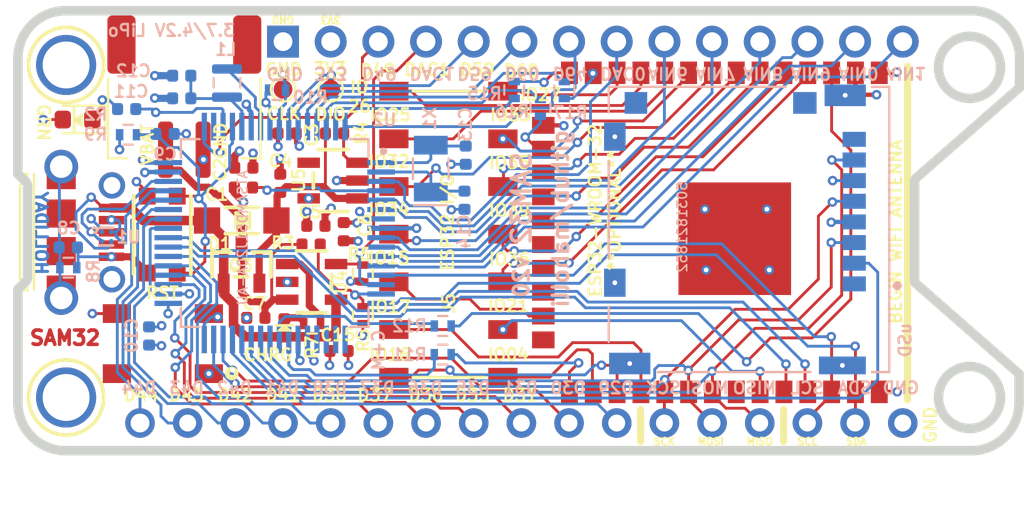
<source format=kicad_pcb>
(kicad_pcb (version 20171130) (host pcbnew "(6.0.0-rc1-dev-1381-gaefb1f62e)")

  (general
    (thickness 1.6)
    (drawings 118)
    (tracks 948)
    (zones 0)
    (modules 52)
    (nets 99)
  )

  (page A4)
  (layers
    (0 Top signal)
    (1 GND power hide)
    (2 PWR power hide)
    (31 Bottom signal)
    (32 B.Adhes user hide)
    (33 F.Adhes user hide)
    (34 B.Paste user hide)
    (35 F.Paste user hide)
    (36 B.SilkS user)
    (37 F.SilkS user)
    (38 B.Mask user)
    (39 F.Mask user hide)
    (41 Cmts.User user hide)
    (42 Eco1.User user hide)
    (43 Eco2.User user hide)
    (44 Edge.Cuts user)
    (45 Margin user hide)
    (46 B.CrtYd user hide)
    (47 F.CrtYd user hide)
    (48 B.Fab user hide)
    (49 F.Fab user hide)
  )

  (setup
    (last_trace_width 0.1524)
    (trace_clearance 0.1524)
    (zone_clearance 0)
    (zone_45_only no)
    (trace_min 0.127)
    (via_size 0.508)
    (via_drill 0.254)
    (via_min_size 0.254)
    (via_min_drill 0.254)
    (uvia_size 0.508)
    (uvia_drill 0.254)
    (uvias_allowed no)
    (uvia_min_size 0.254)
    (uvia_min_drill 0.1)
    (edge_width 0.508)
    (segment_width 0.1778)
    (pcb_text_width 0.3)
    (pcb_text_size 1.5 1.5)
    (mod_edge_width 0.15)
    (mod_text_size 0.635 0.635)
    (mod_text_width 0.127)
    (pad_size 1 1)
    (pad_drill 0)
    (pad_to_mask_clearance 0.0508)
    (solder_mask_min_width 0.25)
    (aux_axis_origin 0 0)
    (visible_elements 7FFFEF7F)
    (pcbplotparams
      (layerselection 0x010fc_ffffffff)
      (usegerberextensions false)
      (usegerberattributes true)
      (usegerberadvancedattributes false)
      (creategerberjobfile false)
      (excludeedgelayer false)
      (linewidth 0.150000)
      (plotframeref false)
      (viasonmask false)
      (mode 1)
      (useauxorigin true)
      (hpglpennumber 1)
      (hpglpenspeed 20)
      (hpglpendiameter 15.000000)
      (psnegative false)
      (psa4output false)
      (plotreference true)
      (plotvalue true)
      (plotinvisibletext false)
      (padsonsilk false)
      (subtractmaskfromsilk false)
      (outputformat 1)
      (mirror false)
      (drillshape 0)
      (scaleselection 1)
      (outputdirectory ""))
  )

  (net 0 "")
  (net 1 /USB-)
  (net 2 /USB+)
  (net 3 "Net-(J1-Pad4)")
  (net 4 GND)
  (net 5 +3V3)
  (net 6 VBAT)
  (net 7 /~RESET)
  (net 8 /LED1)
  (net 9 /SWCLK)
  (net 10 /TDI)
  (net 11 /TCK)
  (net 12 /TMS)
  (net 13 /XTAL1)
  (net 14 /XTAL2)
  (net 15 /AREF)
  (net 16 "Net-(J3-Pad1)")
  (net 17 SD_CS)
  (net 18 MOSI)
  (net 19 SCK)
  (net 20 MISO)
  (net 21 "Net-(J3-Pad8)")
  (net 22 "Net-(J3-PadSW_T)")
  (net 23 "Net-(J3-PadDET_T)")
  (net 24 /DTR)
  (net 25 /RTS)
  (net 26 /SWDIO)
  (net 27 DAC0)
  (net 28 AIN6)
  (net 29 AIN7)
  (net 30 AIN8)
  (net 31 AIN9)
  (net 32 AIN0)
  (net 33 AIN1)
  (net 34 SCL)
  (net 35 DAC1)
  (net 36 SDA)
  (net 37 AIN2)
  (net 38 AIN3)
  (net 39 D19)
  (net 40 D20)
  (net 41 D29)
  (net 42 D30)
  (net 43 D31)
  (net 44 D35)
  (net 45 D36)
  (net 46 D37)
  (net 47 D38)
  (net 48 D41)
  (net 49 D42)
  (net 50 D43)
  (net 51 D44)
  (net 52 D49)
  (net 53 D50)
  (net 54 D59)
  (net 55 D60)
  (net 56 D64)
  (net 57 "Net-(U3-Pad17)")
  (net 58 "Net-(U3-Pad18)")
  (net 59 "Net-(U3-Pad19)")
  (net 60 "Net-(U3-Pad20)")
  (net 61 "Net-(U3-Pad21)")
  (net 62 "Net-(U3-Pad22)")
  (net 63 IO15)
  (net 64 "Net-(U3-Pad24)")
  (net 65 IO34)
  (net 66 IO35)
  (net 67 IO32)
  (net 68 IO33)
  (net 69 IO25)
  (net 70 IO26)
  (net 71 IO27)
  (net 72 IO21)
  (net 73 IO17)
  (net 74 IO16)
  (net 75 IO4)
  (net 76 "Net-(U5-Pad4)")
  (net 77 /EN)
  (net 78 IO39)
  (net 79 IO36)
  (net 80 VUSB)
  (net 81 /VBAT_MES)
  (net 82 /PROG)
  (net 83 ~)
  (net 84 "Net-(R7-Pad1)")
  (net 85 "Net-(R15-Pad2)")
  (net 86 "Net-(R16-Pad2)")
  (net 87 "Net-(R17-Pad2)")
  (net 88 "Net-(C11-Pad1)")
  (net 89 "Net-(C4-Pad1)")
  (net 90 "Net-(CHRG1-Pad2)")
  (net 91 "Net-(L1-Pad2)")
  (net 92 "Net-(U2-Pad39)")
  (net 93 "Net-(U2-Pad40)")
  (net 94 "Net-(D2-Pad2)")
  (net 95 NEOPIXEL)
  (net 96 "Net-(GRN1-Pad1)")
  (net 97 "Net-(R11-Pad2)")
  (net 98 "Net-(R12-Pad2)")

  (net_class Default "This is the default net class."
    (clearance 0.1524)
    (trace_width 0.1524)
    (via_dia 0.508)
    (via_drill 0.254)
    (uvia_dia 0.508)
    (uvia_drill 0.254)
    (diff_pair_width 0.1524)
    (diff_pair_gap 0.1524)
    (add_net +3V3)
    (add_net /AREF)
    (add_net /DTR)
    (add_net /EN)
    (add_net /LED1)
    (add_net /PROG)
    (add_net /RTS)
    (add_net /SWCLK)
    (add_net /SWDIO)
    (add_net /TCK)
    (add_net /TDI)
    (add_net /TMS)
    (add_net /USB+)
    (add_net /USB-)
    (add_net /VBAT_MES)
    (add_net /XTAL1)
    (add_net /XTAL2)
    (add_net /~RESET)
    (add_net AIN0)
    (add_net AIN1)
    (add_net AIN2)
    (add_net AIN3)
    (add_net AIN6)
    (add_net AIN7)
    (add_net AIN8)
    (add_net AIN9)
    (add_net D19)
    (add_net D20)
    (add_net D29)
    (add_net D30)
    (add_net D31)
    (add_net D35)
    (add_net D36)
    (add_net D37)
    (add_net D38)
    (add_net D41)
    (add_net D42)
    (add_net D43)
    (add_net D44)
    (add_net D49)
    (add_net D50)
    (add_net D59)
    (add_net D60)
    (add_net D64)
    (add_net DAC0)
    (add_net DAC1)
    (add_net GND)
    (add_net IO15)
    (add_net IO16)
    (add_net IO17)
    (add_net IO21)
    (add_net IO25)
    (add_net IO26)
    (add_net IO27)
    (add_net IO32)
    (add_net IO33)
    (add_net IO34)
    (add_net IO35)
    (add_net IO36)
    (add_net IO39)
    (add_net IO4)
    (add_net MISO)
    (add_net MOSI)
    (add_net NEOPIXEL)
    (add_net "Net-(C11-Pad1)")
    (add_net "Net-(C4-Pad1)")
    (add_net "Net-(CHRG1-Pad2)")
    (add_net "Net-(D2-Pad2)")
    (add_net "Net-(GRN1-Pad1)")
    (add_net "Net-(J1-Pad4)")
    (add_net "Net-(J3-Pad1)")
    (add_net "Net-(J3-Pad8)")
    (add_net "Net-(J3-PadDET_T)")
    (add_net "Net-(J3-PadSW_T)")
    (add_net "Net-(L1-Pad2)")
    (add_net "Net-(R11-Pad2)")
    (add_net "Net-(R12-Pad2)")
    (add_net "Net-(R15-Pad2)")
    (add_net "Net-(R16-Pad2)")
    (add_net "Net-(R17-Pad2)")
    (add_net "Net-(R7-Pad1)")
    (add_net "Net-(U2-Pad39)")
    (add_net "Net-(U2-Pad40)")
    (add_net "Net-(U3-Pad17)")
    (add_net "Net-(U3-Pad18)")
    (add_net "Net-(U3-Pad19)")
    (add_net "Net-(U3-Pad20)")
    (add_net "Net-(U3-Pad21)")
    (add_net "Net-(U3-Pad22)")
    (add_net "Net-(U3-Pad24)")
    (add_net "Net-(U5-Pad4)")
    (add_net SCK)
    (add_net SCL)
    (add_net SDA)
    (add_net SD_CS)
    (add_net VBAT)
    (add_net VUSB)
    (add_net ~)
  )

  (module Connector_JST:JST_PH_S2B-PH-SM4-TB_1x02-1MP_P2.00mm_Horizontal (layer Top) (tedit 5C27FA59) (tstamp 5C0EAB04)
    (at 64.7192 92.1512 180)
    (descr "JST PH series connector, S2B-PH-SM4-TB (http://www.jst-mfg.com/product/pdf/eng/ePH.pdf), generated with kicad-footprint-generator")
    (tags "connector JST PH top entry")
    (path /5BE0D3BF)
    (attr smd)
    (fp_text reference J4 (at 0 -5.8 180) (layer F.SilkS) hide
      (effects (font (size 1 1) (thickness 0.15)))
    )
    (fp_text value B2B-PH-SM4-TB (at 0 5.8 180) (layer F.Fab)
      (effects (font (size 1 1) (thickness 0.15)))
    )
    (fp_line (start -3.95 -3.2) (end -3.15 -3.2) (layer F.Fab) (width 0.1))
    (fp_line (start -3.15 -3.2) (end -3.15 -1.6) (layer F.Fab) (width 0.1))
    (fp_line (start -3.15 -1.6) (end 3.15 -1.6) (layer F.Fab) (width 0.1))
    (fp_line (start 3.15 -1.6) (end 3.15 -3.2) (layer F.Fab) (width 0.1))
    (fp_line (start 3.15 -3.2) (end 3.95 -3.2) (layer F.Fab) (width 0.1))
    (fp_line (start -4.06 0.94) (end -4.06 -3.31) (layer F.SilkS) (width 0.12))
    (fp_line (start -4.06 -3.31) (end -3.04 -3.31) (layer F.SilkS) (width 0.12))
    (fp_line (start 4.06 0.94) (end 4.06 -3.31) (layer F.SilkS) (width 0.12))
    (fp_line (start 4.06 -3.31) (end 3.04 -3.31) (layer F.SilkS) (width 0.12))
    (fp_line (start -2.34 4.51) (end 2.34 4.51) (layer F.SilkS) (width 0.12))
    (fp_line (start -3.95 4.4) (end 3.95 4.4) (layer F.Fab) (width 0.1))
    (fp_line (start -3.95 -3.2) (end -3.95 4.4) (layer F.Fab) (width 0.1))
    (fp_line (start 3.95 -3.2) (end 3.95 4.4) (layer F.Fab) (width 0.1))
    (fp_line (start -4.6 -5.1) (end -4.6 5.1) (layer F.CrtYd) (width 0.05))
    (fp_line (start -4.6 5.1) (end 4.6 5.1) (layer F.CrtYd) (width 0.05))
    (fp_line (start 4.6 5.1) (end 4.6 -5.1) (layer F.CrtYd) (width 0.05))
    (fp_line (start 4.6 -5.1) (end -4.6 -5.1) (layer F.CrtYd) (width 0.05))
    (fp_line (start -1.5 -1.6) (end -1 -0.892893) (layer F.Fab) (width 0.1))
    (fp_line (start -1 -0.892893) (end -0.5 -1.6) (layer F.Fab) (width 0.1))
    (fp_text user %R (at 0 1.5 180) (layer F.Fab)
      (effects (font (size 1 1) (thickness 0.15)))
    )
    (pad 1 smd roundrect (at -1 -2.85 180) (size 0.8 3) (layers Top F.Paste F.Mask) (roundrect_rratio 0.25)
      (net 4 GND))
    (pad 2 smd roundrect (at 1 -2.85 180) (size 0.8 3) (layers Top F.Paste F.Mask) (roundrect_rratio 0.25)
      (net 6 VBAT))
    (pad MP smd roundrect (at -3.35 2.75 180) (size 1.5 3.1) (layers Top F.Paste F.Mask) (roundrect_rratio 0.167))
    (pad MP smd roundrect (at 3.35 2.75 180) (size 1.5 3.1) (layers Top F.Paste F.Mask) (roundrect_rratio 0.167))
    (model ${KISYS3DMOD}/Connector_JST.3dshapes/JST_PH_S2B-PH-SM4-TB_1x02-1MP_P2.00mm_Horizontal.wrl
      (at (xyz 0 0 0))
      (scale (xyz 1 1 1))
      (rotate (xyz 0 0 0))
    )
  )

  (module LED_SMD:LED_0402_1005Metric (layer Top) (tedit 5C0CA70F) (tstamp 5BD62EC7)
    (at 70.0532 104.4956 90)
    (descr "LED SMD 0402 (1005 Metric), square (rectangular) end terminal, IPC_7351 nominal, (Body size source: http://www.tortai-tech.com/upload/download/2011102023233369053.pdf), generated with kicad-footprint-generator")
    (tags LED)
    (path /5BD0C014)
    (attr smd)
    (fp_text reference CHRG1 (at 0 -1.17 90) (layer F.SilkS) hide
      (effects (font (size 1 1) (thickness 0.15)))
    )
    (fp_text value "ORANGE LED" (at 0 1.17 90) (layer F.Fab)
      (effects (font (size 1 1) (thickness 0.15)))
    )
    (fp_text user %R (at 0 0 90) (layer F.Fab)
      (effects (font (size 0.25 0.25) (thickness 0.04)))
    )
    (fp_line (start 0.93 0.47) (end -0.93 0.47) (layer F.CrtYd) (width 0.05))
    (fp_line (start 0.93 -0.47) (end 0.93 0.47) (layer F.CrtYd) (width 0.05))
    (fp_line (start -0.93 -0.47) (end 0.93 -0.47) (layer F.CrtYd) (width 0.05))
    (fp_line (start -0.93 0.47) (end -0.93 -0.47) (layer F.CrtYd) (width 0.05))
    (fp_line (start -0.3 0.25) (end -0.3 -0.25) (layer F.Fab) (width 0.1))
    (fp_line (start -0.4 0.25) (end -0.4 -0.25) (layer F.Fab) (width 0.1))
    (fp_line (start 0.5 0.25) (end -0.5 0.25) (layer F.Fab) (width 0.1))
    (fp_line (start 0.5 -0.25) (end 0.5 0.25) (layer F.Fab) (width 0.1))
    (fp_line (start -0.5 -0.25) (end 0.5 -0.25) (layer F.Fab) (width 0.1))
    (fp_line (start -0.5 0.25) (end -0.5 -0.25) (layer F.Fab) (width 0.1))
    (pad 2 smd roundrect (at 0.485 0 90) (size 0.59 0.64) (layers Top F.Paste F.Mask) (roundrect_rratio 0.25)
      (net 90 "Net-(CHRG1-Pad2)"))
    (pad 1 smd roundrect (at -0.485 0 90) (size 0.59 0.64) (layers Top F.Paste F.Mask) (roundrect_rratio 0.25)
      (net 80 VUSB))
    (model ${KISYS3DMOD}/LED_SMD.3dshapes/LED_0402_1005Metric.wrl
      (at (xyz 0 0 0))
      (scale (xyz 1 1 1))
      (rotate (xyz 0 0 0))
    )
  )

  (module TestPoint:TestPoint_Pad_D1.5mm (layer Top) (tedit 5C0C9AA4) (tstamp 5C0E6F58)
    (at 69.977 91.78544)
    (descr "SMD pad as test Point, diameter 1.5mm")
    (tags "test point SMD pad")
    (path /5C3CFA0E)
    (attr virtual)
    (fp_text reference TP1 (at 0 -1.648) (layer F.SilkS) hide
      (effects (font (size 0.635 0.635) (thickness 0.127)))
    )
    (fp_text value TESTPOINTPAD2MM (at 0 1.75) (layer F.Fab)
      (effects (font (size 1 1) (thickness 0.15)))
    )
    (fp_circle (center 0 0) (end 0.65 0) (layer F.SilkS) (width 0.12))
    (fp_circle (center 0 0) (end 0.79 0) (layer F.CrtYd) (width 0.05))
    (fp_text user %R (at 0 -1.65) (layer F.Fab)
      (effects (font (size 1 1) (thickness 0.15)))
    )
    (pad 1 smd circle (at 0 0) (size 1 1) (layers Top F.Mask)
      (net 9 /SWCLK))
  )

  (module TestPoint:TestPoint_Pad_D1.5mm (layer Top) (tedit 5C0C9A7E) (tstamp 5C0E7262)
    (at 72.517 91.78544)
    (descr "SMD pad as test Point, diameter 1.5mm")
    (tags "test point SMD pad")
    (path /5C3CF7C0)
    (attr virtual)
    (fp_text reference TP2 (at 0 -1.648) (layer F.SilkS) hide
      (effects (font (size 0.635 0.635) (thickness 0.127)))
    )
    (fp_text value TESTPOINTPAD2MM (at 0 1.75) (layer F.Fab)
      (effects (font (size 1 1) (thickness 0.15)))
    )
    (fp_text user %R (at 0 -1.65) (layer F.Fab)
      (effects (font (size 1 1) (thickness 0.15)))
    )
    (fp_circle (center 0 0) (end 0.81 0.03) (layer F.CrtYd) (width 0.05))
    (fp_circle (center 0 0) (end 0.65 0) (layer F.SilkS) (width 0.12))
    (pad 1 smd circle (at 0 0) (size 1 1) (layers Top F.Mask)
      (net 26 /SWDIO))
  )

  (module LED_SMD:LED_WS2812B_PLCC4_5.0x5.0mm_P3.2mm (layer Top) (tedit 5C0C971E) (tstamp 5C0C930F)
    (at 63.5762 105.3338)
    (descr https://cdn-shop.adafruit.com/datasheets/WS2812B.pdf)
    (tags "LED RGB NeoPixel")
    (path /5C0F5F1A)
    (attr smd)
    (fp_text reference D2 (at 0.0762 -0.127) (layer F.SilkS) hide
      (effects (font (size 0.635 0.635) (thickness 0.127)))
    )
    (fp_text value WS2812B (at 0 4) (layer F.Fab)
      (effects (font (size 1 1) (thickness 0.15)))
    )
    (fp_text user %R (at 0 0) (layer F.Fab)
      (effects (font (size 0.8 0.8) (thickness 0.15)))
    )
    (fp_line (start 3.45 -2.75) (end -3.45 -2.75) (layer F.CrtYd) (width 0.05))
    (fp_line (start 3.45 2.75) (end 3.45 -2.75) (layer F.CrtYd) (width 0.05))
    (fp_line (start -3.45 2.75) (end 3.45 2.75) (layer F.CrtYd) (width 0.05))
    (fp_line (start -3.45 -2.75) (end -3.45 2.75) (layer F.CrtYd) (width 0.05))
    (fp_line (start 2.5 1.5) (end 1.5 2.5) (layer F.Fab) (width 0.1))
    (fp_line (start -2.5 -2.5) (end -2.5 2.5) (layer F.Fab) (width 0.1))
    (fp_line (start -2.5 2.5) (end 2.5 2.5) (layer F.Fab) (width 0.1))
    (fp_line (start 2.5 2.5) (end 2.5 -2.5) (layer F.Fab) (width 0.1))
    (fp_line (start 2.5 -2.5) (end -2.5 -2.5) (layer F.Fab) (width 0.1))
    (fp_circle (center 0 0) (end 0 -2) (layer F.Fab) (width 0.1))
    (fp_circle (center 3.67 1.59) (end 3.78 1.6) (layer F.SilkS) (width 0.25))
    (pad 3 smd rect (at 2.45 1.6) (size 1.5 1) (layers Top F.Paste F.Mask)
      (net 4 GND))
    (pad 4 smd rect (at 2.45 -1.6) (size 1.5 1) (layers Top F.Paste F.Mask)
      (net 95 NEOPIXEL))
    (pad 2 smd rect (at -2.45 1.6) (size 1.5 1) (layers Top F.Paste F.Mask)
      (net 94 "Net-(D2-Pad2)"))
    (pad 1 smd rect (at -2.45 -1.6) (size 1.5 1) (layers Top F.Paste F.Mask)
      (net 5 +3V3))
    (model ${KISYS3DMOD}/LED_SMD.3dshapes/LED_RGB_5050-6.wrl
      (at (xyz 0 0 0))
      (scale (xyz 1 1 1))
      (rotate (xyz 0 0 0))
    )
  )

  (module custom-footprints:10118194-0001LF locked (layer Top) (tedit 5C0C9521) (tstamp 5BEE4F40)
    (at 58.16092 99.40544 270)
    (path /5BD4F36A)
    (attr smd)
    (fp_text reference J1 (at -5.13988 -1.64156) (layer F.SilkS) hide
      (effects (font (size 0.635 0.635) (thickness 0.127)))
    )
    (fp_text value 10118194-0001LF (at 5.26692 -3.27619) (layer F.SilkS) hide
      (effects (font (size 0.508 0.508) (thickness 0.0889)))
    )
    (fp_line (start -3.5 -2.85) (end 3.5 -2.85) (layer Dwgs.User) (width 0.127))
    (fp_line (start -3.12 1.45) (end 3.03 1.45) (layer F.SilkS) (width 0.127))
    (fp_text user PCB~Edge (at 4.25835 1.50295 270) (layer F.SilkS) hide
      (effects (font (size 1 1) (thickness 0.05)))
    )
    (fp_line (start -3.1 2.1) (end -3.1 1.8) (layer F.SilkS) (width 0.127))
    (fp_line (start -3.1 1.8) (end -2.8 1.8) (layer F.SilkS) (width 0.127))
    (fp_arc (start -2.4 1.8) (end -2.4 2.2) (angle 90) (layer F.SilkS) (width 0.127))
    (fp_line (start 3.1 2.1) (end 3.1 1.8) (layer F.SilkS) (width 0.127))
    (fp_line (start 3.1 1.8) (end 2.8 1.8) (layer F.SilkS) (width 0.127))
    (fp_arc (start 2.4 1.8) (end 2.4 2.2) (angle -90) (layer F.SilkS) (width 0.127))
    (fp_line (start -2.4 2.2) (end 2.3 2.2) (layer F.SilkS) (width 0.127))
    (fp_line (start -2.5 -3.7) (end 3.8 -3.7) (layer Eco1.User) (width 0.127))
    (fp_line (start 3.8 -3.7) (end 3.8 -1.2) (layer Eco1.User) (width 0.127))
    (fp_line (start 3.8 -1.2) (end 4.7 -1.2) (layer Eco1.User) (width 0.127))
    (fp_line (start 4.7 -1.2) (end 4.7 1.2) (layer Eco1.User) (width 0.127))
    (fp_line (start 4.7 1.2) (end 4.3 1.2) (layer Eco1.User) (width 0.127))
    (fp_line (start 4.3 1.2) (end 4.3 3.2) (layer Eco1.User) (width 0.127))
    (fp_line (start 4.3 3.2) (end -4.3 3.2) (layer Eco1.User) (width 0.127))
    (fp_line (start -4.3 3.2) (end -4.3 1.2) (layer Eco1.User) (width 0.127))
    (fp_line (start -4.3 1.2) (end -4.7 1.2) (layer Eco1.User) (width 0.127))
    (fp_line (start -4.7 1.2) (end -4.7 -1.2) (layer Eco1.User) (width 0.127))
    (fp_line (start -4.7 -1.2) (end -3.8 -1.2) (layer Eco1.User) (width 0.127))
    (fp_line (start -3.8 -1.2) (end -3.8 -3.7) (layer Eco1.User) (width 0.127))
    (fp_line (start -3.8 -3.7) (end -1.8 -3.7) (layer Eco1.User) (width 0.127))
    (pad 1 smd rect (at -1.3 -2.675 90) (size 0.45 1.35) (layers Top F.Paste F.Mask)
      (net 80 VUSB))
    (pad 2 smd rect (at -0.65 -2.675 90) (size 0.45 1.35) (layers Top F.Paste F.Mask)
      (net 1 /USB-))
    (pad 3 smd rect (at 0 -2.675 90) (size 0.45 1.35) (layers Top F.Paste F.Mask)
      (net 2 /USB+))
    (pad 4 smd rect (at 0.65 -2.675 90) (size 0.45 1.35) (layers Top F.Paste F.Mask)
      (net 3 "Net-(J1-Pad4)"))
    (pad 5 smd rect (at 1.3 -2.675 90) (size 0.45 1.35) (layers Top F.Paste F.Mask)
      (net 4 GND))
    (pad 6 thru_hole circle (at -2.5 -2.7 270) (size 1.408 1.408) (drill 0.9) (layers *.Cu *.Mask))
    (pad 7 thru_hole circle (at 2.5 -2.7 270) (size 1.408 1.408) (drill 0.9) (layers *.Cu *.Mask))
    (pad 8 thru_hole circle (at -3.5 0 270) (size 1.8 1.8) (drill 1.2) (layers *.Cu *.Mask)
      (net 83 ~))
    (pad 9 thru_hole circle (at 3.5 0 270) (size 1.8 1.8) (drill 1.2) (layers *.Cu *.Mask)
      (net 83 ~))
    (pad 10 smd rect (at -1 0 270) (size 1.5 1.55) (layers Top F.Paste F.Mask))
    (pad 11 smd rect (at 1 0 270) (size 1.5 1.55) (layers Top F.Paste F.Mask))
    (pad 12 smd rect (at -3.05 0 270) (size 1.5 1.55) (layers Top F.Paste F.Mask))
    (pad 13 smd rect (at 3.05 0 270) (size 1.5 1.55) (layers Top F.Paste F.Mask))
    (model ${CUSTOM_FOOTPRINT_DIR}/3d/10118194c.stp
      (offset (xyz -74.92999887466431 3.174999952316284 -0.6349999904632568))
      (scale (xyz 1 1 1))
      (rotate (xyz -90 0 0))
    )
  )

  (module LED_SMD:LED_0603_1608Metric (layer Top) (tedit 5B301BBE) (tstamp 5C0D70ED)
    (at 59.0296 93.3958 180)
    (descr "LED SMD 0603 (1608 Metric), square (rectangular) end terminal, IPC_7351 nominal, (Body size source: http://www.tortai-tech.com/upload/download/2011102023233369053.pdf), generated with kicad-footprint-generator")
    (tags diode)
    (path /5C265087)
    (attr smd)
    (fp_text reference GRN1 (at 6.9596 4.6736 180) (layer F.SilkS) hide
      (effects (font (size 1 1) (thickness 0.15)))
    )
    (fp_text value "GREEN LED" (at 0 1.43 180) (layer F.Fab)
      (effects (font (size 1 1) (thickness 0.15)))
    )
    (fp_text user %R (at 0 0 180) (layer F.Fab)
      (effects (font (size 0.4 0.4) (thickness 0.06)))
    )
    (fp_line (start 1.48 0.73) (end -1.48 0.73) (layer F.CrtYd) (width 0.05))
    (fp_line (start 1.48 -0.73) (end 1.48 0.73) (layer F.CrtYd) (width 0.05))
    (fp_line (start -1.48 -0.73) (end 1.48 -0.73) (layer F.CrtYd) (width 0.05))
    (fp_line (start -1.48 0.73) (end -1.48 -0.73) (layer F.CrtYd) (width 0.05))
    (fp_line (start -1.485 0.735) (end 0.8 0.735) (layer F.SilkS) (width 0.12))
    (fp_line (start -1.485 -0.735) (end -1.485 0.735) (layer F.SilkS) (width 0.12))
    (fp_line (start 0.8 -0.735) (end -1.485 -0.735) (layer F.SilkS) (width 0.12))
    (fp_line (start 0.8 0.4) (end 0.8 -0.4) (layer F.Fab) (width 0.1))
    (fp_line (start -0.8 0.4) (end 0.8 0.4) (layer F.Fab) (width 0.1))
    (fp_line (start -0.8 -0.1) (end -0.8 0.4) (layer F.Fab) (width 0.1))
    (fp_line (start -0.5 -0.4) (end -0.8 -0.1) (layer F.Fab) (width 0.1))
    (fp_line (start 0.8 -0.4) (end -0.5 -0.4) (layer F.Fab) (width 0.1))
    (pad 2 smd roundrect (at 0.7875 0 180) (size 0.875 0.95) (layers Top F.Paste F.Mask) (roundrect_rratio 0.25)
      (net 4 GND))
    (pad 1 smd roundrect (at -0.7875 0 180) (size 0.875 0.95) (layers Top F.Paste F.Mask) (roundrect_rratio 0.25)
      (net 96 "Net-(GRN1-Pad1)"))
    (model ${KISYS3DMOD}/LED_SMD.3dshapes/LED_0603_1608Metric.wrl
      (at (xyz 0 0 0))
      (scale (xyz 1 1 1))
      (rotate (xyz 0 0 0))
    )
  )

  (module Resistor_SMD:R_0402_1005Metric (layer Bottom) (tedit 5B301BBD) (tstamp 5C0DFB0D)
    (at 61.6458 92.837)
    (descr "Resistor SMD 0402 (1005 Metric), square (rectangular) end terminal, IPC_7351 nominal, (Body size source: http://www.tortai-tech.com/upload/download/2011102023233369053.pdf), generated with kicad-footprint-generator")
    (tags resistor)
    (path /5C24DD14)
    (attr smd)
    (fp_text reference R2 (at -1.651 0.2794 -180) (layer B.SilkS)
      (effects (font (size 0.635 0.635) (thickness 0.127)) (justify mirror))
    )
    (fp_text value 2.2K (at 0 -1.17) (layer B.Fab)
      (effects (font (size 1 1) (thickness 0.15)) (justify mirror))
    )
    (fp_text user %R (at 0 0) (layer B.Fab)
      (effects (font (size 0.25 0.25) (thickness 0.04)) (justify mirror))
    )
    (fp_line (start 0.93 -0.47) (end -0.93 -0.47) (layer B.CrtYd) (width 0.05))
    (fp_line (start 0.93 0.47) (end 0.93 -0.47) (layer B.CrtYd) (width 0.05))
    (fp_line (start -0.93 0.47) (end 0.93 0.47) (layer B.CrtYd) (width 0.05))
    (fp_line (start -0.93 -0.47) (end -0.93 0.47) (layer B.CrtYd) (width 0.05))
    (fp_line (start 0.5 -0.25) (end -0.5 -0.25) (layer B.Fab) (width 0.1))
    (fp_line (start 0.5 0.25) (end 0.5 -0.25) (layer B.Fab) (width 0.1))
    (fp_line (start -0.5 0.25) (end 0.5 0.25) (layer B.Fab) (width 0.1))
    (fp_line (start -0.5 -0.25) (end -0.5 0.25) (layer B.Fab) (width 0.1))
    (pad 2 smd roundrect (at 0.485 0) (size 0.59 0.64) (layers Bottom B.Paste B.Mask) (roundrect_rratio 0.25)
      (net 8 /LED1))
    (pad 1 smd roundrect (at -0.485 0) (size 0.59 0.64) (layers Bottom B.Paste B.Mask) (roundrect_rratio 0.25)
      (net 96 "Net-(GRN1-Pad1)"))
    (model ${KISYS3DMOD}/Resistor_SMD.3dshapes/R_0402_1005Metric.wrl
      (at (xyz 0 0 0))
      (scale (xyz 1 1 1))
      (rotate (xyz 0 0 0))
    )
  )

  (module Resistor_SMD:R_0402_1005Metric (layer Top) (tedit 5B301BBD) (tstamp 5C0C7BDB)
    (at 71.4732 100.0506)
    (descr "Resistor SMD 0402 (1005 Metric), square (rectangular) end terminal, IPC_7351 nominal, (Body size source: http://www.tortai-tech.com/upload/download/2011102023233369053.pdf), generated with kicad-footprint-generator")
    (tags resistor)
    (path /5C02C9DB)
    (attr smd)
    (fp_text reference R3 (at -1.4986 -0.0762) (layer F.SilkS)
      (effects (font (size 0.635 0.635) (thickness 0.127)))
    )
    (fp_text value 100K (at 0 1.17) (layer F.Fab)
      (effects (font (size 1 1) (thickness 0.15)))
    )
    (fp_text user %R (at 0 0) (layer F.Fab)
      (effects (font (size 0.25 0.25) (thickness 0.04)))
    )
    (fp_line (start 0.93 0.47) (end -0.93 0.47) (layer F.CrtYd) (width 0.05))
    (fp_line (start 0.93 -0.47) (end 0.93 0.47) (layer F.CrtYd) (width 0.05))
    (fp_line (start -0.93 -0.47) (end 0.93 -0.47) (layer F.CrtYd) (width 0.05))
    (fp_line (start -0.93 0.47) (end -0.93 -0.47) (layer F.CrtYd) (width 0.05))
    (fp_line (start 0.5 0.25) (end -0.5 0.25) (layer F.Fab) (width 0.1))
    (fp_line (start 0.5 -0.25) (end 0.5 0.25) (layer F.Fab) (width 0.1))
    (fp_line (start -0.5 -0.25) (end 0.5 -0.25) (layer F.Fab) (width 0.1))
    (fp_line (start -0.5 0.25) (end -0.5 -0.25) (layer F.Fab) (width 0.1))
    (pad 2 smd roundrect (at 0.485 0) (size 0.59 0.64) (layers Top F.Paste F.Mask) (roundrect_rratio 0.25)
      (net 81 /VBAT_MES))
    (pad 1 smd roundrect (at -0.485 0) (size 0.59 0.64) (layers Top F.Paste F.Mask) (roundrect_rratio 0.25)
      (net 6 VBAT))
    (model ${KISYS3DMOD}/Resistor_SMD.3dshapes/R_0402_1005Metric.wrl
      (at (xyz 0 0 0))
      (scale (xyz 1 1 1))
      (rotate (xyz 0 0 0))
    )
  )

  (module Capacitor_SMD:C_0402_1005Metric (layer Top) (tedit 5B301BBE) (tstamp 5BD3C25D)
    (at 68.5292 103.9622 180)
    (descr "Capacitor SMD 0402 (1005 Metric), square (rectangular) end terminal, IPC_7351 nominal, (Body size source: http://www.tortai-tech.com/upload/download/2011102023233369053.pdf), generated with kicad-footprint-generator")
    (tags capacitor)
    (path /5BD0C022)
    (attr smd)
    (fp_text reference C7 (at 0.0762 0.762 180) (layer F.SilkS)
      (effects (font (size 0.635 0.635) (thickness 0.127)))
    )
    (fp_text value 10uF (at 0 1.17 180) (layer F.Fab)
      (effects (font (size 1 1) (thickness 0.15)))
    )
    (fp_text user %R (at 0 0 180) (layer F.Fab)
      (effects (font (size 0.25 0.25) (thickness 0.04)))
    )
    (fp_line (start 0.93 0.47) (end -0.93 0.47) (layer F.CrtYd) (width 0.05))
    (fp_line (start 0.93 -0.47) (end 0.93 0.47) (layer F.CrtYd) (width 0.05))
    (fp_line (start -0.93 -0.47) (end 0.93 -0.47) (layer F.CrtYd) (width 0.05))
    (fp_line (start -0.93 0.47) (end -0.93 -0.47) (layer F.CrtYd) (width 0.05))
    (fp_line (start 0.5 0.25) (end -0.5 0.25) (layer F.Fab) (width 0.1))
    (fp_line (start 0.5 -0.25) (end 0.5 0.25) (layer F.Fab) (width 0.1))
    (fp_line (start -0.5 -0.25) (end 0.5 -0.25) (layer F.Fab) (width 0.1))
    (fp_line (start -0.5 0.25) (end -0.5 -0.25) (layer F.Fab) (width 0.1))
    (pad 2 smd roundrect (at 0.485 0 180) (size 0.59 0.64) (layers Top F.Paste F.Mask) (roundrect_rratio 0.25)
      (net 4 GND))
    (pad 1 smd roundrect (at -0.485 0 180) (size 0.59 0.64) (layers Top F.Paste F.Mask) (roundrect_rratio 0.25)
      (net 6 VBAT))
    (model ${KISYS3DMOD}/Capacitor_SMD.3dshapes/C_0402_1005Metric.wrl
      (at (xyz 0 0 0))
      (scale (xyz 1 1 1))
      (rotate (xyz 0 0 0))
    )
  )

  (module "Adafruit Feather M4 Express:BTN_KMR2_4.6X2.8" (layer Top) (tedit 0) (tstamp 5BD3BFA8)
    (at 63.54064 99.52736 270)
    (path /5BD0BFF9)
    (fp_text reference SW1 (at -2.032 -1.778 270) (layer F.SilkS) hide
      (effects (font (size 0.635 0.635) (thickness 0.127)) (justify right top))
    )
    (fp_text value "KMR231NG LFS" (at -2.032 2.159 270) (layer F.Fab) hide
      (effects (font (size 0.508 0.508) (thickness 0.0889)) (justify right top))
    )
    (fp_line (start -0.4 -0.4) (end 0 -0.4) (layer F.Fab) (width 0.127))
    (fp_line (start 0 -0.4) (end 0.4 -0.4) (layer F.Fab) (width 0.127))
    (fp_line (start -0.4 0.4) (end 0 0.4) (layer F.Fab) (width 0.127))
    (fp_line (start 0 0.4) (end 0.4 0.4) (layer F.Fab) (width 0.127))
    (fp_line (start 0 -0.4) (end 0 -0.2) (layer F.Fab) (width 0.127))
    (fp_line (start 0 0.4) (end 0 0.3) (layer F.Fab) (width 0.127))
    (fp_line (start 0 -0.2) (end 0.3 0.1) (layer F.Fab) (width 0.127))
    (fp_line (start -2.1 -1.4) (end 2.1 -1.4) (layer F.Fab) (width 0.2032))
    (fp_line (start 2.1 -1.4) (end 2.1 1.4) (layer F.Fab) (width 0.2032))
    (fp_line (start 2.1 1.4) (end -2.1 1.4) (layer F.Fab) (width 0.2032))
    (fp_line (start -2.1 1.4) (end -2.1 -1.4) (layer F.Fab) (width 0.2032))
    (fp_arc (start 0.881399 0) (end -1.05 0.8) (angle 44.999389) (layer F.Fab) (width 0.2032))
    (fp_line (start -1.05 -0.8) (end 1.05 -0.8) (layer F.Fab) (width 0.2032))
    (fp_arc (start -0.881399 0) (end 1.05 -0.8) (angle 44.999389) (layer F.Fab) (width 0.2032))
    (fp_line (start 1.05 0.8) (end -1.05 0.8) (layer F.Fab) (width 0.2032))
    (fp_line (start -2.1 -1.5254) (end 2.1 -1.5254) (layer F.SilkS) (width 0.2032))
    (fp_line (start 2.1 1.5254) (end -2.1 1.5254) (layer F.SilkS) (width 0.2032))
    (pad A smd rect (at 2.05 -0.8 270) (size 0.9 0.9) (layers Top F.Paste F.Mask)
      (net 7 /~RESET) (solder_mask_margin 0.0508))
    (pad B smd rect (at 2.05 0.8 270) (size 0.9 0.9) (layers Top F.Paste F.Mask)
      (net 4 GND) (solder_mask_margin 0.0508))
    (pad B' smd rect (at -2.05 0.8 270) (size 0.9 0.9) (layers Top F.Paste F.Mask)
      (net 4 GND) (solder_mask_margin 0.0508))
    (pad A' smd rect (at -2.05 -0.8 270) (size 0.9 0.9) (layers Top F.Paste F.Mask)
      (net 7 /~RESET) (solder_mask_margin 0.0508))
    (model ${KISYS3DMOD}/Button_Switch_SMD.3dshapes/SW_SPST_TL3342.step
      (at (xyz 0 0 0))
      (scale (xyz 0.6 0.5 1))
      (rotate (xyz 0 0 0))
    )
  )

  (module Capacitor_SMD:C_0402_1005Metric (layer Bottom) (tedit 5B301BBE) (tstamp 5C0F00F2)
    (at 64.5795 91.059)
    (descr "Capacitor SMD 0402 (1005 Metric), square (rectangular) end terminal, IPC_7351 nominal, (Body size source: http://www.tortai-tech.com/upload/download/2011102023233369053.pdf), generated with kicad-footprint-generator")
    (tags capacitor)
    (path /5BD13B57)
    (attr smd)
    (fp_text reference C12 (at -2.5781 -0.254) (layer B.SilkS)
      (effects (font (size 0.635 0.635) (thickness 0.127)) (justify mirror))
    )
    (fp_text value 10uF (at 0 -1.17) (layer B.Fab)
      (effects (font (size 1 1) (thickness 0.15)) (justify mirror))
    )
    (fp_text user %R (at 0 0) (layer B.Fab)
      (effects (font (size 0.25 0.25) (thickness 0.04)) (justify mirror))
    )
    (fp_line (start 0.93 -0.47) (end -0.93 -0.47) (layer B.CrtYd) (width 0.05))
    (fp_line (start 0.93 0.47) (end 0.93 -0.47) (layer B.CrtYd) (width 0.05))
    (fp_line (start -0.93 0.47) (end 0.93 0.47) (layer B.CrtYd) (width 0.05))
    (fp_line (start -0.93 -0.47) (end -0.93 0.47) (layer B.CrtYd) (width 0.05))
    (fp_line (start 0.5 -0.25) (end -0.5 -0.25) (layer B.Fab) (width 0.1))
    (fp_line (start 0.5 0.25) (end 0.5 -0.25) (layer B.Fab) (width 0.1))
    (fp_line (start -0.5 0.25) (end 0.5 0.25) (layer B.Fab) (width 0.1))
    (fp_line (start -0.5 -0.25) (end -0.5 0.25) (layer B.Fab) (width 0.1))
    (pad 2 smd roundrect (at 0.485 0) (size 0.59 0.64) (layers Bottom B.Paste B.Mask) (roundrect_rratio 0.25)
      (net 88 "Net-(C11-Pad1)"))
    (pad 1 smd roundrect (at -0.485 0) (size 0.59 0.64) (layers Bottom B.Paste B.Mask) (roundrect_rratio 0.25)
      (net 4 GND))
    (model ${KISYS3DMOD}/Capacitor_SMD.3dshapes/C_0402_1005Metric.wrl
      (at (xyz 0 0 0))
      (scale (xyz 1 1 1))
      (rotate (xyz 0 0 0))
    )
  )

  (module Capacitor_SMD:C_0402_1005Metric (layer Top) (tedit 5B301BBE) (tstamp 5C0D4CF6)
    (at 73.212196 99.36998 270)
    (descr "Capacitor SMD 0402 (1005 Metric), square (rectangular) end terminal, IPC_7351 nominal, (Body size source: http://www.tortai-tech.com/upload/download/2011102023233369053.pdf), generated with kicad-footprint-generator")
    (tags capacitor)
    (path /5BD0AFB6)
    (attr smd)
    (fp_text reference C6 (at -0.33538 -1.133604 270) (layer F.SilkS)
      (effects (font (size 0.635 0.635) (thickness 0.127)))
    )
    (fp_text value 10uF (at 0 1.17 270) (layer F.Fab)
      (effects (font (size 1 1) (thickness 0.15)))
    )
    (fp_text user %R (at 0 0 270) (layer F.Fab)
      (effects (font (size 0.25 0.25) (thickness 0.04)))
    )
    (fp_line (start 0.93 0.47) (end -0.93 0.47) (layer F.CrtYd) (width 0.05))
    (fp_line (start 0.93 -0.47) (end 0.93 0.47) (layer F.CrtYd) (width 0.05))
    (fp_line (start -0.93 -0.47) (end 0.93 -0.47) (layer F.CrtYd) (width 0.05))
    (fp_line (start -0.93 0.47) (end -0.93 -0.47) (layer F.CrtYd) (width 0.05))
    (fp_line (start 0.5 0.25) (end -0.5 0.25) (layer F.Fab) (width 0.1))
    (fp_line (start 0.5 -0.25) (end 0.5 0.25) (layer F.Fab) (width 0.1))
    (fp_line (start -0.5 -0.25) (end 0.5 -0.25) (layer F.Fab) (width 0.1))
    (fp_line (start -0.5 0.25) (end -0.5 -0.25) (layer F.Fab) (width 0.1))
    (pad 2 smd roundrect (at 0.485 0 270) (size 0.59 0.64) (layers Top F.Paste F.Mask) (roundrect_rratio 0.25)
      (net 4 GND))
    (pad 1 smd roundrect (at -0.485 0 270) (size 0.59 0.64) (layers Top F.Paste F.Mask) (roundrect_rratio 0.25)
      (net 5 +3V3))
    (model ${KISYS3DMOD}/Capacitor_SMD.3dshapes/C_0402_1005Metric.wrl
      (at (xyz 0 0 0))
      (scale (xyz 1 1 1))
      (rotate (xyz 0 0 0))
    )
  )

  (module Capacitor_SMD:C_0402_1005Metric (layer Top) (tedit 5B301BBE) (tstamp 5C0CFE46)
    (at 69.82968 96.79432 90)
    (descr "Capacitor SMD 0402 (1005 Metric), square (rectangular) end terminal, IPC_7351 nominal, (Body size source: http://www.tortai-tech.com/upload/download/2011102023233369053.pdf), generated with kicad-footprint-generator")
    (tags capacitor)
    (path /5BD0AF5C)
    (attr smd)
    (fp_text reference C4 (at 1.18872 0.02032) (layer F.SilkS)
      (effects (font (size 0.635 0.635) (thickness 0.127)))
    )
    (fp_text value 10uF (at 0 1.17 90) (layer F.Fab)
      (effects (font (size 1 1) (thickness 0.15)))
    )
    (fp_text user %R (at 0 0 90) (layer F.Fab)
      (effects (font (size 0.25 0.25) (thickness 0.04)))
    )
    (fp_line (start 0.93 0.47) (end -0.93 0.47) (layer F.CrtYd) (width 0.05))
    (fp_line (start 0.93 -0.47) (end 0.93 0.47) (layer F.CrtYd) (width 0.05))
    (fp_line (start -0.93 -0.47) (end 0.93 -0.47) (layer F.CrtYd) (width 0.05))
    (fp_line (start -0.93 0.47) (end -0.93 -0.47) (layer F.CrtYd) (width 0.05))
    (fp_line (start 0.5 0.25) (end -0.5 0.25) (layer F.Fab) (width 0.1))
    (fp_line (start 0.5 -0.25) (end 0.5 0.25) (layer F.Fab) (width 0.1))
    (fp_line (start -0.5 -0.25) (end 0.5 -0.25) (layer F.Fab) (width 0.1))
    (fp_line (start -0.5 0.25) (end -0.5 -0.25) (layer F.Fab) (width 0.1))
    (pad 2 smd roundrect (at 0.485 0 90) (size 0.59 0.64) (layers Top F.Paste F.Mask) (roundrect_rratio 0.25)
      (net 4 GND))
    (pad 1 smd roundrect (at -0.485 0 90) (size 0.59 0.64) (layers Top F.Paste F.Mask) (roundrect_rratio 0.25)
      (net 89 "Net-(C4-Pad1)"))
    (model ${KISYS3DMOD}/Capacitor_SMD.3dshapes/C_0402_1005Metric.wrl
      (at (xyz 0 0 0))
      (scale (xyz 1 1 1))
      (rotate (xyz 0 0 0))
    )
  )

  (module Capacitor_SMD:C_0402_1005Metric (layer Top) (tedit 5B301BBE) (tstamp 5C0DFDC2)
    (at 67.88902 95.9612)
    (descr "Capacitor SMD 0402 (1005 Metric), square (rectangular) end terminal, IPC_7351 nominal, (Body size source: http://www.tortai-tech.com/upload/download/2011102023233369053.pdf), generated with kicad-footprint-generator")
    (tags capacitor)
    (path /5BD0AF76)
    (attr smd)
    (fp_text reference C2 (at -1.26482 0.1016 90) (layer F.SilkS)
      (effects (font (size 0.635 0.635) (thickness 0.127)))
    )
    (fp_text value 10uF (at 0 1.17) (layer F.Fab)
      (effects (font (size 1 1) (thickness 0.15)))
    )
    (fp_text user %R (at 0 0) (layer F.Fab)
      (effects (font (size 0.25 0.25) (thickness 0.04)))
    )
    (fp_line (start 0.93 0.47) (end -0.93 0.47) (layer F.CrtYd) (width 0.05))
    (fp_line (start 0.93 -0.47) (end 0.93 0.47) (layer F.CrtYd) (width 0.05))
    (fp_line (start -0.93 -0.47) (end 0.93 -0.47) (layer F.CrtYd) (width 0.05))
    (fp_line (start -0.93 0.47) (end -0.93 -0.47) (layer F.CrtYd) (width 0.05))
    (fp_line (start 0.5 0.25) (end -0.5 0.25) (layer F.Fab) (width 0.1))
    (fp_line (start 0.5 -0.25) (end 0.5 0.25) (layer F.Fab) (width 0.1))
    (fp_line (start -0.5 -0.25) (end 0.5 -0.25) (layer F.Fab) (width 0.1))
    (fp_line (start -0.5 0.25) (end -0.5 -0.25) (layer F.Fab) (width 0.1))
    (pad 2 smd roundrect (at 0.485 0) (size 0.59 0.64) (layers Top F.Paste F.Mask) (roundrect_rratio 0.25)
      (net 4 GND))
    (pad 1 smd roundrect (at -0.485 0) (size 0.59 0.64) (layers Top F.Paste F.Mask) (roundrect_rratio 0.25)
      (net 5 +3V3))
    (model ${KISYS3DMOD}/Capacitor_SMD.3dshapes/C_0402_1005Metric.wrl
      (at (xyz 0 0 0))
      (scale (xyz 1 1 1))
      (rotate (xyz 0 0 0))
    )
  )

  (module Resistor_SMD:R_0402_1005Metric (layer Top) (tedit 5B301BBD) (tstamp 5C0C90BE)
    (at 72.7202 94.1324 180)
    (descr "Resistor SMD 0402 (1005 Metric), square (rectangular) end terminal, IPC_7351 nominal, (Body size source: http://www.tortai-tech.com/upload/download/2011102023233369053.pdf), generated with kicad-footprint-generator")
    (tags resistor)
    (path /5C042500)
    (attr smd)
    (fp_text reference R4 (at -1.4224 0.0254 270) (layer F.SilkS)
      (effects (font (size 0.635 0.635) (thickness 0.127)))
    )
    (fp_text value 10K (at 0 1.17 180) (layer F.Fab)
      (effects (font (size 1 1) (thickness 0.15)))
    )
    (fp_text user %R (at 0 0 180) (layer F.Fab)
      (effects (font (size 0.25 0.25) (thickness 0.04)))
    )
    (fp_line (start 0.93 0.47) (end -0.93 0.47) (layer F.CrtYd) (width 0.05))
    (fp_line (start 0.93 -0.47) (end 0.93 0.47) (layer F.CrtYd) (width 0.05))
    (fp_line (start -0.93 -0.47) (end 0.93 -0.47) (layer F.CrtYd) (width 0.05))
    (fp_line (start -0.93 0.47) (end -0.93 -0.47) (layer F.CrtYd) (width 0.05))
    (fp_line (start 0.5 0.25) (end -0.5 0.25) (layer F.Fab) (width 0.1))
    (fp_line (start 0.5 -0.25) (end 0.5 0.25) (layer F.Fab) (width 0.1))
    (fp_line (start -0.5 -0.25) (end 0.5 -0.25) (layer F.Fab) (width 0.1))
    (fp_line (start -0.5 0.25) (end -0.5 -0.25) (layer F.Fab) (width 0.1))
    (pad 2 smd roundrect (at 0.485 0 180) (size 0.59 0.64) (layers Top F.Paste F.Mask) (roundrect_rratio 0.25)
      (net 89 "Net-(C4-Pad1)"))
    (pad 1 smd roundrect (at -0.485 0 180) (size 0.59 0.64) (layers Top F.Paste F.Mask) (roundrect_rratio 0.25)
      (net 77 /EN))
    (model ${KISYS3DMOD}/Resistor_SMD.3dshapes/R_0402_1005Metric.wrl
      (at (xyz 0 0 0))
      (scale (xyz 1 1 1))
      (rotate (xyz 0 0 0))
    )
  )

  (module custom-footprints:NPPC_0.100in_headers_2ROW (layer Top) (tedit 5BD526DB) (tstamp 5BD8CA0B)
    (at 78.8035 99.5045 90)
    (path /5BEAAC6F)
    (fp_text reference J5 (at -3.683 0 90) (layer F.SilkS)
      (effects (font (size 0.635 0.635) (thickness 0.127)))
    )
    (fp_text value NPTC072KFMS-RC (at 0 5.334 90) (layer F.Fab)
      (effects (font (size 1 1) (thickness 0.15)))
    )
    (fp_circle (center -8.255 -3.81) (end -8.255 -3.81) (layer F.SilkS) (width 0.15))
    (fp_line (start -7.62 -1.90641) (end -7.62 1.905) (layer F.SilkS) (width 0.15))
    (fp_line (start 7.62 -1.90641) (end 7.62 1.905) (layer F.SilkS) (width 0.15))
    (pad 14 smd rect (at 7.62 2.889 90) (size 1 1.56) (layers Top F.Paste F.Mask)
      (net 71 IO27))
    (pad 13 smd rect (at 5.08 2.889 90) (size 1 1.56) (layers Top F.Paste F.Mask)
      (net 68 IO33))
    (pad 12 smd rect (at 2.54 2.889 90) (size 1 1.56) (layers Top F.Paste F.Mask)
      (net 66 IO35))
    (pad 11 smd rect (at 0 2.889 90) (size 1 1.56) (layers Top F.Paste F.Mask)
      (net 78 IO39))
    (pad 10 smd rect (at -2.54 2.889 90) (size 1 1.56) (layers Top F.Paste F.Mask)
      (net 79 IO36))
    (pad 9 smd rect (at -5.08 2.889 90) (size 1 1.56) (layers Top F.Paste F.Mask)
      (net 72 IO21))
    (pad 8 smd rect (at -7.62 2.889 90) (size 1 1.56) (layers Top F.Paste F.Mask)
      (net 75 IO4))
    (pad 7 smd rect (at 7.62 -2.921 90) (size 1 1.56) (layers Top F.Paste F.Mask)
      (net 70 IO26))
    (pad 6 smd rect (at 5.08 -2.921 90) (size 1 1.56) (layers Top F.Paste F.Mask)
      (net 69 IO25))
    (pad 5 smd rect (at 2.54 -2.921 90) (size 1 1.56) (layers Top F.Paste F.Mask)
      (net 67 IO32))
    (pad 4 smd rect (at 0 -2.921 90) (size 1 1.56) (layers Top F.Paste F.Mask)
      (net 65 IO34))
    (pad 3 smd rect (at -2.54 -2.921 90) (size 1 1.56) (layers Top F.Paste F.Mask)
      (net 63 IO15))
    (pad 2 smd rect (at -5.08 -2.921 90) (size 1 1.56) (layers Top F.Paste F.Mask)
      (net 73 IO17))
    (pad 1 smd rect (at -7.62 -2.921 90) (size 1 1.56) (layers Top F.Paste F.Mask)
      (net 74 IO16))
    (model ${KISYS3DMOD}/Connector_PinSocket_2.54mm.3dshapes/PinSocket_2x07_P2.54mm_Vertical_SMD.step
      (at (xyz 0 0 0))
      (scale (xyz 0.9 1 1))
      (rotate (xyz 0 0 -90))
    )
  )

  (module Connector_PinSocket_2.54mm:PinSocket_1x17_P2.54mm_Vertical (layer Top) (tedit 5BD524CA) (tstamp 5BDA2759)
    (at 62.357 109.56544 90)
    (descr "Through hole straight socket strip, 1x17, 2.54mm pitch, single row (from Kicad 4.0.7), script generated")
    (tags "Through hole socket strip THT 1x17 2.54mm single row")
    (path /5BFAEBA9)
    (fp_text reference J7 (at -0.48006 -1.4605 90) (layer F.SilkS) hide
      (effects (font (size 0.635 0.635) (thickness 0.127)))
    )
    (fp_text value Conn_01x17 (at 0 43.41 90) (layer F.Fab)
      (effects (font (size 1 1) (thickness 0.15)))
    )
    (fp_line (start -1.27 -1.27) (end 0.635 -1.27) (layer F.Fab) (width 0.1))
    (fp_line (start 0.635 -1.27) (end 1.27 -0.635) (layer F.Fab) (width 0.1))
    (fp_line (start 1.27 -0.635) (end 1.27 41.91) (layer F.Fab) (width 0.1))
    (fp_line (start 1.27 41.91) (end -1.27 41.91) (layer F.Fab) (width 0.1))
    (fp_line (start -1.27 41.91) (end -1.27 -1.27) (layer F.Fab) (width 0.1))
    (fp_line (start -1.8 -1.8) (end 1.75 -1.8) (layer F.CrtYd) (width 0.05))
    (fp_line (start 1.75 -1.8) (end 1.75 42.4) (layer F.CrtYd) (width 0.05))
    (fp_line (start 1.75 42.4) (end -1.8 42.4) (layer F.CrtYd) (width 0.05))
    (fp_line (start -1.8 42.4) (end -1.8 -1.8) (layer F.CrtYd) (width 0.05))
    (fp_text user %R (at -3.84556 20.066 180) (layer F.Fab)
      (effects (font (size 1 1) (thickness 0.15)))
    )
    (pad 1 thru_hole circle (at 0 0 90) (size 1.5748 1.5748) (drill 1) (layers *.Cu *.Mask)
      (net 51 D44))
    (pad 2 thru_hole circle (at 0 2.54 90) (size 1.5748 1.5748) (drill 0.9) (layers *.Cu *.Mask)
      (net 50 D43))
    (pad 3 thru_hole circle (at 0 5.08 90) (size 1.5748 1.5748) (drill 0.9) (layers *.Cu *.Mask)
      (net 49 D42))
    (pad 4 thru_hole circle (at 0 7.62 90) (size 1.5748 1.5748) (drill 0.9) (layers *.Cu *.Mask)
      (net 48 D41))
    (pad 5 thru_hole circle (at 0 10.16 90) (size 1.5748 1.5748) (drill 0.9) (layers *.Cu *.Mask)
      (net 47 D38))
    (pad 6 thru_hole circle (at 0 12.7 90) (size 1.5748 1.5748) (drill 0.9) (layers *.Cu *.Mask)
      (net 46 D37))
    (pad 7 thru_hole circle (at 0 15.24 90) (size 1.5748 1.5748) (drill 0.9) (layers *.Cu *.Mask)
      (net 45 D36))
    (pad 8 thru_hole circle (at 0 17.78 90) (size 1.5748 1.5748) (drill 0.9) (layers *.Cu *.Mask)
      (net 44 D35))
    (pad 9 thru_hole circle (at 0 20.32 90) (size 1.5748 1.5748) (drill 0.9) (layers *.Cu *.Mask)
      (net 43 D31))
    (pad 10 thru_hole circle (at 0 22.86 90) (size 1.5748 1.5748) (drill 0.9) (layers *.Cu *.Mask)
      (net 42 D30))
    (pad 11 thru_hole circle (at 0 25.4 90) (size 1.5748 1.5748) (drill 0.9) (layers *.Cu *.Mask)
      (net 41 D29))
    (pad 12 thru_hole circle (at 0 27.94 90) (size 1.5748 1.5748) (drill 0.9) (layers *.Cu *.Mask)
      (net 19 SCK))
    (pad 13 thru_hole circle (at 0 30.48 90) (size 1.5748 1.5748) (drill 0.9) (layers *.Cu *.Mask)
      (net 18 MOSI))
    (pad 14 thru_hole circle (at 0 33.02 90) (size 1.5748 1.5748) (drill 0.9) (layers *.Cu *.Mask)
      (net 20 MISO))
    (pad 15 thru_hole circle (at 0 35.56 90) (size 1.5748 1.5748) (drill 0.9) (layers *.Cu *.Mask)
      (net 34 SCL))
    (pad 16 thru_hole circle (at 0 38.1 90) (size 1.5748 1.5748) (drill 0.9) (layers *.Cu *.Mask)
      (net 36 SDA))
    (pad 17 thru_hole circle (at 0 40.64 90) (size 1.5748 1.5748) (drill 0.9) (layers *.Cu *.Mask)
      (net 4 GND))
    (model ${KISYS3DMOD}/Connector_PinHeader_2.54mm.3dshapes/PinHeader_1x17_P2.54mm_Vertical.wrl
      (offset (xyz 0 0 -1.7))
      (scale (xyz 1 1 1))
      (rotate (xyz 0 180 0))
    )
  )

  (module Connector_PinHeader_2.54mm:PinHeader_1x14_P2.54mm_Vertical (layer Top) (tedit 5C0C9B65) (tstamp 5BDCA1CB)
    (at 69.977 89.24544 90)
    (descr "Through hole straight pin header, 1x14, 2.54mm pitch, single row")
    (tags "Through hole pin header THT 1x14 2.54mm single row")
    (path /5C2AA09B)
    (fp_text reference J2 (at 0.40894 -3.6195 90) (layer F.SilkS) hide
      (effects (font (size 0.635 0.635) (thickness 0.127)))
    )
    (fp_text value Conn_01x14 (at 0 35.35 90) (layer F.Fab)
      (effects (font (size 1 1) (thickness 0.15)))
    )
    (fp_line (start -0.635 -1.27) (end 1.27 -1.27) (layer F.Fab) (width 0.1))
    (fp_line (start 1.27 -1.27) (end 1.27 34.29) (layer F.Fab) (width 0.1))
    (fp_line (start 1.27 34.29) (end -1.27 34.29) (layer F.Fab) (width 0.1))
    (fp_line (start -1.27 34.29) (end -1.27 -0.635) (layer F.Fab) (width 0.1))
    (fp_line (start -1.27 -0.635) (end -0.635 -1.27) (layer F.Fab) (width 0.1))
    (fp_line (start -1.8 -1.8) (end -1.8 34.8) (layer F.CrtYd) (width 0.05))
    (fp_line (start -1.8 34.8) (end 1.8 34.8) (layer F.CrtYd) (width 0.05))
    (fp_line (start 1.8 34.8) (end 1.8 -1.8) (layer F.CrtYd) (width 0.05))
    (fp_line (start 1.8 -1.8) (end -1.8 -1.8) (layer F.CrtYd) (width 0.05))
    (fp_text user %R (at 0 16.51 180) (layer F.Fab)
      (effects (font (size 1 1) (thickness 0.15)))
    )
    (pad 1 thru_hole rect (at 0 0 90) (size 1.7 1.7) (drill 1) (layers *.Cu *.Mask)
      (net 4 GND))
    (pad 2 thru_hole oval (at 0 2.54 90) (size 1.7 1.7) (drill 1) (layers *.Cu *.Mask)
      (net 5 +3V3))
    (pad 3 thru_hole oval (at 0 5.08 90) (size 1.7 1.7) (drill 1) (layers *.Cu *.Mask)
      (net 52 D49))
    (pad 4 thru_hole oval (at 0 7.62 90) (size 1.7 1.7) (drill 1) (layers *.Cu *.Mask)
      (net 35 DAC1))
    (pad 5 thru_hole oval (at 0 10.16 90) (size 1.7 1.7) (drill 1) (layers *.Cu *.Mask)
      (net 54 D59))
    (pad 6 thru_hole oval (at 0 12.7 90) (size 1.7 1.7) (drill 1) (layers *.Cu *.Mask)
      (net 55 D60))
    (pad 7 thru_hole oval (at 0 15.24 90) (size 1.7 1.7) (drill 1) (layers *.Cu *.Mask)
      (net 56 D64))
    (pad 8 thru_hole oval (at 0 17.78 90) (size 1.7 1.7) (drill 1) (layers *.Cu *.Mask)
      (net 27 DAC0))
    (pad 9 thru_hole oval (at 0 20.32 90) (size 1.7 1.7) (drill 1) (layers *.Cu *.Mask)
      (net 28 AIN6))
    (pad 10 thru_hole oval (at 0 22.86 90) (size 1.7 1.7) (drill 1) (layers *.Cu *.Mask)
      (net 29 AIN7))
    (pad 11 thru_hole oval (at 0 25.4 90) (size 1.7 1.7) (drill 1) (layers *.Cu *.Mask)
      (net 30 AIN8))
    (pad 12 thru_hole oval (at 0 27.94 90) (size 1.7 1.7) (drill 1) (layers *.Cu *.Mask)
      (net 31 AIN9))
    (pad 13 thru_hole oval (at 0 30.48 90) (size 1.7 1.7) (drill 1) (layers *.Cu *.Mask)
      (net 32 AIN0))
    (pad 14 thru_hole oval (at 0 33.02 90) (size 1.7 1.7) (drill 1) (layers *.Cu *.Mask)
      (net 33 AIN1))
    (model ${KISYS3DMOD}/Connector_PinHeader_2.54mm.3dshapes/PinHeader_1x14_P2.54mm_Vertical.wrl
      (offset (xyz 0 0 -1.7))
      (scale (xyz 1 1 1))
      (rotate (xyz 0 180 0))
    )
  )

  (module Resistor_SMD:R_0402 (layer Bottom) (tedit 58E0A804) (tstamp 5BF1F6C4)
    (at 58.537 101.289)
    (descr "Resistor SMD 0402, reflow soldering, Vishay (see dcrcw.pdf)")
    (tags "resistor 0402")
    (path /5C6BD422)
    (attr smd)
    (fp_text reference R8 (at 1.3335 0.1905 270) (layer B.SilkS)
      (effects (font (size 0.635 0.635) (thickness 0.127)) (justify mirror))
    )
    (fp_text value 1M (at 0 -1.45) (layer B.Fab)
      (effects (font (size 1 1) (thickness 0.15)) (justify mirror))
    )
    (fp_line (start 0.8 -0.45) (end -0.8 -0.45) (layer B.CrtYd) (width 0.05))
    (fp_line (start 0.8 -0.45) (end 0.8 0.45) (layer B.CrtYd) (width 0.05))
    (fp_line (start -0.8 0.45) (end -0.8 -0.45) (layer B.CrtYd) (width 0.05))
    (fp_line (start -0.8 0.45) (end 0.8 0.45) (layer B.CrtYd) (width 0.05))
    (fp_line (start -0.25 -0.53) (end 0.25 -0.53) (layer B.SilkS) (width 0.12))
    (fp_line (start 0.25 0.53) (end -0.25 0.53) (layer B.SilkS) (width 0.12))
    (fp_line (start -0.5 0.25) (end 0.5 0.25) (layer B.Fab) (width 0.1))
    (fp_line (start 0.5 0.25) (end 0.5 -0.25) (layer B.Fab) (width 0.1))
    (fp_line (start 0.5 -0.25) (end -0.5 -0.25) (layer B.Fab) (width 0.1))
    (fp_line (start -0.5 -0.25) (end -0.5 0.25) (layer B.Fab) (width 0.1))
    (fp_text user %R (at 0 1.35) (layer B.Fab)
      (effects (font (size 1 1) (thickness 0.15)) (justify mirror))
    )
    (pad 2 smd rect (at 0.45 0) (size 0.4 0.6) (layers Bottom B.Paste B.Mask)
      (net 4 GND))
    (pad 1 smd rect (at -0.45 0) (size 0.4 0.6) (layers Bottom B.Paste B.Mask)
      (net 83 ~))
    (model ${KISYS3DMOD}/Resistors_SMD.3dshapes/R_0402.wrl
      (at (xyz 0 0 0))
      (scale (xyz 1 1 1))
      (rotate (xyz 0 0 0))
    )
  )

  (module Resistor_SMD:R_0402 (layer Bottom) (tedit 58E0A804) (tstamp 5C0E71DE)
    (at 69.6595 91.821)
    (descr "Resistor SMD 0402, reflow soldering, Vishay (see dcrcw.pdf)")
    (tags "resistor 0402")
    (path /5C02CA8D)
    (attr smd)
    (fp_text reference R10 (at 1.778 0.381) (layer B.SilkS)
      (effects (font (size 0.635 0.635) (thickness 0.127)) (justify mirror))
    )
    (fp_text value 10K (at 0 -1.45) (layer B.Fab)
      (effects (font (size 0.508 0.508) (thickness 0.0889)) (justify mirror))
    )
    (fp_line (start 0.8 -0.45) (end -0.8 -0.45) (layer B.CrtYd) (width 0.05))
    (fp_line (start 0.8 -0.45) (end 0.8 0.45) (layer B.CrtYd) (width 0.05))
    (fp_line (start -0.8 0.45) (end -0.8 -0.45) (layer B.CrtYd) (width 0.05))
    (fp_line (start -0.8 0.45) (end 0.8 0.45) (layer B.CrtYd) (width 0.05))
    (fp_line (start -0.25 -0.53) (end 0.25 -0.53) (layer B.SilkS) (width 0.12))
    (fp_line (start 0.25 0.53) (end -0.25 0.53) (layer B.SilkS) (width 0.12))
    (fp_line (start -0.5 0.25) (end 0.5 0.25) (layer B.Fab) (width 0.1))
    (fp_line (start 0.5 0.25) (end 0.5 -0.25) (layer B.Fab) (width 0.1))
    (fp_line (start 0.5 -0.25) (end -0.5 -0.25) (layer B.Fab) (width 0.1))
    (fp_line (start -0.5 -0.25) (end -0.5 0.25) (layer B.Fab) (width 0.1))
    (fp_text user %R (at 0 1.35) (layer B.Fab)
      (effects (font (size 1 1) (thickness 0.15)) (justify mirror))
    )
    (pad 2 smd rect (at 0.45 0) (size 0.4 0.6) (layers Bottom B.Paste B.Mask)
      (net 9 /SWCLK))
    (pad 1 smd rect (at -0.45 0) (size 0.4 0.6) (layers Bottom B.Paste B.Mask)
      (net 5 +3V3))
    (model ${KISYS3DMOD}/Resistors_SMD.3dshapes/R_0402.wrl
      (at (xyz 0 0 0))
      (scale (xyz 1 1 1))
      (rotate (xyz 0 0 0))
    )
  )

  (module Capacitor_SMD:C_0402_1005Metric (layer Top) (tedit 5BD51ACE) (tstamp 5C0EF5B1)
    (at 71.7296 99.06)
    (descr "Capacitor SMD 0402 (1005 Metric), square (rectangular) end terminal, IPC_7351 nominal, (Body size source: http://www.tortai-tech.com/upload/download/2011102023233369053.pdf), generated with kicad-footprint-generator")
    (tags capacitor)
    (path /5BD0AF63)
    (attr smd)
    (fp_text reference C5 (at -0.3048 -0.7366) (layer F.SilkS)
      (effects (font (size 0.635 0.635) (thickness 0.127)))
    )
    (fp_text value 1uF (at 0 1.17) (layer F.Fab)
      (effects (font (size 1 1) (thickness 0.15)))
    )
    (fp_line (start -0.5 0.25) (end -0.5 -0.25) (layer F.Fab) (width 0.1))
    (fp_line (start -0.5 -0.25) (end 0.5 -0.25) (layer F.Fab) (width 0.1))
    (fp_line (start 0.5 -0.25) (end 0.5 0.25) (layer F.Fab) (width 0.1))
    (fp_line (start 0.5 0.25) (end -0.5 0.25) (layer F.Fab) (width 0.1))
    (fp_line (start -0.93 0.47) (end -0.93 -0.47) (layer F.CrtYd) (width 0.05))
    (fp_line (start -0.93 -0.47) (end 0.93 -0.47) (layer F.CrtYd) (width 0.05))
    (fp_line (start 0.93 -0.47) (end 0.93 0.47) (layer F.CrtYd) (width 0.05))
    (fp_line (start 0.93 0.47) (end -0.93 0.47) (layer F.CrtYd) (width 0.05))
    (fp_text user %R (at 0 0) (layer F.Fab)
      (effects (font (size 0.25 0.25) (thickness 0.04)))
    )
    (pad 1 smd roundrect (at -0.485 0) (size 0.59 0.64) (layers Top F.Paste F.Mask) (roundrect_rratio 0.25)
      (net 5 +3V3))
    (pad 2 smd roundrect (at 0.485 0) (size 0.59 0.64) (layers Top F.Paste F.Mask) (roundrect_rratio 0.25)
      (net 4 GND))
    (model ${KISYS3DMOD}/Capacitor_SMD.3dshapes/C_0402_1005Metric.wrl
      (at (xyz 0 0 0))
      (scale (xyz 1 1 1))
      (rotate (xyz 0 0 0))
    )
  )

  (module "Adafruit Feather M4 Express:SOT23-5" (layer Top) (tedit 0) (tstamp 5BD57A80)
    (at 72.644 96.647 90)
    (descr "<b>Small Outline Transistor</b> - 5 Pin")
    (path /5BD0AF9C)
    (fp_text reference U5 (at -0.6985 -1.4605 270) (layer F.SilkS)
      (effects (font (size 0.635 0.635) (thickness 0.127)) (justify left bottom))
    )
    (fp_text value AP2112K-3.3TRG1 (at 1.978 0.635 90) (layer F.Fab)
      (effects (font (size 0.508 0.508) (thickness 0.0889)) (justify right top))
    )
    (fp_line (start -0.4 -1.05) (end 0.4 -1.05) (layer F.SilkS) (width 0.2032))
    (fp_poly (pts (xy -1.2 -0.85) (xy -0.7 -0.85) (xy -0.7 -1.5) (xy -1.2 -1.5)) (layer F.Fab) (width 0))
    (fp_poly (pts (xy 0.7 -0.85) (xy 1.2 -0.85) (xy 1.2 -1.5) (xy 0.7 -1.5)) (layer F.Fab) (width 0))
    (fp_poly (pts (xy 0.7 1.5) (xy 1.2 1.5) (xy 1.2 0.85) (xy 0.7 0.85)) (layer F.Fab) (width 0))
    (fp_poly (pts (xy -0.25 1.5) (xy 0.25 1.5) (xy 0.25 0.85) (xy -0.25 0.85)) (layer F.Fab) (width 0))
    (fp_poly (pts (xy -1.2 1.5) (xy -0.7 1.5) (xy -0.7 0.85) (xy -1.2 0.85)) (layer F.Fab) (width 0))
    (fp_line (start 1.65 -0.8) (end 1.65 0.8) (layer F.SilkS) (width 0.2032))
    (fp_line (start -1.65 -0.8) (end -1.65 0.8) (layer F.SilkS) (width 0.2032))
    (fp_line (start -1.4224 -0.8104) (end 1.4224 -0.8104) (layer F.Fab) (width 0.2032))
    (fp_line (start -1.4224 0.8104) (end -1.4224 -0.8104) (layer F.Fab) (width 0.2032))
    (fp_line (start 1.4224 0.8104) (end -1.4224 0.8104) (layer F.Fab) (width 0.2032))
    (fp_line (start 1.4224 -0.8104) (end 1.4224 0.8104) (layer F.Fab) (width 0.2032))
    (pad 5 smd rect (at -0.95 -1.3001 90) (size 0.55 1.2) (layers Top F.Paste F.Mask)
      (net 5 +3V3) (solder_mask_margin 0.0508))
    (pad 4 smd rect (at 0.95 -1.3001 90) (size 0.55 1.2) (layers Top F.Paste F.Mask)
      (net 76 "Net-(U5-Pad4)") (solder_mask_margin 0.0508))
    (pad 3 smd rect (at 0.95 1.3001 90) (size 0.55 1.2) (layers Top F.Paste F.Mask)
      (net 77 /EN) (solder_mask_margin 0.0508))
    (pad 2 smd rect (at 0 1.3001 90) (size 0.55 1.2) (layers Top F.Paste F.Mask)
      (net 4 GND) (solder_mask_margin 0.0508))
    (pad 1 smd rect (at -0.95 1.3001 90) (size 0.55 1.2) (layers Top F.Paste F.Mask)
      (net 89 "Net-(C4-Pad1)") (solder_mask_margin 0.0508))
    (model ${KISYS3DMOD}/Package_TO_SOT_SMD.3dshapes/SOT-23-5.step
      (at (xyz 0 0 0))
      (scale (xyz 1 1 1))
      (rotate (xyz 0 0 -90))
    )
  )

  (module Resistors_SMD:R_0402 (layer Bottom) (tedit 5BD51608) (tstamp 5BD2033D)
    (at 83.693 92.7735 270)
    (descr "Resistor SMD 0402, reflow soldering, Vishay (see dcrcw.pdf)")
    (tags "resistor 0402")
    (path /5BD8D58A)
    (attr smd)
    (fp_text reference R16 (at 0.1905 1.524) (layer B.SilkS)
      (effects (font (size 0.635 0.635) (thickness 0.127)) (justify mirror))
    )
    (fp_text value 0 (at 0 -1.45 270) (layer B.Fab)
      (effects (font (size 0.508 0.508) (thickness 0.0889)) (justify mirror))
    )
    (fp_line (start 0.8 -0.45) (end -0.8 -0.45) (layer B.CrtYd) (width 0.05))
    (fp_line (start 0.8 -0.45) (end 0.8 0.45) (layer B.CrtYd) (width 0.05))
    (fp_line (start -0.8 0.45) (end -0.8 -0.45) (layer B.CrtYd) (width 0.05))
    (fp_line (start -0.8 0.45) (end 0.8 0.45) (layer B.CrtYd) (width 0.05))
    (fp_line (start -0.25 -0.53) (end 0.25 -0.53) (layer B.SilkS) (width 0.12))
    (fp_line (start 0.25 0.53) (end -0.25 0.53) (layer B.SilkS) (width 0.12))
    (fp_line (start -0.5 0.25) (end 0.5 0.25) (layer B.Fab) (width 0.1))
    (fp_line (start 0.5 0.25) (end 0.5 -0.25) (layer B.Fab) (width 0.1))
    (fp_line (start 0.5 -0.25) (end -0.5 -0.25) (layer B.Fab) (width 0.1))
    (fp_line (start -0.5 -0.25) (end -0.5 0.25) (layer B.Fab) (width 0.1))
    (fp_text user %R (at 0 1.35 270) (layer B.Fab)
      (effects (font (size 0.508 0.508) (thickness 0.0889)) (justify mirror))
    )
    (pad 2 smd rect (at 0.45 0 270) (size 0.4 0.6) (layers Bottom B.Paste B.Mask)
      (net 86 "Net-(R16-Pad2)"))
    (pad 1 smd rect (at -0.45 0 270) (size 0.4 0.6) (layers Bottom B.Paste B.Mask)
      (net 11 /TCK))
    (model ${KISYS3DMOD}/Resistor_SMD.3dshapes/R_0402_1005Metric.step
      (at (xyz 0 0 0))
      (scale (xyz 1 1 1))
      (rotate (xyz 0 0 0))
    )
  )

  (module Capacitor_SMD:C_0402_1005Metric (layer Top) (tedit 5BD519E7) (tstamp 5BF25695)
    (at 70.1953 94.1324 180)
    (descr "Capacitor SMD 0402 (1005 Metric), square (rectangular) end terminal, IPC_7351 nominal, (Body size source: http://www.tortai-tech.com/upload/download/2011102023233369053.pdf), generated with kicad-footprint-generator")
    (tags capacitor)
    (path /5BD0AFD0)
    (attr smd)
    (fp_text reference C3 (at -1.3057 -0.0762 270) (layer F.SilkS)
      (effects (font (size 0.635 0.635) (thickness 0.127)))
    )
    (fp_text value 1uF (at 0 1.17 180) (layer F.Fab)
      (effects (font (size 1 1) (thickness 0.15)))
    )
    (fp_text user %R (at 0 0 180) (layer F.Fab)
      (effects (font (size 0.25 0.25) (thickness 0.04)))
    )
    (fp_line (start 0.93 0.47) (end -0.93 0.47) (layer F.CrtYd) (width 0.05))
    (fp_line (start 0.93 -0.47) (end 0.93 0.47) (layer F.CrtYd) (width 0.05))
    (fp_line (start -0.93 -0.47) (end 0.93 -0.47) (layer F.CrtYd) (width 0.05))
    (fp_line (start -0.93 0.47) (end -0.93 -0.47) (layer F.CrtYd) (width 0.05))
    (fp_line (start 0.5 0.25) (end -0.5 0.25) (layer F.Fab) (width 0.1))
    (fp_line (start 0.5 -0.25) (end 0.5 0.25) (layer F.Fab) (width 0.1))
    (fp_line (start -0.5 -0.25) (end 0.5 -0.25) (layer F.Fab) (width 0.1))
    (fp_line (start -0.5 0.25) (end -0.5 -0.25) (layer F.Fab) (width 0.1))
    (pad 2 smd roundrect (at 0.485 0 180) (size 0.59 0.64) (layers Top F.Paste F.Mask) (roundrect_rratio 0.25)
      (net 4 GND))
    (pad 1 smd roundrect (at -0.485 0 180) (size 0.59 0.64) (layers Top F.Paste F.Mask) (roundrect_rratio 0.25)
      (net 5 +3V3))
    (model ${KISYS3DMOD}/Capacitor_SMD.3dshapes/C_0402_1005Metric.wrl
      (at (xyz 0 0 0))
      (scale (xyz 1 1 1))
      (rotate (xyz 0 0 0))
    )
  )

  (module "Adafruit Feather M4 Express:SOT23-R" (layer Top) (tedit 0) (tstamp 5C0DA864)
    (at 67.7672 101.1174)
    (descr "<b>SOT23</b> - Reflow soldering")
    (path /5BD0AFEA)
    (fp_text reference Q3 (at -0.762 0.4318) (layer F.SilkS)
      (effects (font (size 0.635 0.635) (thickness 0.127)) (justify left bottom))
    )
    (fp_text value DMG341 (at 1.778 0.635) (layer F.Fab)
      (effects (font (size 0.508 0.508) (thickness 0.0889)) (justify left bottom))
    )
    (fp_line (start 1.5724 -0.6604) (end 1.5724 0.6604) (layer F.Fab) (width 0.1524))
    (fp_line (start 1.5724 0.6604) (end -1.5724 0.6604) (layer F.Fab) (width 0.1524))
    (fp_line (start -1.5724 0.6604) (end -1.5724 -0.6604) (layer F.Fab) (width 0.1524))
    (fp_line (start -1.5724 -0.6604) (end 1.5724 -0.6604) (layer F.Fab) (width 0.2032))
    (fp_line (start -1.5724 0.6524) (end -1.5724 -0.6604) (layer F.SilkS) (width 0.2032))
    (fp_line (start -1.5724 -0.6604) (end -0.5636 -0.6604) (layer F.SilkS) (width 0.2032))
    (fp_line (start 1.5724 -0.6604) (end 1.5724 0.6524) (layer F.SilkS) (width 0.2032))
    (fp_line (start 0.5636 -0.6604) (end 1.5724 -0.6604) (layer F.SilkS) (width 0.2032))
    (fp_line (start 0.3724 0.6604) (end -0.3864 0.6604) (layer F.SilkS) (width 0.2032))
    (fp_poly (pts (xy -0.2286 -0.7112) (xy 0.2286 -0.7112) (xy 0.2286 -1.2954) (xy -0.2286 -1.2954)) (layer F.Fab) (width 0))
    (fp_poly (pts (xy 0.7112 1.2954) (xy 1.1684 1.2954) (xy 1.1684 0.7112) (xy 0.7112 0.7112)) (layer F.Fab) (width 0))
    (fp_poly (pts (xy -1.1684 1.2954) (xy -0.7112 1.2954) (xy -0.7112 0.7112) (xy -1.1684 0.7112)) (layer F.Fab) (width 0))
    (pad 3 smd rect (at 0 -1) (size 0.635 1.016) (layers Top F.Paste F.Mask)
      (net 6 VBAT) (solder_mask_margin 0.0508))
    (pad 2 smd rect (at 0.95 1) (size 0.635 1.016) (layers Top F.Paste F.Mask)
      (net 89 "Net-(C4-Pad1)") (solder_mask_margin 0.0508))
    (pad 1 smd rect (at -0.95 1) (size 0.635 1.016) (layers Top F.Paste F.Mask)
      (net 80 VUSB) (solder_mask_margin 0.0508))
    (model ${KISYS3DMOD}/Diode_SMD.3dshapes/D_SOT-23.step
      (at (xyz 0 0 0))
      (scale (xyz 1 1 1))
      (rotate (xyz 0 0 -90))
    )
  )

  (module Capacitor_SMD:C_0402_1005Metric (layer Bottom) (tedit 5BD51BB5) (tstamp 5BF22B8A)
    (at 64.5795 92.2655 180)
    (descr "Capacitor SMD 0402 (1005 Metric), square (rectangular) end terminal, IPC_7351 nominal, (Body size source: http://www.tortai-tech.com/upload/download/2011102023233369053.pdf), generated with kicad-footprint-generator")
    (tags capacitor)
    (path /5BD13B6B)
    (attr smd)
    (fp_text reference C11 (at 2.7051 0.3683 180) (layer B.SilkS)
      (effects (font (size 0.635 0.635) (thickness 0.127)) (justify mirror))
    )
    (fp_text value 1uF (at 0 -1.17 180) (layer B.Fab)
      (effects (font (size 1 1) (thickness 0.15)) (justify mirror))
    )
    (fp_text user %R (at 0 0 180) (layer B.Fab)
      (effects (font (size 0.25 0.25) (thickness 0.04)) (justify mirror))
    )
    (fp_line (start 0.93 -0.47) (end -0.93 -0.47) (layer B.CrtYd) (width 0.05))
    (fp_line (start 0.93 0.47) (end 0.93 -0.47) (layer B.CrtYd) (width 0.05))
    (fp_line (start -0.93 0.47) (end 0.93 0.47) (layer B.CrtYd) (width 0.05))
    (fp_line (start -0.93 -0.47) (end -0.93 0.47) (layer B.CrtYd) (width 0.05))
    (fp_line (start 0.5 -0.25) (end -0.5 -0.25) (layer B.Fab) (width 0.1))
    (fp_line (start 0.5 0.25) (end 0.5 -0.25) (layer B.Fab) (width 0.1))
    (fp_line (start -0.5 0.25) (end 0.5 0.25) (layer B.Fab) (width 0.1))
    (fp_line (start -0.5 -0.25) (end -0.5 0.25) (layer B.Fab) (width 0.1))
    (pad 2 smd roundrect (at 0.485 0 180) (size 0.59 0.64) (layers Bottom B.Paste B.Mask) (roundrect_rratio 0.25)
      (net 4 GND))
    (pad 1 smd roundrect (at -0.485 0 180) (size 0.59 0.64) (layers Bottom B.Paste B.Mask) (roundrect_rratio 0.25)
      (net 88 "Net-(C11-Pad1)"))
    (model ${KISYS3DMOD}/Capacitor_SMD.3dshapes/C_0402_1005Metric.wrl
      (at (xyz 0 0 0))
      (scale (xyz 1 1 1))
      (rotate (xyz 0 0 0))
    )
  )

  (module Resistors_SMD:R_0402 (layer Bottom) (tedit 5BD515E0) (tstamp 5BD6D1B0)
    (at 61.722 94.20352)
    (descr "Resistor SMD 0402, reflow soldering, Vishay (see dcrcw.pdf)")
    (tags "resistor 0402")
    (path /5C06E313)
    (attr smd)
    (fp_text reference R9 (at -1.7272 -0.02032 180) (layer B.SilkS)
      (effects (font (size 0.635 0.635) (thickness 0.127)) (justify mirror))
    )
    (fp_text value 10K (at 0 -1.45) (layer B.Fab)
      (effects (font (size 0.508 0.508) (thickness 0.0889)) (justify mirror))
    )
    (fp_line (start 0.8 -0.45) (end -0.8 -0.45) (layer B.CrtYd) (width 0.05))
    (fp_line (start 0.8 -0.45) (end 0.8 0.45) (layer B.CrtYd) (width 0.05))
    (fp_line (start -0.8 0.45) (end -0.8 -0.45) (layer B.CrtYd) (width 0.05))
    (fp_line (start -0.8 0.45) (end 0.8 0.45) (layer B.CrtYd) (width 0.05))
    (fp_line (start -0.25 -0.53) (end 0.25 -0.53) (layer B.SilkS) (width 0.12))
    (fp_line (start 0.25 0.53) (end -0.25 0.53) (layer B.SilkS) (width 0.12))
    (fp_line (start -0.5 0.25) (end 0.5 0.25) (layer B.Fab) (width 0.1))
    (fp_line (start 0.5 0.25) (end 0.5 -0.25) (layer B.Fab) (width 0.1))
    (fp_line (start 0.5 -0.25) (end -0.5 -0.25) (layer B.Fab) (width 0.1))
    (fp_line (start -0.5 -0.25) (end -0.5 0.25) (layer B.Fab) (width 0.1))
    (fp_text user %R (at 0 1.35) (layer B.Fab)
      (effects (font (size 0.508 0.508) (thickness 0.0889)) (justify mirror))
    )
    (pad 2 smd rect (at 0.45 0) (size 0.4 0.6) (layers Bottom B.Paste B.Mask)
      (net 7 /~RESET))
    (pad 1 smd rect (at -0.45 0) (size 0.4 0.6) (layers Bottom B.Paste B.Mask)
      (net 5 +3V3))
    (model ${KISYS3DMOD}/Resistor_SMD.3dshapes/R_0402_1005Metric.step
      (at (xyz 0 0 0))
      (scale (xyz 1 1 1))
      (rotate (xyz 0 0 0))
    )
  )

  (module Resistors_SMD:R_0402 (layer Bottom) (tedit 5BD51606) (tstamp 5BD3E071)
    (at 82.296 91.821 90)
    (descr "Resistor SMD 0402, reflow soldering, Vishay (see dcrcw.pdf)")
    (tags "resistor 0402")
    (path /5BD8D583)
    (attr smd)
    (fp_text reference R15 (at -0.1905 -1.5875 180) (layer B.SilkS)
      (effects (font (size 0.635 0.635) (thickness 0.127)) (justify mirror))
    )
    (fp_text value 0 (at 0 -1.45 90) (layer B.Fab)
      (effects (font (size 0.508 0.508) (thickness 0.0889)) (justify mirror))
    )
    (fp_text user %R (at 0 1.35 90) (layer B.Fab)
      (effects (font (size 0.508 0.508) (thickness 0.0889)) (justify mirror))
    )
    (fp_line (start -0.5 -0.25) (end -0.5 0.25) (layer B.Fab) (width 0.1))
    (fp_line (start 0.5 -0.25) (end -0.5 -0.25) (layer B.Fab) (width 0.1))
    (fp_line (start 0.5 0.25) (end 0.5 -0.25) (layer B.Fab) (width 0.1))
    (fp_line (start -0.5 0.25) (end 0.5 0.25) (layer B.Fab) (width 0.1))
    (fp_line (start 0.25 0.53) (end -0.25 0.53) (layer B.SilkS) (width 0.12))
    (fp_line (start -0.25 -0.53) (end 0.25 -0.53) (layer B.SilkS) (width 0.12))
    (fp_line (start -0.8 0.45) (end 0.8 0.45) (layer B.CrtYd) (width 0.05))
    (fp_line (start -0.8 0.45) (end -0.8 -0.45) (layer B.CrtYd) (width 0.05))
    (fp_line (start 0.8 -0.45) (end 0.8 0.45) (layer B.CrtYd) (width 0.05))
    (fp_line (start 0.8 -0.45) (end -0.8 -0.45) (layer B.CrtYd) (width 0.05))
    (pad 1 smd rect (at -0.45 0 90) (size 0.4 0.6) (layers Bottom B.Paste B.Mask)
      (net 10 /TDI))
    (pad 2 smd rect (at 0.45 0 90) (size 0.4 0.6) (layers Bottom B.Paste B.Mask)
      (net 85 "Net-(R15-Pad2)"))
    (model ${KISYS3DMOD}/Resistor_SMD.3dshapes/R_0402_1005Metric.step
      (at (xyz 0 0 0))
      (scale (xyz 1 1 1))
      (rotate (xyz 0 0 0))
    )
  )

  (module Resistors_SMD:R_0402 (layer Bottom) (tedit 5BD5160B) (tstamp 5BD892FE)
    (at 84.963 91.821 270)
    (descr "Resistor SMD 0402, reflow soldering, Vishay (see dcrcw.pdf)")
    (tags "resistor 0402")
    (path /5BD8D591)
    (attr smd)
    (fp_text reference R17 (at 1.2065 -0.3175 180) (layer B.SilkS)
      (effects (font (size 0.635 0.635) (thickness 0.127)) (justify mirror))
    )
    (fp_text value 0 (at 0 -1.45 270) (layer B.Fab)
      (effects (font (size 0.508 0.508) (thickness 0.0889)) (justify mirror))
    )
    (fp_text user %R (at 0 1.35 270) (layer B.Fab)
      (effects (font (size 0.508 0.508) (thickness 0.0889)) (justify mirror))
    )
    (fp_line (start -0.5 -0.25) (end -0.5 0.25) (layer B.Fab) (width 0.1))
    (fp_line (start 0.5 -0.25) (end -0.5 -0.25) (layer B.Fab) (width 0.1))
    (fp_line (start 0.5 0.25) (end 0.5 -0.25) (layer B.Fab) (width 0.1))
    (fp_line (start -0.5 0.25) (end 0.5 0.25) (layer B.Fab) (width 0.1))
    (fp_line (start 0.25 0.53) (end -0.25 0.53) (layer B.SilkS) (width 0.12))
    (fp_line (start -0.25 -0.53) (end 0.25 -0.53) (layer B.SilkS) (width 0.12))
    (fp_line (start -0.8 0.45) (end 0.8 0.45) (layer B.CrtYd) (width 0.05))
    (fp_line (start -0.8 0.45) (end -0.8 -0.45) (layer B.CrtYd) (width 0.05))
    (fp_line (start 0.8 -0.45) (end 0.8 0.45) (layer B.CrtYd) (width 0.05))
    (fp_line (start 0.8 -0.45) (end -0.8 -0.45) (layer B.CrtYd) (width 0.05))
    (pad 1 smd rect (at -0.45 0 270) (size 0.4 0.6) (layers Bottom B.Paste B.Mask)
      (net 12 /TMS))
    (pad 2 smd rect (at 0.45 0 270) (size 0.4 0.6) (layers Bottom B.Paste B.Mask)
      (net 87 "Net-(R17-Pad2)"))
    (model ${KISYS3DMOD}/Resistor_SMD.3dshapes/R_0402_1005Metric.step
      (at (xyz 0 0 0))
      (scale (xyz 1 1 1))
      (rotate (xyz 0 0 0))
    )
  )

  (module "Adafruit Feather M4 Express:SOD-123" (layer Top) (tedit 0) (tstamp 5BD27159)
    (at 67.77736 98.77552 180)
    (descr "<b>SOD-123</b>\n<p>Source: http://www.diodes.com/datasheets/ds30139.pdf</p>")
    (path /5BD0AFE3)
    (fp_text reference D1 (at 0.46736 -0.86868 180) (layer F.SilkS)
      (effects (font (size 0.635 0.635) (thickness 0.127)) (justify right top))
    )
    (fp_text value MBR120 (at -1.27 1.778) (layer F.Fab)
      (effects (font (size 0.508 0.508) (thickness 0.0889)) (justify right top))
    )
    (fp_line (start -0.873 -0.7) (end 0.873 -0.7) (layer F.SilkS) (width 0.2032))
    (fp_line (start 0.873 -0.7) (end 0.873 0.7) (layer F.Fab) (width 0.2032))
    (fp_line (start 0.873 0.7) (end -0.873 0.7) (layer F.SilkS) (width 0.2032))
    (fp_line (start -0.873 0.7) (end -0.873 -0.7) (layer F.Fab) (width 0.2032))
    (fp_line (start -0.3 0) (end 0.3 -0.4) (layer F.SilkS) (width 0.2032))
    (fp_line (start 0.3 -0.4) (end 0.3 0.4) (layer F.SilkS) (width 0.2032))
    (fp_line (start 0.3 0.4) (end -0.3 0) (layer F.SilkS) (width 0.2032))
    (fp_poly (pts (xy -1.723 0.45) (xy -0.973 0.45) (xy -0.973 -0.4) (xy -1.723 -0.4)) (layer F.Fab) (width 0))
    (fp_poly (pts (xy 0.973 0.45) (xy 1.723 0.45) (xy 1.723 -0.4) (xy 0.973 -0.4)) (layer F.Fab) (width 0))
    (fp_poly (pts (xy -0.5 0.5) (xy -0.3 0.5) (xy -0.3 -0.5) (xy -0.5 -0.5)) (layer F.SilkS) (width 0))
    (fp_poly (pts (xy -0.1 0) (xy 0.2 -0.2) (xy 0.2 0.2)) (layer F.SilkS) (width 0))
    (pad C smd rect (at -1.85 0 270) (size 1.4 1.4) (layers Top F.Paste F.Mask)
      (net 89 "Net-(C4-Pad1)") (solder_mask_margin 0.0508))
    (pad A smd rect (at 1.85 0 270) (size 1.4 1.4) (layers Top F.Paste F.Mask)
      (net 80 VUSB) (solder_mask_margin 0.0508))
    (model ${KISYS3DMOD}/Diode_SMD.3dshapes/D_SOD-123.step
      (at (xyz 0 0 0))
      (scale (xyz 1 1 1))
      (rotate (xyz 0 0 0))
    )
  )

  (module 503182-1853:MOLEX_503182-1853 (layer Bottom) (tedit 5BD74303) (tstamp 5BD20C1F)
    (at 94.8055 99.2505 90)
    (path /5BD3CC6D)
    (attr smd)
    (fp_text reference J3 (at -6.17463 8.60672 90) (layer B.SilkS) hide
      (effects (font (size 0.635 0.635) (thickness 0.127)) (justify mirror))
    )
    (fp_text value 5031821852 (at 0.127 -3.556 90) (layer B.SilkS)
      (effects (font (size 0.508 0.508) (thickness 0.0889)) (justify mirror))
    )
    (fp_line (start -7.6 -7.475) (end -7.6 7.475) (layer Dwgs.User) (width 0.127))
    (fp_line (start -7.6 7.475) (end 7.6 7.475) (layer Dwgs.User) (width 0.127))
    (fp_line (start 7.6 7.475) (end 7.6 -7.475) (layer Dwgs.User) (width 0.127))
    (fp_line (start 7.6 -7.475) (end -7.6 -7.475) (layer Dwgs.User) (width 0.127))
    (fp_poly (pts (xy -3.65228 4.735) (xy 5.55 4.735) (xy 5.55 -3.42714) (xy -3.65228 -3.42714)) (layer Dwgs.User) (width 0))
    (fp_line (start -7.97 -7.975) (end -7.97 7.725) (layer Eco1.User) (width 0.05))
    (fp_line (start -7.97 7.725) (end 7.97 7.725) (layer Eco1.User) (width 0.05))
    (fp_line (start 7.97 7.725) (end 7.97 -7.975) (layer Eco1.User) (width 0.05))
    (fp_line (start 7.97 -7.975) (end -7.97 -7.975) (layer Eco1.User) (width 0.05))
    (fp_line (start -7.6 6.55) (end -7.6 7.475) (layer B.SilkS) (width 0.127))
    (fp_line (start -7.6 7.475) (end 7.6 7.475) (layer B.SilkS) (width 0.127))
    (fp_line (start 7.6 7.475) (end 7.6 6.55) (layer B.SilkS) (width 0.127))
    (fp_line (start 7.6 1.95) (end 7.6 -7.475) (layer B.SilkS) (width 0.127))
    (fp_line (start 7.6 -7.475) (end 6.23 -7.475) (layer B.SilkS) (width 0.127))
    (fp_line (start -7.6 3.28) (end -7.6 -4.85) (layer B.SilkS) (width 0.127))
    (fp_line (start -6 -7.475) (end -4.11 -7.475) (layer B.SilkS) (width 0.127))
    (fp_line (start -1.56 -7.475) (end 3.65 -7.475) (layer B.SilkS) (width 0.127))
    (fp_circle (center -3 7.9) (end -2.88 7.9) (layer B.SilkS) (width 0.24))
    (fp_poly (pts (xy -3.65183 4.735) (xy 5.55 4.735) (xy 5.55 -3.42672) (xy -3.65183 -3.42672)) (layer Dwgs.User) (width 0))
    (pad 1 smd rect (at -2.9 5.605) (size 1.24 0.8) (layers Bottom B.Paste B.Mask)
      (net 16 "Net-(J3-Pad1)"))
    (pad 2 smd rect (at -1.8 5.605) (size 1.24 0.8) (layers Bottom B.Paste B.Mask)
      (net 17 SD_CS))
    (pad 3 smd rect (at -0.7 5.605) (size 1.24 0.8) (layers Bottom B.Paste B.Mask)
      (net 18 MOSI))
    (pad 4 smd rect (at 0.4 5.605) (size 1.24 0.8) (layers Bottom B.Paste B.Mask)
      (net 5 +3V3))
    (pad 5 smd rect (at 1.5 5.605) (size 1.24 0.8) (layers Bottom B.Paste B.Mask)
      (net 19 SCK))
    (pad 6 smd rect (at 2.6 5.605) (size 1.24 0.8) (layers Bottom B.Paste B.Mask)
      (net 4 GND))
    (pad 7 smd rect (at 3.7 5.605) (size 1.24 0.8) (layers Bottom B.Paste B.Mask)
      (net 20 MISO))
    (pad 8 smd rect (at 4.8 5.605) (size 1.24 0.8) (layers Bottom B.Paste B.Mask)
      (net 21 "Net-(J3-Pad8)"))
    (pad SH1 smd rect (at -7.245 4.975) (size 2.5 0.95) (layers Bottom B.Paste B.Mask)
      (net 4 GND))
    (pad SH2 smd rect (at 7.145 5.125) (size 2.2 1.15) (layers Bottom B.Paste B.Mask)
      (net 4 GND))
    (pad SW_T smd rect (at 6.74 2.975) (size 1.25 1.16) (layers Bottom B.Paste B.Mask)
      (net 22 "Net-(J3-PadSW_T)"))
    (pad DET_T smd rect (at 6.74 -6.025) (size 1.2 1.16) (layers Bottom B.Paste B.Mask)
      (net 23 "Net-(J3-PadDET_T)"))
    (pad SH5 smd rect (at -7.145 -6.355) (size 2.2 1.15) (layers Bottom B.Paste B.Mask)
      (net 4 GND))
    (pad SH4 smd rect (at -2.84 -7.15 270) (size 1.5 1.15) (layers Bottom B.Paste B.Mask)
      (net 4 GND))
    (pad SH3 smd rect (at 4.94 -7.15 270) (size 1.5 1.15) (layers Bottom B.Paste B.Mask)
      (net 4 GND))
    (model ${KISYS3DMOD}/Connector_Molex.3dshapes/503182-1852--3DModel-STEP-1.STEP
      (offset (xyz 0 -7.619999885559082 1.473199977874756))
      (scale (xyz 1 1 1))
      (rotate (xyz 90 180 180))
    )
  )

  (module QFP50P1200X1200X120-64N (layer Bottom) (tedit 0) (tstamp 5C0CB7C8)
    (at 69.5325 99.441 180)
    (path /5BD7190E)
    (attr smd)
    (fp_text reference U2 (at -5.842 6.0325 180) (layer B.SilkS)
      (effects (font (size 0.635 0.635) (thickness 0.127)) (justify mirror))
    )
    (fp_text value ATSAMD51J20A-AU (at 1.7145 -0.254 270) (layer B.SilkS)
      (effects (font (size 0.508 0.508) (thickness 0.0889)) (justify mirror))
    )
    (fp_line (start -5 5) (end 5 5) (layer Dwgs.User) (width 0.127))
    (fp_line (start 5 5) (end 5 -5) (layer Dwgs.User) (width 0.127))
    (fp_line (start 5 -5) (end -5 -5) (layer Dwgs.User) (width 0.127))
    (fp_line (start -5 -5) (end -5 5) (layer Dwgs.User) (width 0.127))
    (fp_line (start -4 5) (end -5 5) (layer B.SilkS) (width 0.127))
    (fp_line (start -5 5) (end -5 4) (layer B.SilkS) (width 0.127))
    (fp_line (start 4 5) (end 5 5) (layer B.SilkS) (width 0.127))
    (fp_line (start 5 5) (end 5 4) (layer B.SilkS) (width 0.127))
    (fp_line (start 5 -4) (end 5 -5) (layer B.SilkS) (width 0.127))
    (fp_line (start 5 -5) (end 4 -5) (layer B.SilkS) (width 0.127))
    (fp_line (start -5 -4) (end -5 -5) (layer B.SilkS) (width 0.127))
    (fp_line (start -5 -5) (end -4 -5) (layer B.SilkS) (width 0.127))
    (fp_line (start -6.75 6.75) (end -6.75 -6.75) (layer Eco1.User) (width 0.05))
    (fp_line (start -6.75 -6.75) (end 6.75 -6.75) (layer Eco1.User) (width 0.05))
    (fp_line (start 6.75 -6.75) (end 6.75 6.75) (layer Eco1.User) (width 0.05))
    (fp_line (start 6.75 6.75) (end -6.75 6.75) (layer Eco1.User) (width 0.05))
    (fp_circle (center -5.5 3.75) (end -5.4 3.75) (layer Dwgs.User) (width 0.1))
    (fp_circle (center -5.8 4.35) (end -5.7 4.35) (layer B.SilkS) (width 0.2))
    (pad 1 smd rect (at -5.67 3.75 90) (size 0.28 1.47) (layers Bottom B.Paste B.Mask)
      (net 13 /XTAL1))
    (pad 2 smd rect (at -5.67 3.25 90) (size 0.28 1.47) (layers Bottom B.Paste B.Mask)
      (net 14 /XTAL2))
    (pad 3 smd rect (at -5.67 2.75 90) (size 0.28 1.47) (layers Bottom B.Paste B.Mask)
      (net 27 DAC0))
    (pad 4 smd rect (at -5.67 2.25 90) (size 0.28 1.47) (layers Bottom B.Paste B.Mask)
      (net 15 /AREF))
    (pad 5 smd rect (at -5.67 1.75 90) (size 0.28 1.47) (layers Bottom B.Paste B.Mask)
      (net 28 AIN6))
    (pad 6 smd rect (at -5.67 1.25 90) (size 0.28 1.47) (layers Bottom B.Paste B.Mask)
      (net 29 AIN7))
    (pad 7 smd rect (at -5.67 0.75 90) (size 0.28 1.47) (layers Bottom B.Paste B.Mask)
      (net 4 GND))
    (pad 8 smd rect (at -5.67 0.25 90) (size 0.28 1.47) (layers Bottom B.Paste B.Mask)
      (net 5 +3V3))
    (pad 9 smd rect (at -5.67 -0.25 90) (size 0.28 1.47) (layers Bottom B.Paste B.Mask)
      (net 30 AIN8))
    (pad 10 smd rect (at -5.67 -0.75 90) (size 0.28 1.47) (layers Bottom B.Paste B.Mask)
      (net 31 AIN9))
    (pad 11 smd rect (at -5.67 -1.25 90) (size 0.28 1.47) (layers Bottom B.Paste B.Mask)
      (net 32 AIN0))
    (pad 12 smd rect (at -5.67 -1.75 90) (size 0.28 1.47) (layers Bottom B.Paste B.Mask)
      (net 33 AIN1))
    (pad 13 smd rect (at -5.67 -2.25 90) (size 0.28 1.47) (layers Bottom B.Paste B.Mask)
      (net 34 SCL))
    (pad 14 smd rect (at -5.67 -2.75 90) (size 0.28 1.47) (layers Bottom B.Paste B.Mask)
      (net 35 DAC1))
    (pad 15 smd rect (at -5.67 -3.25 90) (size 0.28 1.47) (layers Bottom B.Paste B.Mask)
      (net 81 /VBAT_MES))
    (pad 16 smd rect (at -5.67 -3.75 90) (size 0.28 1.47) (layers Bottom B.Paste B.Mask)
      (net 36 SDA))
    (pad 17 smd rect (at -3.75 -5.67) (size 0.28 1.47) (layers Bottom B.Paste B.Mask)
      (net 37 AIN2))
    (pad 18 smd rect (at -3.25 -5.67) (size 0.28 1.47) (layers Bottom B.Paste B.Mask)
      (net 38 AIN3))
    (pad 19 smd rect (at -2.75 -5.67) (size 0.28 1.47) (layers Bottom B.Paste B.Mask)
      (net 39 D19))
    (pad 20 smd rect (at -2.25 -5.67) (size 0.28 1.47) (layers Bottom B.Paste B.Mask)
      (net 40 D20))
    (pad 21 smd rect (at -1.75 -5.67) (size 0.28 1.47) (layers Bottom B.Paste B.Mask)
      (net 5 +3V3))
    (pad 22 smd rect (at -1.25 -5.67) (size 0.28 1.47) (layers Bottom B.Paste B.Mask)
      (net 4 GND))
    (pad 23 smd rect (at -0.75 -5.67) (size 0.28 1.47) (layers Bottom B.Paste B.Mask)
      (net 25 /RTS))
    (pad 24 smd rect (at -0.25 -5.67) (size 0.28 1.47) (layers Bottom B.Paste B.Mask)
      (net 24 /DTR))
    (pad 25 smd rect (at 0.25 -5.67) (size 0.28 1.47) (layers Bottom B.Paste B.Mask)
      (net 18 MOSI))
    (pad 26 smd rect (at 0.75 -5.67) (size 0.28 1.47) (layers Bottom B.Paste B.Mask)
      (net 19 SCK))
    (pad 27 smd rect (at 1.25 -5.67) (size 0.28 1.47) (layers Bottom B.Paste B.Mask)
      (net 20 MISO))
    (pad 28 smd rect (at 1.75 -5.67) (size 0.28 1.47) (layers Bottom B.Paste B.Mask)
      (net 17 SD_CS))
    (pad 29 smd rect (at 2.25 -5.67) (size 0.28 1.47) (layers Bottom B.Paste B.Mask)
      (net 41 D29))
    (pad 30 smd rect (at 2.75 -5.67) (size 0.28 1.47) (layers Bottom B.Paste B.Mask)
      (net 42 D30))
    (pad 31 smd rect (at 3.25 -5.67) (size 0.28 1.47) (layers Bottom B.Paste B.Mask)
      (net 43 D31))
    (pad 32 smd rect (at 3.75 -5.67) (size 0.28 1.47) (layers Bottom B.Paste B.Mask)
      (net 95 NEOPIXEL))
    (pad 33 smd rect (at 5.67 -3.75 90) (size 0.28 1.47) (layers Bottom B.Paste B.Mask)
      (net 4 GND))
    (pad 34 smd rect (at 5.67 -3.25 90) (size 0.28 1.47) (layers Bottom B.Paste B.Mask)
      (net 5 +3V3))
    (pad 35 smd rect (at 5.67 -2.75 90) (size 0.28 1.47) (layers Bottom B.Paste B.Mask)
      (net 44 D35))
    (pad 36 smd rect (at 5.67 -2.25 90) (size 0.28 1.47) (layers Bottom B.Paste B.Mask)
      (net 45 D36))
    (pad 37 smd rect (at 5.67 -1.75 90) (size 0.28 1.47) (layers Bottom B.Paste B.Mask)
      (net 46 D37))
    (pad 38 smd rect (at 5.67 -1.25 90) (size 0.28 1.47) (layers Bottom B.Paste B.Mask)
      (net 47 D38))
    (pad 39 smd rect (at 5.67 -0.75 90) (size 0.28 1.47) (layers Bottom B.Paste B.Mask)
      (net 92 "Net-(U2-Pad39)"))
    (pad 40 smd rect (at 5.67 -0.25 90) (size 0.28 1.47) (layers Bottom B.Paste B.Mask)
      (net 93 "Net-(U2-Pad40)"))
    (pad 41 smd rect (at 5.67 0.25 90) (size 0.28 1.47) (layers Bottom B.Paste B.Mask)
      (net 48 D41))
    (pad 42 smd rect (at 5.67 0.75 90) (size 0.28 1.47) (layers Bottom B.Paste B.Mask)
      (net 49 D42))
    (pad 43 smd rect (at 5.67 1.25 90) (size 0.28 1.47) (layers Bottom B.Paste B.Mask)
      (net 50 D43))
    (pad 44 smd rect (at 5.67 1.75 90) (size 0.28 1.47) (layers Bottom B.Paste B.Mask)
      (net 51 D44))
    (pad 45 smd rect (at 5.67 2.25 90) (size 0.28 1.47) (layers Bottom B.Paste B.Mask)
      (net 1 /USB-))
    (pad 46 smd rect (at 5.67 2.75 90) (size 0.28 1.47) (layers Bottom B.Paste B.Mask)
      (net 2 /USB+))
    (pad 47 smd rect (at 5.67 3.25 90) (size 0.28 1.47) (layers Bottom B.Paste B.Mask)
      (net 4 GND))
    (pad 48 smd rect (at 5.67 3.75 90) (size 0.28 1.47) (layers Bottom B.Paste B.Mask)
      (net 5 +3V3))
    (pad 49 smd rect (at 3.75 5.67) (size 0.28 1.47) (layers Bottom B.Paste B.Mask)
      (net 52 D49))
    (pad 50 smd rect (at 3.25 5.67) (size 0.28 1.47) (layers Bottom B.Paste B.Mask)
      (net 53 D50))
    (pad 51 smd rect (at 2.75 5.67) (size 0.28 1.47) (layers Bottom B.Paste B.Mask)
      (net 8 /LED1))
    (pad 52 smd rect (at 2.25 5.67) (size 0.28 1.47) (layers Bottom B.Paste B.Mask)
      (net 7 /~RESET))
    (pad 53 smd rect (at 1.75 5.67) (size 0.28 1.47) (layers Bottom B.Paste B.Mask)
      (net 88 "Net-(C11-Pad1)"))
    (pad 54 smd rect (at 1.25 5.67) (size 0.28 1.47) (layers Bottom B.Paste B.Mask)
      (net 4 GND))
    (pad 55 smd rect (at 0.75 5.67) (size 0.28 1.47) (layers Bottom B.Paste B.Mask)
      (net 91 "Net-(L1-Pad2)"))
    (pad 56 smd rect (at 0.25 5.67) (size 0.28 1.47) (layers Bottom B.Paste B.Mask)
      (net 5 +3V3))
    (pad 57 smd rect (at -0.25 5.67) (size 0.28 1.47) (layers Bottom B.Paste B.Mask)
      (net 9 /SWCLK))
    (pad 58 smd rect (at -0.75 5.67) (size 0.28 1.47) (layers Bottom B.Paste B.Mask)
      (net 26 /SWDIO))
    (pad 59 smd rect (at -1.25 5.67) (size 0.28 1.47) (layers Bottom B.Paste B.Mask)
      (net 54 D59))
    (pad 60 smd rect (at -1.75 5.67) (size 0.28 1.47) (layers Bottom B.Paste B.Mask)
      (net 55 D60))
    (pad 61 smd rect (at -2.25 5.67) (size 0.28 1.47) (layers Bottom B.Paste B.Mask)
      (net 12 /TMS))
    (pad 62 smd rect (at -2.75 5.67) (size 0.28 1.47) (layers Bottom B.Paste B.Mask)
      (net 11 /TCK))
    (pad 63 smd rect (at -3.25 5.67) (size 0.28 1.47) (layers Bottom B.Paste B.Mask)
      (net 10 /TDI))
    (pad 64 smd rect (at -3.75 5.67) (size 0.28 1.47) (layers Bottom B.Paste B.Mask)
      (net 56 D64))
    (model ${KISYS3DMOD}/Package_QFP.3dshapes/TQFP-64_10x10mm_P0.5mm.step
      (at (xyz 0 0 0))
      (scale (xyz 1 1 1))
      (rotate (xyz 0 0 0))
    )
  )

  (module "Adafruit Feather M4 Express:SOT23-5" (layer Top) (tedit 0) (tstamp 5C0DF8FE)
    (at 71.501 102.0445 270)
    (descr "<b>Small Outline Transistor</b> - 5 Pin")
    (path /5BD0C00D)
    (fp_text reference U4 (at 0.7355 -1.939 270) (layer F.SilkS)
      (effects (font (size 0.635 0.635) (thickness 0.127)) (justify left bottom))
    )
    (fp_text value MCP73831T-2ACI/OT (at 1.978 0.635 270) (layer F.Fab)
      (effects (font (size 0.508 0.508) (thickness 0.0889)) (justify right top))
    )
    (fp_line (start 1.4224 -0.8104) (end 1.4224 0.8104) (layer F.Fab) (width 0.2032))
    (fp_line (start 1.4224 0.8104) (end -1.4224 0.8104) (layer F.Fab) (width 0.2032))
    (fp_line (start -1.4224 0.8104) (end -1.4224 -0.8104) (layer F.Fab) (width 0.2032))
    (fp_line (start -1.4224 -0.8104) (end 1.4224 -0.8104) (layer F.Fab) (width 0.2032))
    (fp_line (start -1.65 -0.8) (end -1.65 0.8) (layer F.SilkS) (width 0.2032))
    (fp_line (start 1.65 -0.8) (end 1.65 0.8) (layer F.SilkS) (width 0.2032))
    (fp_poly (pts (xy -1.2 1.5) (xy -0.7 1.5) (xy -0.7 0.85) (xy -1.2 0.85)) (layer F.Fab) (width 0))
    (fp_poly (pts (xy -0.25 1.5) (xy 0.25 1.5) (xy 0.25 0.85) (xy -0.25 0.85)) (layer F.Fab) (width 0))
    (fp_poly (pts (xy 0.7 1.5) (xy 1.2 1.5) (xy 1.2 0.85) (xy 0.7 0.85)) (layer F.Fab) (width 0))
    (fp_poly (pts (xy 0.7 -0.85) (xy 1.2 -0.85) (xy 1.2 -1.5) (xy 0.7 -1.5)) (layer F.Fab) (width 0))
    (fp_poly (pts (xy -1.2 -0.85) (xy -0.7 -0.85) (xy -0.7 -1.5) (xy -1.2 -1.5)) (layer F.Fab) (width 0))
    (fp_line (start -0.4 -1.05) (end 0.4 -1.05) (layer F.SilkS) (width 0.2032))
    (pad 1 smd rect (at -0.95 1.3001 270) (size 0.55 1.2) (layers Top F.Paste F.Mask)
      (net 84 "Net-(R7-Pad1)") (solder_mask_margin 0.0508))
    (pad 2 smd rect (at 0 1.3001 270) (size 0.55 1.2) (layers Top F.Paste F.Mask)
      (net 4 GND) (solder_mask_margin 0.0508))
    (pad 3 smd rect (at 0.95 1.3001 270) (size 0.55 1.2) (layers Top F.Paste F.Mask)
      (net 6 VBAT) (solder_mask_margin 0.0508))
    (pad 4 smd rect (at 0.95 -1.3001 270) (size 0.55 1.2) (layers Top F.Paste F.Mask)
      (net 80 VUSB) (solder_mask_margin 0.0508))
    (pad 5 smd rect (at -0.95 -1.3001 270) (size 0.55 1.2) (layers Top F.Paste F.Mask)
      (net 82 /PROG) (solder_mask_margin 0.0508))
    (model ${KISYS3DMOD}/Package_TO_SOT_SMD.3dshapes/SOT-23-5.step
      (at (xyz 0 0 0))
      (scale (xyz 1 1 1))
      (rotate (xyz 0 0 -90))
    )
  )

  (module "Adafruit HUZZAH32 ESP32 Feather:WROOM32_SKINNY" (layer Top) (tedit 0) (tstamp 5BD235EB)
    (at 96.74606 99.40544 270)
    (path /5BD2F1EA)
    (fp_text reference U3 (at 0 0 270) (layer F.SilkS) hide
      (effects (font (size 0.635 0.635) (thickness 0.127)) (justify right top))
    )
    (fp_text value ESP32_WROOM32_SKINNY (at 0 0 270) (layer F.SilkS) hide
      (effects (font (size 0.508 0.508) (thickness 0.0889)) (justify right top))
    )
    (fp_line (start -9 13) (end 9 13) (layer F.Fab) (width 0.127))
    (fp_line (start 9 13) (end 9 -12.5) (layer F.Fab) (width 0.127))
    (fp_line (start 9 -12.5) (end -9 -12.5) (layer F.Fab) (width 0.127))
    (fp_line (start -9 -12.5) (end -9 13) (layer F.Fab) (width 0.127))
    (fp_poly (pts (xy -9 -6.5) (xy 9 -6.5) (xy 9 -12.5) (xy -9 -12.5)) (layer Dwgs.User) (width 0))
    (fp_poly (pts (xy -2.032 2.032) (xy -0.254 2.032) (xy -0.254 0.254) (xy -2.032 0.254)) (layer F.Paste) (width 0))
    (fp_poly (pts (xy 1.016 2.032) (xy 2.794 2.032) (xy 2.794 0.254) (xy 1.016 0.254)) (layer F.Paste) (width 0))
    (fp_poly (pts (xy 1.016 5.08) (xy 2.794 5.08) (xy 2.794 3.302) (xy 1.016 3.302)) (layer F.Paste) (width 0))
    (fp_poly (pts (xy -2.032 5.08) (xy -0.254 5.08) (xy -0.254 3.302) (xy -2.032 3.302)) (layer F.Paste) (width 0))
    (pad 1 smd rect (at -8.5 -5 90) (size 1.2 0.9) (layers Top F.Paste F.Mask)
      (net 4 GND) (solder_mask_margin 0.0508))
    (pad 2 smd rect (at -8.5 -3.73 90) (size 1.2 0.9) (layers Top F.Paste F.Mask)
      (net 5 +3V3) (solder_mask_margin 0.0508))
    (pad 3 smd rect (at -8.5 -2.46 90) (size 1.2 0.9) (layers Top F.Paste F.Mask)
      (net 98 "Net-(R12-Pad2)") (solder_mask_margin 0.0508))
    (pad 4 smd rect (at -8.5 -1.19 90) (size 1.2 0.9) (layers Top F.Paste F.Mask)
      (net 79 IO36) (solder_mask_margin 0.0508))
    (pad 5 smd rect (at -8.5 0.08 90) (size 1.2 0.9) (layers Top F.Paste F.Mask)
      (net 78 IO39) (solder_mask_margin 0.0508))
    (pad 6 smd rect (at -8.5 1.35 90) (size 1.2 0.9) (layers Top F.Paste F.Mask)
      (net 65 IO34) (solder_mask_margin 0.0508))
    (pad 7 smd rect (at -8.5 2.62 90) (size 1.2 0.9) (layers Top F.Paste F.Mask)
      (net 66 IO35) (solder_mask_margin 0.0508))
    (pad 8 smd rect (at -8.5 3.89 90) (size 1.2 0.9) (layers Top F.Paste F.Mask)
      (net 67 IO32) (solder_mask_margin 0.0508))
    (pad 9 smd rect (at -8.5 5.16 90) (size 1.2 0.9) (layers Top F.Paste F.Mask)
      (net 68 IO33) (solder_mask_margin 0.0508))
    (pad 10 smd rect (at -8.5 6.43 90) (size 1.2 0.9) (layers Top F.Paste F.Mask)
      (net 69 IO25) (solder_mask_margin 0.0508))
    (pad 11 smd rect (at -8.5 7.7 90) (size 1.2 0.9) (layers Top F.Paste F.Mask)
      (net 70 IO26) (solder_mask_margin 0.0508))
    (pad 12 smd rect (at -8.5 8.97 90) (size 1.2 0.9) (layers Top F.Paste F.Mask)
      (net 71 IO27) (solder_mask_margin 0.0508))
    (pad 13 smd rect (at -8.5 10.24 90) (size 1.2 0.9) (layers Top F.Paste F.Mask)
      (net 87 "Net-(R17-Pad2)") (solder_mask_margin 0.0508))
    (pad 14 smd rect (at -8.5 11.51 90) (size 1.2 0.9) (layers Top F.Paste F.Mask)
      (net 85 "Net-(R15-Pad2)") (solder_mask_margin 0.0508))
    (pad 15 smd rect (at -5.7 12.9 180) (size 1.2 0.9) (layers Top F.Paste F.Mask)
      (net 4 GND) (solder_mask_margin 0.0508))
    (pad 16 smd rect (at -4.43 12.9 180) (size 1.2 0.9) (layers Top F.Paste F.Mask)
      (net 86 "Net-(R16-Pad2)") (solder_mask_margin 0.0508))
    (pad 17 smd rect (at -3.16 12.9 180) (size 1.2 0.9) (layers Top F.Paste F.Mask)
      (net 57 "Net-(U3-Pad17)") (solder_mask_margin 0.0508))
    (pad 18 smd rect (at -1.89 12.9 180) (size 1.2 0.9) (layers Top F.Paste F.Mask)
      (net 58 "Net-(U3-Pad18)") (solder_mask_margin 0.0508))
    (pad 19 smd rect (at -0.62 12.9 180) (size 1.2 0.9) (layers Top F.Paste F.Mask)
      (net 59 "Net-(U3-Pad19)") (solder_mask_margin 0.0508))
    (pad 20 smd rect (at 0.65 12.9 180) (size 1.2 0.9) (layers Top F.Paste F.Mask)
      (net 60 "Net-(U3-Pad20)") (solder_mask_margin 0.0508))
    (pad 21 smd rect (at 1.92 12.9 180) (size 1.2 0.9) (layers Top F.Paste F.Mask)
      (net 61 "Net-(U3-Pad21)") (solder_mask_margin 0.0508))
    (pad 22 smd rect (at 3.19 12.9 180) (size 1.2 0.9) (layers Top F.Paste F.Mask)
      (net 62 "Net-(U3-Pad22)") (solder_mask_margin 0.0508))
    (pad 23 smd rect (at 4.46 12.9 180) (size 1.2 0.9) (layers Top F.Paste F.Mask)
      (net 63 IO15) (solder_mask_margin 0.0508))
    (pad 24 smd rect (at 5.73 12.9 180) (size 1.2 0.9) (layers Top F.Paste F.Mask)
      (net 64 "Net-(U3-Pad24)") (solder_mask_margin 0.0508))
    (pad 25 smd rect (at 8.5 11.51 270) (size 1.2 0.9) (layers Top F.Paste F.Mask)
      (net 97 "Net-(R11-Pad2)") (solder_mask_margin 0.0508))
    (pad 26 smd rect (at 8.5 10.24 270) (size 1.2 0.9) (layers Top F.Paste F.Mask)
      (net 75 IO4) (solder_mask_margin 0.0508))
    (pad 27 smd rect (at 8.5 8.97 270) (size 1.2 0.9) (layers Top F.Paste F.Mask)
      (net 74 IO16) (solder_mask_margin 0.0508))
    (pad 28 smd rect (at 8.5 7.7 270) (size 1.2 0.9) (layers Top F.Paste F.Mask)
      (net 73 IO17) (solder_mask_margin 0.0508))
    (pad 29 smd rect (at 8.5 6.43 270) (size 1.2 0.9) (layers Top F.Paste F.Mask)
      (net 19 SCK) (solder_mask_margin 0.0508))
    (pad 30 smd rect (at 8.5 5.16 270) (size 1.2 0.9) (layers Top F.Paste F.Mask)
      (net 18 MOSI) (solder_mask_margin 0.0508))
    (pad 31 smd rect (at 8.5 3.89 270) (size 1.2 0.9) (layers Top F.Paste F.Mask)
      (net 20 MISO) (solder_mask_margin 0.0508))
    (pad 32 smd rect (at 8.5 2.62 270) (size 1.2 0.9) (layers Top F.Paste F.Mask)
      (solder_mask_margin 0.0508))
    (pad 33 smd rect (at 8.5 1.35 270) (size 1.2 0.9) (layers Top F.Paste F.Mask)
      (net 72 IO21) (solder_mask_margin 0.0508))
    (pad 34 smd rect (at 8.5 0.08 270) (size 1.2 0.9) (layers Top F.Paste F.Mask)
      (net 92 "Net-(U2-Pad39)") (solder_mask_margin 0.0508))
    (pad 35 smd rect (at 8.5 -1.19 270) (size 1.2 0.9) (layers Top F.Paste F.Mask)
      (net 93 "Net-(U2-Pad40)") (solder_mask_margin 0.0508))
    (pad 36 smd rect (at 8.5 -2.46 270) (size 1.2 0.9) (layers Top F.Paste F.Mask)
      (net 34 SCL) (solder_mask_margin 0.0508))
    (pad 37 smd rect (at 8.5 -3.73 270) (size 1.2 0.9) (layers Top F.Paste F.Mask)
      (net 36 SDA) (solder_mask_margin 0.0508))
    (pad 38 smd rect (at 8.5 -5 270) (size 1.2 0.9) (layers Top F.Paste F.Mask)
      (net 4 GND) (solder_mask_margin 0.0508))
    (pad P$1 smd rect (at 0.34 2.7 270) (size 6 6) (layers Top F.Mask)
      (net 4 GND) (solder_mask_margin 0.0508))
    (model ${KISYS3DMOD}/RF_Module.3dshapes/KiCAD-ESP-WROOM-32.wrl
      (offset (xyz 0 -0.25 0))
      (scale (xyz 1 1 1))
      (rotate (xyz 0 0 180))
    )
  )

  (module Resistors_SMD:R_0402 (layer Bottom) (tedit 5BD515F1) (tstamp 5BD4EE4D)
    (at 78.486 105.918)
    (descr "Resistor SMD 0402, reflow soldering, Vishay (see dcrcw.pdf)")
    (tags "resistor 0402")
    (path /5BE54B27)
    (attr smd)
    (fp_text reference R11 (at -1.778 0 180) (layer B.SilkS)
      (effects (font (size 0.635 0.635) (thickness 0.127)) (justify mirror))
    )
    (fp_text value 10K (at 0 -1.45) (layer B.Fab)
      (effects (font (size 1 1) (thickness 0.15)) (justify mirror))
    )
    (fp_line (start 0.8 -0.45) (end -0.8 -0.45) (layer B.CrtYd) (width 0.05))
    (fp_line (start 0.8 -0.45) (end 0.8 0.45) (layer B.CrtYd) (width 0.05))
    (fp_line (start -0.8 0.45) (end -0.8 -0.45) (layer B.CrtYd) (width 0.05))
    (fp_line (start -0.8 0.45) (end 0.8 0.45) (layer B.CrtYd) (width 0.05))
    (fp_line (start -0.25 -0.53) (end 0.25 -0.53) (layer B.SilkS) (width 0.12))
    (fp_line (start 0.25 0.53) (end -0.25 0.53) (layer B.SilkS) (width 0.12))
    (fp_line (start -0.5 0.25) (end 0.5 0.25) (layer B.Fab) (width 0.1))
    (fp_line (start 0.5 0.25) (end 0.5 -0.25) (layer B.Fab) (width 0.1))
    (fp_line (start 0.5 -0.25) (end -0.5 -0.25) (layer B.Fab) (width 0.1))
    (fp_line (start -0.5 -0.25) (end -0.5 0.25) (layer B.Fab) (width 0.1))
    (fp_text user %R (at 0 1.35) (layer B.Fab)
      (effects (font (size 1 1) (thickness 0.15)) (justify mirror))
    )
    (pad 2 smd rect (at 0.45 0) (size 0.4 0.6) (layers Bottom B.Paste B.Mask)
      (net 97 "Net-(R11-Pad2)"))
    (pad 1 smd rect (at -0.45 0) (size 0.4 0.6) (layers Bottom B.Paste B.Mask)
      (net 25 /RTS))
    (model ${KISYS3DMOD}/Resistor_SMD.3dshapes/R_0402_1005Metric.step
      (at (xyz 0 0 0))
      (scale (xyz 1 1 1))
      (rotate (xyz 0 0 0))
    )
  )

  (module Resistors_SMD:R_0402 (layer Bottom) (tedit 5BD515F7) (tstamp 5C280F3B)
    (at 78.486 104.394)
    (descr "Resistor SMD 0402, reflow soldering, Vishay (see dcrcw.pdf)")
    (tags "resistor 0402")
    (path /5BE54BE6)
    (attr smd)
    (fp_text reference R12 (at -1.778 0) (layer B.SilkS)
      (effects (font (size 0.635 0.635) (thickness 0.127)) (justify mirror))
    )
    (fp_text value 10K (at 0 -1.45) (layer B.Fab)
      (effects (font (size 1 1) (thickness 0.15)) (justify mirror))
    )
    (fp_line (start 0.8 -0.45) (end -0.8 -0.45) (layer B.CrtYd) (width 0.05))
    (fp_line (start 0.8 -0.45) (end 0.8 0.45) (layer B.CrtYd) (width 0.05))
    (fp_line (start -0.8 0.45) (end -0.8 -0.45) (layer B.CrtYd) (width 0.05))
    (fp_line (start -0.8 0.45) (end 0.8 0.45) (layer B.CrtYd) (width 0.05))
    (fp_line (start -0.25 -0.53) (end 0.25 -0.53) (layer B.SilkS) (width 0.12))
    (fp_line (start 0.25 0.53) (end -0.25 0.53) (layer B.SilkS) (width 0.12))
    (fp_line (start -0.5 0.25) (end 0.5 0.25) (layer B.Fab) (width 0.1))
    (fp_line (start 0.5 0.25) (end 0.5 -0.25) (layer B.Fab) (width 0.1))
    (fp_line (start 0.5 -0.25) (end -0.5 -0.25) (layer B.Fab) (width 0.1))
    (fp_line (start -0.5 -0.25) (end -0.5 0.25) (layer B.Fab) (width 0.1))
    (fp_text user %R (at 0 1.35) (layer B.Fab)
      (effects (font (size 1 1) (thickness 0.15)) (justify mirror))
    )
    (pad 2 smd rect (at 0.45 0) (size 0.4 0.6) (layers Bottom B.Paste B.Mask)
      (net 98 "Net-(R12-Pad2)"))
    (pad 1 smd rect (at -0.45 0) (size 0.4 0.6) (layers Bottom B.Paste B.Mask)
      (net 24 /DTR))
    (model ${KISYS3DMOD}/Resistor_SMD.3dshapes/R_0402_1005Metric.step
      (at (xyz 0 0 0))
      (scale (xyz 1 1 1))
      (rotate (xyz 0 0 0))
    )
  )

  (module Capacitor_SMD:C_0402_1005Metric (layer Bottom) (tedit 5BD51C11) (tstamp 5BD3CA0D)
    (at 79.7115 95.294 270)
    (descr "Capacitor SMD 0402 (1005 Metric), square (rectangular) end terminal, IPC_7351 nominal, (Body size source: http://www.tortai-tech.com/upload/download/2011102023233369053.pdf), generated with kicad-footprint-generator")
    (tags capacitor)
    (path /5C3CBE48)
    (attr smd)
    (fp_text reference C13 (at -1.6315 0.019 270) (layer B.SilkS)
      (effects (font (size 0.635 0.635) (thickness 0.127)) (justify mirror))
    )
    (fp_text value 22pF (at 0 -1.17 270) (layer B.Fab)
      (effects (font (size 1 1) (thickness 0.15)) (justify mirror))
    )
    (fp_text user %R (at 0 0 270) (layer B.Fab)
      (effects (font (size 0.25 0.25) (thickness 0.04)) (justify mirror))
    )
    (fp_line (start 0.93 -0.47) (end -0.93 -0.47) (layer B.CrtYd) (width 0.05))
    (fp_line (start 0.93 0.47) (end 0.93 -0.47) (layer B.CrtYd) (width 0.05))
    (fp_line (start -0.93 0.47) (end 0.93 0.47) (layer B.CrtYd) (width 0.05))
    (fp_line (start -0.93 -0.47) (end -0.93 0.47) (layer B.CrtYd) (width 0.05))
    (fp_line (start 0.5 -0.25) (end -0.5 -0.25) (layer B.Fab) (width 0.1))
    (fp_line (start 0.5 0.25) (end 0.5 -0.25) (layer B.Fab) (width 0.1))
    (fp_line (start -0.5 0.25) (end 0.5 0.25) (layer B.Fab) (width 0.1))
    (fp_line (start -0.5 -0.25) (end -0.5 0.25) (layer B.Fab) (width 0.1))
    (pad 2 smd roundrect (at 0.485 0 270) (size 0.59 0.64) (layers Bottom B.Paste B.Mask) (roundrect_rratio 0.25)
      (net 4 GND))
    (pad 1 smd roundrect (at -0.485 0 270) (size 0.59 0.64) (layers Bottom B.Paste B.Mask) (roundrect_rratio 0.25)
      (net 13 /XTAL1))
    (model ${KISYS3DMOD}/Capacitor_SMD.3dshapes/C_0402_1005Metric.wrl
      (at (xyz 0 0 0))
      (scale (xyz 1 1 1))
      (rotate (xyz 0 0 0))
    )
  )

  (module Capacitor_SMD:C_0402_1005Metric (layer Bottom) (tedit 5BD51C16) (tstamp 5BF1E9BE)
    (at 79.645 97.6945 270)
    (descr "Capacitor SMD 0402 (1005 Metric), square (rectangular) end terminal, IPC_7351 nominal, (Body size source: http://www.tortai-tech.com/upload/download/2011102023233369053.pdf), generated with kicad-footprint-generator")
    (tags capacitor)
    (path /5C3CBE4F)
    (attr smd)
    (fp_text reference C14 (at 1.683 0.016 270) (layer B.SilkS)
      (effects (font (size 0.635 0.635) (thickness 0.127)) (justify mirror))
    )
    (fp_text value 22pF (at 0 -1.17 270) (layer B.Fab)
      (effects (font (size 1 1) (thickness 0.15)) (justify mirror))
    )
    (fp_line (start -0.5 -0.25) (end -0.5 0.25) (layer B.Fab) (width 0.1))
    (fp_line (start -0.5 0.25) (end 0.5 0.25) (layer B.Fab) (width 0.1))
    (fp_line (start 0.5 0.25) (end 0.5 -0.25) (layer B.Fab) (width 0.1))
    (fp_line (start 0.5 -0.25) (end -0.5 -0.25) (layer B.Fab) (width 0.1))
    (fp_line (start -0.93 -0.47) (end -0.93 0.47) (layer B.CrtYd) (width 0.05))
    (fp_line (start -0.93 0.47) (end 0.93 0.47) (layer B.CrtYd) (width 0.05))
    (fp_line (start 0.93 0.47) (end 0.93 -0.47) (layer B.CrtYd) (width 0.05))
    (fp_line (start 0.93 -0.47) (end -0.93 -0.47) (layer B.CrtYd) (width 0.05))
    (fp_text user %R (at 0 0 270) (layer B.Fab)
      (effects (font (size 0.25 0.25) (thickness 0.04)) (justify mirror))
    )
    (pad 1 smd roundrect (at -0.485 0 270) (size 0.59 0.64) (layers Bottom B.Paste B.Mask) (roundrect_rratio 0.25)
      (net 14 /XTAL2))
    (pad 2 smd roundrect (at 0.485 0 270) (size 0.59 0.64) (layers Bottom B.Paste B.Mask) (roundrect_rratio 0.25)
      (net 4 GND))
    (model ${KISYS3DMOD}/Capacitor_SMD.3dshapes/C_0402_1005Metric.wrl
      (at (xyz 0 0 0))
      (scale (xyz 1 1 1))
      (rotate (xyz 0 0 0))
    )
  )

  (module Capacitor_SMD:C_0402_1005Metric (layer Top) (tedit 5BD519A0) (tstamp 5BD88003)
    (at 67.8688 97.01784 180)
    (descr "Capacitor SMD 0402 (1005 Metric), square (rectangular) end terminal, IPC_7351 nominal, (Body size source: http://www.tortai-tech.com/upload/download/2011102023233369053.pdf), generated with kicad-footprint-generator")
    (tags capacitor)
    (path /5BD0AF8F)
    (attr smd)
    (fp_text reference C1 (at 1.4224 -0.36576) (layer F.SilkS)
      (effects (font (size 0.635 0.635) (thickness 0.127)))
    )
    (fp_text value 1uF (at 0 1.17 180) (layer F.Fab)
      (effects (font (size 1 1) (thickness 0.15)))
    )
    (fp_line (start -0.5 0.25) (end -0.5 -0.25) (layer F.Fab) (width 0.1))
    (fp_line (start -0.5 -0.25) (end 0.5 -0.25) (layer F.Fab) (width 0.1))
    (fp_line (start 0.5 -0.25) (end 0.5 0.25) (layer F.Fab) (width 0.1))
    (fp_line (start 0.5 0.25) (end -0.5 0.25) (layer F.Fab) (width 0.1))
    (fp_line (start -0.93 0.47) (end -0.93 -0.47) (layer F.CrtYd) (width 0.05))
    (fp_line (start -0.93 -0.47) (end 0.93 -0.47) (layer F.CrtYd) (width 0.05))
    (fp_line (start 0.93 -0.47) (end 0.93 0.47) (layer F.CrtYd) (width 0.05))
    (fp_line (start 0.93 0.47) (end -0.93 0.47) (layer F.CrtYd) (width 0.05))
    (fp_text user %R (at 0 0 180) (layer F.Fab)
      (effects (font (size 0.25 0.25) (thickness 0.04)))
    )
    (pad 1 smd roundrect (at -0.485 0 180) (size 0.59 0.64) (layers Top F.Paste F.Mask) (roundrect_rratio 0.25)
      (net 15 /AREF))
    (pad 2 smd roundrect (at 0.485 0 180) (size 0.59 0.64) (layers Top F.Paste F.Mask) (roundrect_rratio 0.25)
      (net 5 +3V3))
    (model ${KISYS3DMOD}/Capacitor_SMD.3dshapes/C_0402_1005Metric.wrl
      (at (xyz 0 0 0))
      (scale (xyz 1 1 1))
      (rotate (xyz 0 0 0))
    )
  )

  (module Capacitor_SMD:C_0402_1005Metric (layer Bottom) (tedit 5BD51B69) (tstamp 5C0D3EDF)
    (at 63.69304 94.16288 180)
    (descr "Capacitor SMD 0402 (1005 Metric), square (rectangular) end terminal, IPC_7351 nominal, (Body size source: http://www.tortai-tech.com/upload/download/2011102023233369053.pdf), generated with kicad-footprint-generator")
    (tags capacitor)
    (path /5BD13B19)
    (attr smd)
    (fp_text reference C9 (at 0 -1.0795 180) (layer B.SilkS)
      (effects (font (size 0.635 0.635) (thickness 0.127)) (justify mirror))
    )
    (fp_text value 1uF (at 0 -1.17 180) (layer B.Fab)
      (effects (font (size 1 1) (thickness 0.15)) (justify mirror))
    )
    (fp_text user %R (at 0 0 180) (layer B.Fab)
      (effects (font (size 0.25 0.25) (thickness 0.04)) (justify mirror))
    )
    (fp_line (start 0.93 -0.47) (end -0.93 -0.47) (layer B.CrtYd) (width 0.05))
    (fp_line (start 0.93 0.47) (end 0.93 -0.47) (layer B.CrtYd) (width 0.05))
    (fp_line (start -0.93 0.47) (end 0.93 0.47) (layer B.CrtYd) (width 0.05))
    (fp_line (start -0.93 -0.47) (end -0.93 0.47) (layer B.CrtYd) (width 0.05))
    (fp_line (start 0.5 -0.25) (end -0.5 -0.25) (layer B.Fab) (width 0.1))
    (fp_line (start 0.5 0.25) (end 0.5 -0.25) (layer B.Fab) (width 0.1))
    (fp_line (start -0.5 0.25) (end 0.5 0.25) (layer B.Fab) (width 0.1))
    (fp_line (start -0.5 -0.25) (end -0.5 0.25) (layer B.Fab) (width 0.1))
    (pad 2 smd roundrect (at 0.485 0 180) (size 0.59 0.64) (layers Bottom B.Paste B.Mask) (roundrect_rratio 0.25)
      (net 7 /~RESET))
    (pad 1 smd roundrect (at -0.485 0 180) (size 0.59 0.64) (layers Bottom B.Paste B.Mask) (roundrect_rratio 0.25)
      (net 4 GND))
    (model ${KISYS3DMOD}/Capacitor_SMD.3dshapes/C_0402_1005Metric.wrl
      (at (xyz 0 0 0))
      (scale (xyz 1 1 1))
      (rotate (xyz 0 0 0))
    )
  )

  (module Capacitor_SMD:C_0402_1005Metric (layer Bottom) (tedit 5BD51B77) (tstamp 5BD6F7B0)
    (at 62.8396 104.9274 90)
    (descr "Capacitor SMD 0402 (1005 Metric), square (rectangular) end terminal, IPC_7351 nominal, (Body size source: http://www.tortai-tech.com/upload/download/2011102023233369053.pdf), generated with kicad-footprint-generator")
    (tags capacitor)
    (path /5BD0AFC9)
    (attr smd)
    (fp_text reference C10 (at 0.0254 -0.9398 90) (layer B.SilkS)
      (effects (font (size 0.635 0.635) (thickness 0.127)) (justify mirror))
    )
    (fp_text value 1uF (at 0 -1.17 90) (layer B.Fab)
      (effects (font (size 1 1) (thickness 0.15)) (justify mirror))
    )
    (fp_text user %R (at 0 0 90) (layer B.Fab)
      (effects (font (size 0.25 0.25) (thickness 0.04)) (justify mirror))
    )
    (fp_line (start 0.93 -0.47) (end -0.93 -0.47) (layer B.CrtYd) (width 0.05))
    (fp_line (start 0.93 0.47) (end 0.93 -0.47) (layer B.CrtYd) (width 0.05))
    (fp_line (start -0.93 0.47) (end 0.93 0.47) (layer B.CrtYd) (width 0.05))
    (fp_line (start -0.93 -0.47) (end -0.93 0.47) (layer B.CrtYd) (width 0.05))
    (fp_line (start 0.5 -0.25) (end -0.5 -0.25) (layer B.Fab) (width 0.1))
    (fp_line (start 0.5 0.25) (end 0.5 -0.25) (layer B.Fab) (width 0.1))
    (fp_line (start -0.5 0.25) (end 0.5 0.25) (layer B.Fab) (width 0.1))
    (fp_line (start -0.5 -0.25) (end -0.5 0.25) (layer B.Fab) (width 0.1))
    (pad 2 smd roundrect (at 0.485 0 90) (size 0.59 0.64) (layers Bottom B.Paste B.Mask) (roundrect_rratio 0.25)
      (net 4 GND))
    (pad 1 smd roundrect (at -0.485 0 90) (size 0.59 0.64) (layers Bottom B.Paste B.Mask) (roundrect_rratio 0.25)
      (net 5 +3V3))
    (model ${KISYS3DMOD}/Capacitor_SMD.3dshapes/C_0402_1005Metric.wrl
      (at (xyz 0 0 0))
      (scale (xyz 1 1 1))
      (rotate (xyz 0 0 0))
    )
  )

  (module Capacitor_SMD:C_0402_1005Metric (layer Top) (tedit 5BD51C77) (tstamp 5BD8A776)
    (at 72.9615 105.7275)
    (descr "Capacitor SMD 0402 (1005 Metric), square (rectangular) end terminal, IPC_7351 nominal, (Body size source: http://www.tortai-tech.com/upload/download/2011102023233369053.pdf), generated with kicad-footprint-generator")
    (tags capacitor)
    (path /5C0E1C57)
    (attr smd)
    (fp_text reference C15 (at -0.0635 -0.8509 180) (layer F.SilkS)
      (effects (font (size 0.635 0.635) (thickness 0.127)))
    )
    (fp_text value 0.1uF (at 0 1.17) (layer F.Fab)
      (effects (font (size 1 1) (thickness 0.15)))
    )
    (fp_text user %R (at 0 0) (layer F.Fab)
      (effects (font (size 0.25 0.25) (thickness 0.04)))
    )
    (fp_line (start 0.93 0.47) (end -0.93 0.47) (layer F.CrtYd) (width 0.05))
    (fp_line (start 0.93 -0.47) (end 0.93 0.47) (layer F.CrtYd) (width 0.05))
    (fp_line (start -0.93 -0.47) (end 0.93 -0.47) (layer F.CrtYd) (width 0.05))
    (fp_line (start -0.93 0.47) (end -0.93 -0.47) (layer F.CrtYd) (width 0.05))
    (fp_line (start 0.5 0.25) (end -0.5 0.25) (layer F.Fab) (width 0.1))
    (fp_line (start 0.5 -0.25) (end 0.5 0.25) (layer F.Fab) (width 0.1))
    (fp_line (start -0.5 -0.25) (end 0.5 -0.25) (layer F.Fab) (width 0.1))
    (fp_line (start -0.5 0.25) (end -0.5 -0.25) (layer F.Fab) (width 0.1))
    (pad 2 smd roundrect (at 0.485 0) (size 0.59 0.64) (layers Top F.Paste F.Mask) (roundrect_rratio 0.25)
      (net 4 GND))
    (pad 1 smd roundrect (at -0.485 0) (size 0.59 0.64) (layers Top F.Paste F.Mask) (roundrect_rratio 0.25)
      (net 5 +3V3))
    (model ${KISYS3DMOD}/Capacitor_SMD.3dshapes/C_0402_1005Metric.wrl
      (at (xyz 0 0 0))
      (scale (xyz 1 1 1))
      (rotate (xyz 0 0 0))
    )
  )

  (module Inductor_SMD:L_0806_2016Metric (layer Bottom) (tedit 5BD5FCE8) (tstamp 5BDBC494)
    (at 66.9925 92.202 90)
    (descr "Inductor SMD 0805 (2012 Metric), square (rectangular) end terminal, IPC_7351 nominal, (Body size source: https://docs.google.com/spreadsheets/d/1BsfQQcO9C6DZCsRaXUlFlo91Tg2WpOkGARC1WS5S8t0/edit?usp=sharing), generated with kicad-footprint-generator")
    (tags inductor)
    (path /5BD13B64)
    (attr smd)
    (fp_text reference L1 (at 2.54 -0.0635 180) (layer B.SilkS)
      (effects (font (size 0.635 0.635) (thickness 0.127)) (justify mirror))
    )
    (fp_text value 10uH (at 0.762 -1.65 90) (layer B.Fab)
      (effects (font (size 1 1) (thickness 0.15)) (justify mirror))
    )
    (fp_line (start -0.238 -0.6) (end -0.238 0.6) (layer B.Fab) (width 0.1))
    (fp_line (start -0.238 0.6) (end 1.762 0.6) (layer B.Fab) (width 0.1))
    (fp_line (start 1.762 0.6) (end 1.762 -0.6) (layer B.Fab) (width 0.1))
    (fp_line (start 1.762 -0.6) (end -0.238 -0.6) (layer B.Fab) (width 0.1))
    (fp_line (start 0.508 0.71) (end 1.025156 0.71) (layer B.SilkS) (width 0.12))
    (fp_line (start 0.508 -0.71) (end 1.025156 -0.71) (layer B.SilkS) (width 0.12))
    (fp_line (start -0.918 -0.95) (end -0.918 0.95) (layer B.CrtYd) (width 0.05))
    (fp_line (start -0.918 0.95) (end 2.442 0.95) (layer B.CrtYd) (width 0.05))
    (fp_line (start 2.442 0.95) (end 2.442 -0.95) (layer B.CrtYd) (width 0.05))
    (fp_line (start 2.442 -0.95) (end -0.918 -0.95) (layer B.CrtYd) (width 0.05))
    (fp_text user %R (at 0.762 0 90) (layer B.Fab)
      (effects (font (size 0.5 0.5) (thickness 0.08)) (justify mirror))
    )
    (pad 1 smd roundrect (at 0 0 90) (size 0.5 1.6) (layers Bottom B.Paste B.Mask) (roundrect_rratio 0.25)
      (net 88 "Net-(C11-Pad1)"))
    (pad 2 smd roundrect (at 1.5 0 90) (size 0.5 1.6) (layers Bottom B.Paste B.Mask) (roundrect_rratio 0.25)
      (net 91 "Net-(L1-Pad2)"))
    (model ${CUSTOM_FOOTPRINT_DIR}/3d/Inductor0806.step
      (offset (xyz 0.7619999885559082 0 0))
      (scale (xyz 0.9 0.9 0.9))
      (rotate (xyz -90 0 0))
    )
  )

  (module custom-footprints:WLP-4-0.5 (layer Bottom) (tedit 5BD28D6D) (tstamp 5BED6B9F)
    (at 60.325 99.8855)
    (path /5C54C068)
    (fp_text reference U1 (at 1.415 -0.2255) (layer B.SilkS)
      (effects (font (size 0.635 0.635) (thickness 0.127)) (justify mirror))
    )
    (fp_text value MAX3202EETT+T (at -0.1 4.42) (layer B.Fab)
      (effects (font (size 1 1) (thickness 0.15)) (justify mirror))
    )
    (fp_line (start -0.129999 0.22) (end 0.600001 0.22) (layer B.SilkS) (width 0.15))
    (fp_line (start -0.13 -0.72) (end 0.6 -0.72) (layer B.SilkS) (width 0.15))
    (fp_circle (center -0.4 -0.6) (end -0.34 -0.61) (layer B.SilkS) (width 0.15))
    (pad 1 smd circle (at 0.5 -0.5) (size 0.25 0.25) (layers Bottom B.Paste B.Mask)
      (net 1 /USB-))
    (pad 2 smd circle (at 0 -0.499999) (size 0.25 0.25) (layers Bottom B.Paste B.Mask)
      (net 4 GND))
    (pad 3 smd circle (at 0.499999 0) (size 0.25 0.25) (layers Bottom B.Paste B.Mask)
      (net 80 VUSB))
    (pad 4 smd circle (at 0 0) (size 0.25 0.25) (layers Bottom B.Paste B.Mask)
      (net 2 /USB+))
  )

  (module Capacitor_SMD:C_0402_1005Metric (layer Bottom) (tedit 5BD51B3D) (tstamp 5BED8A64)
    (at 58.537 100.2095)
    (descr "Capacitor SMD 0402 (1005 Metric), square (rectangular) end terminal, IPC_7351 nominal, (Body size source: http://www.tortai-tech.com/upload/download/2011102023233369053.pdf), generated with kicad-footprint-generator")
    (tags capacitor)
    (path /5C6906A6)
    (attr smd)
    (fp_text reference C8 (at 0.0254 -1.0287 180) (layer B.SilkS)
      (effects (font (size 0.635 0.635) (thickness 0.127)) (justify mirror))
    )
    (fp_text value "4.5 nF" (at 0 -1.17) (layer B.Fab)
      (effects (font (size 1 1) (thickness 0.15)) (justify mirror))
    )
    (fp_line (start -0.5 -0.25) (end -0.5 0.25) (layer B.Fab) (width 0.1))
    (fp_line (start -0.5 0.25) (end 0.5 0.25) (layer B.Fab) (width 0.1))
    (fp_line (start 0.5 0.25) (end 0.5 -0.25) (layer B.Fab) (width 0.1))
    (fp_line (start 0.5 -0.25) (end -0.5 -0.25) (layer B.Fab) (width 0.1))
    (fp_line (start -0.93 -0.47) (end -0.93 0.47) (layer B.CrtYd) (width 0.05))
    (fp_line (start -0.93 0.47) (end 0.93 0.47) (layer B.CrtYd) (width 0.05))
    (fp_line (start 0.93 0.47) (end 0.93 -0.47) (layer B.CrtYd) (width 0.05))
    (fp_line (start 0.93 -0.47) (end -0.93 -0.47) (layer B.CrtYd) (width 0.05))
    (fp_text user %R (at 0 0) (layer B.Fab)
      (effects (font (size 0.25 0.25) (thickness 0.04)) (justify mirror))
    )
    (pad 1 smd roundrect (at -0.485 0) (size 0.59 0.64) (layers Bottom B.Paste B.Mask) (roundrect_rratio 0.25)
      (net 83 ~))
    (pad 2 smd roundrect (at 0.485 0) (size 0.59 0.64) (layers Bottom B.Paste B.Mask) (roundrect_rratio 0.25)
      (net 4 GND))
    (model ${KISYS3DMOD}/Capacitor_SMD.3dshapes/C_0402_1005Metric.wrl
      (at (xyz 0 0 0))
      (scale (xyz 1 1 1))
      (rotate (xyz 0 0 0))
    )
  )

  (module Crystal:Crystal_SMD_MicroCrystal_CC7V-T1A-2Pin_3.2x1.5mm (layer Bottom) (tedit 5A0FD1B2) (tstamp 5BEE73E2)
    (at 77.851 96.012 90)
    (descr "SMD Crystal MicroCrystal CC7V-T1A/CM7V-T1A series http://www.microcrystal.com/images/_Product-Documentation/01_TF_ceramic_Packages/01_Datasheet/CC1V-T1A.pdf, 3.2x1.5mm^2 package")
    (tags "SMD SMT crystal")
    (path /5C84B658)
    (attr smd)
    (fp_text reference X1 (at 2.667 -0.0635 90) (layer B.SilkS)
      (effects (font (size 0.635 0.635) (thickness 0.127)) (justify mirror))
    )
    (fp_text value ST3215SB (at 0 -1.95 90) (layer B.Fab)
      (effects (font (size 1 1) (thickness 0.15)) (justify mirror))
    )
    (fp_text user %R (at 0 0 90) (layer B.Fab)
      (effects (font (size 0.7 0.7) (thickness 0.105)) (justify mirror))
    )
    (fp_line (start -1.6 0.75) (end -1.6 -0.75) (layer B.Fab) (width 0.1))
    (fp_line (start -1.6 -0.75) (end 1.6 -0.75) (layer B.Fab) (width 0.1))
    (fp_line (start 1.6 -0.75) (end 1.6 0.75) (layer B.Fab) (width 0.1))
    (fp_line (start 1.6 0.75) (end -1.6 0.75) (layer B.Fab) (width 0.1))
    (fp_line (start -1.6 -0.25) (end -1.1 -0.75) (layer B.Fab) (width 0.1))
    (fp_line (start -0.55 0.95) (end 0.55 0.95) (layer B.SilkS) (width 0.12))
    (fp_line (start -0.55 -0.95) (end 0.55 -0.95) (layer B.SilkS) (width 0.12))
    (fp_line (start -1.95 0.9) (end -1.95 -0.9) (layer B.SilkS) (width 0.12))
    (fp_line (start -2 1.2) (end -2 -1.2) (layer B.CrtYd) (width 0.05))
    (fp_line (start -2 -1.2) (end 2 -1.2) (layer B.CrtYd) (width 0.05))
    (fp_line (start 2 -1.2) (end 2 1.2) (layer B.CrtYd) (width 0.05))
    (fp_line (start 2 1.2) (end -2 1.2) (layer B.CrtYd) (width 0.05))
    (pad 1 smd rect (at -1.25 0 90) (size 1 1.8) (layers Bottom B.Paste B.Mask)
      (net 14 /XTAL2))
    (pad 2 smd rect (at 1.25 0 90) (size 1 1.8) (layers Bottom B.Paste B.Mask)
      (net 13 /XTAL1))
    (model ${KISYS3DMOD}/Crystal.3dshapes/Crystal_SMD_MicroCrystal_CC7V-T1A-2Pin_3.2x1.5mm.wrl
      (at (xyz 0 0 0))
      (scale (xyz 1 1 1))
      (rotate (xyz 0 0 0))
    )
  )

  (module "Adafruit HUZZAH32 ESP32 Feather:MOUNTINGHOLE_2.5_PLATED" (layer Top) (tedit 0) (tstamp 5BD5F6B3)
    (at 58.42 108.204)
    (path /5BF244D2)
    (fp_text reference J96 (at 0 0) (layer F.SilkS) hide
      (effects (font (size 0.635 0.635) (thickness 0.127)) (justify right top))
    )
    (fp_text value MOUNTINGHOLE2.5 (at 0 0) (layer F.SilkS) hide
      (effects (font (size 1.27 1.27) (thickness 0.15)) (justify right top))
    )
    (fp_circle (center 0 0) (end 2 0) (layer F.SilkS) (width 0.2032))
    (fp_circle (center 0 0) (end 1 0) (layer Dwgs.User) (width 2.032))
    (fp_circle (center 0 0) (end 1 0) (layer Dwgs.User) (width 2.032))
    (fp_circle (center 0 0) (end 1 0) (layer Dwgs.User) (width 2.032))
    (fp_circle (center 0 0) (end 1 0) (layer Dwgs.User) (width 2.032))
    (pad P$1 thru_hole circle (at 0 0) (size 3.2 3.2) (drill 2.5) (layers *.Cu *.Mask)
      (solder_mask_margin 0.0508))
  )

  (module "Adafruit HUZZAH32 ESP32 Feather:MOUNTINGHOLE_2.5_PLATED" (layer Top) (tedit 0) (tstamp 5BD5F6E9)
    (at 58.42 90.4875)
    (path /5BF2445F)
    (fp_text reference J97 (at 0 0) (layer F.SilkS) hide
      (effects (font (size 0.635 0.635) (thickness 0.127)) (justify right top))
    )
    (fp_text value MOUNTINGHOLE2.5 (at 0 0) (layer F.SilkS) hide
      (effects (font (size 1.27 1.27) (thickness 0.15)) (justify right top))
    )
    (fp_circle (center 0 0) (end 1 0) (layer Dwgs.User) (width 2.032))
    (fp_circle (center 0 0) (end 1 0) (layer Dwgs.User) (width 2.032))
    (fp_circle (center 0 0) (end 1 0) (layer Dwgs.User) (width 2.032))
    (fp_circle (center 0 0) (end 1 0) (layer Dwgs.User) (width 2.032))
    (fp_circle (center 0 0) (end 2 0) (layer F.SilkS) (width 0.2032))
    (pad P$1 thru_hole circle (at 0 0) (size 3.2 3.2) (drill 2.5) (layers *.Cu *.Mask)
      (solder_mask_margin 0.0508))
  )

  (module Resistor_SMD:R_0402 (layer Top) (tedit 58E0A804) (tstamp 5C0EF6C2)
    (at 74.2315 103.8225 270)
    (descr "Resistor SMD 0402, reflow soldering, Vishay (see dcrcw.pdf)")
    (tags "resistor 0402")
    (path /5C08F158)
    (attr smd)
    (fp_text reference R5 (at 1.3335 -0.0127 270) (layer F.SilkS)
      (effects (font (size 0.635 0.635) (thickness 0.127)))
    )
    (fp_text value 100K (at 0 1.45 270) (layer F.Fab)
      (effects (font (size 0.508 0.508) (thickness 0.0889)))
    )
    (fp_line (start 0.8 0.45) (end -0.8 0.45) (layer F.CrtYd) (width 0.05))
    (fp_line (start 0.8 0.45) (end 0.8 -0.45) (layer F.CrtYd) (width 0.05))
    (fp_line (start -0.8 -0.45) (end -0.8 0.45) (layer F.CrtYd) (width 0.05))
    (fp_line (start -0.8 -0.45) (end 0.8 -0.45) (layer F.CrtYd) (width 0.05))
    (fp_line (start -0.25 0.53) (end 0.25 0.53) (layer F.SilkS) (width 0.12))
    (fp_line (start 0.25 -0.53) (end -0.25 -0.53) (layer F.SilkS) (width 0.12))
    (fp_line (start -0.5 -0.25) (end 0.5 -0.25) (layer F.Fab) (width 0.1))
    (fp_line (start 0.5 -0.25) (end 0.5 0.25) (layer F.Fab) (width 0.1))
    (fp_line (start 0.5 0.25) (end -0.5 0.25) (layer F.Fab) (width 0.1))
    (fp_line (start -0.5 0.25) (end -0.5 -0.25) (layer F.Fab) (width 0.1))
    (fp_text user %R (at 0 -1.35 270) (layer F.Fab)
      (effects (font (size 1 1) (thickness 0.15)))
    )
    (pad 2 smd rect (at 0.45 0 270) (size 0.4 0.6) (layers Top F.Paste F.Mask)
      (net 4 GND))
    (pad 1 smd rect (at -0.45 0 270) (size 0.4 0.6) (layers Top F.Paste F.Mask)
      (net 81 /VBAT_MES))
    (model ${KISYS3DMOD}/Resistors_SMD.3dshapes/R_0402.wrl
      (at (xyz 0 0 0))
      (scale (xyz 1 1 1))
      (rotate (xyz 0 0 0))
    )
  )

  (module Resistor_SMD:R_0402 (layer Top) (tedit 58E0A804) (tstamp 5BD60271)
    (at 74.2315 101.6 270)
    (descr "Resistor SMD 0402, reflow soldering, Vishay (see dcrcw.pdf)")
    (tags "resistor 0402")
    (path /5C042846)
    (attr smd)
    (fp_text reference R6 (at -1.016 0.1905) (layer F.SilkS)
      (effects (font (size 0.635 0.635) (thickness 0.127)))
    )
    (fp_text value 10K (at 0 1.45 270) (layer F.Fab)
      (effects (font (size 0.508 0.508) (thickness 0.0889)))
    )
    (fp_text user %R (at 0 -1.35 270) (layer F.Fab)
      (effects (font (size 1 1) (thickness 0.15)))
    )
    (fp_line (start -0.5 0.25) (end -0.5 -0.25) (layer F.Fab) (width 0.1))
    (fp_line (start 0.5 0.25) (end -0.5 0.25) (layer F.Fab) (width 0.1))
    (fp_line (start 0.5 -0.25) (end 0.5 0.25) (layer F.Fab) (width 0.1))
    (fp_line (start -0.5 -0.25) (end 0.5 -0.25) (layer F.Fab) (width 0.1))
    (fp_line (start 0.25 -0.53) (end -0.25 -0.53) (layer F.SilkS) (width 0.12))
    (fp_line (start -0.25 0.53) (end 0.25 0.53) (layer F.SilkS) (width 0.12))
    (fp_line (start -0.8 -0.45) (end 0.8 -0.45) (layer F.CrtYd) (width 0.05))
    (fp_line (start -0.8 -0.45) (end -0.8 0.45) (layer F.CrtYd) (width 0.05))
    (fp_line (start 0.8 0.45) (end 0.8 -0.45) (layer F.CrtYd) (width 0.05))
    (fp_line (start 0.8 0.45) (end -0.8 0.45) (layer F.CrtYd) (width 0.05))
    (pad 1 smd rect (at -0.45 0 270) (size 0.4 0.6) (layers Top F.Paste F.Mask)
      (net 82 /PROG))
    (pad 2 smd rect (at 0.45 0 270) (size 0.4 0.6) (layers Top F.Paste F.Mask)
      (net 4 GND))
    (model ${KISYS3DMOD}/Resistors_SMD.3dshapes/R_0402.wrl
      (at (xyz 0 0 0))
      (scale (xyz 1 1 1))
      (rotate (xyz 0 0 0))
    )
  )

  (module Resistor_SMD:R_0402 (layer Top) (tedit 58E0A804) (tstamp 5C0CFDB1)
    (at 71.5264 104.267 180)
    (descr "Resistor SMD 0402, reflow soldering, Vishay (see dcrcw.pdf)")
    (tags "resistor 0402")
    (path /5C02CBCA)
    (attr smd)
    (fp_text reference R7 (at 0.0072 -1.27 90) (layer F.SilkS)
      (effects (font (size 0.635 0.635) (thickness 0.127)))
    )
    (fp_text value 1K (at 0 1.45 180) (layer F.Fab)
      (effects (font (size 0.508 0.508) (thickness 0.0889)))
    )
    (fp_line (start 0.8 0.45) (end -0.8 0.45) (layer F.CrtYd) (width 0.05))
    (fp_line (start 0.8 0.45) (end 0.8 -0.45) (layer F.CrtYd) (width 0.05))
    (fp_line (start -0.8 -0.45) (end -0.8 0.45) (layer F.CrtYd) (width 0.05))
    (fp_line (start -0.8 -0.45) (end 0.8 -0.45) (layer F.CrtYd) (width 0.05))
    (fp_line (start -0.25 0.53) (end 0.25 0.53) (layer F.SilkS) (width 0.12))
    (fp_line (start 0.25 -0.53) (end -0.25 -0.53) (layer F.SilkS) (width 0.12))
    (fp_line (start -0.5 -0.25) (end 0.5 -0.25) (layer F.Fab) (width 0.1))
    (fp_line (start 0.5 -0.25) (end 0.5 0.25) (layer F.Fab) (width 0.1))
    (fp_line (start 0.5 0.25) (end -0.5 0.25) (layer F.Fab) (width 0.1))
    (fp_line (start -0.5 0.25) (end -0.5 -0.25) (layer F.Fab) (width 0.1))
    (fp_text user %R (at 0 -1.35 180) (layer F.Fab)
      (effects (font (size 1 1) (thickness 0.15)))
    )
    (pad 2 smd rect (at 0.45 0 180) (size 0.4 0.6) (layers Top F.Paste F.Mask)
      (net 90 "Net-(CHRG1-Pad2)"))
    (pad 1 smd rect (at -0.45 0 180) (size 0.4 0.6) (layers Top F.Paste F.Mask)
      (net 84 "Net-(R7-Pad1)"))
    (model ${KISYS3DMOD}/Resistors_SMD.3dshapes/R_0402.wrl
      (at (xyz 0 0 0))
      (scale (xyz 1 1 1))
      (rotate (xyz 0 0 0))
    )
  )

  (gr_text HOLLIDAY (at 57.086 101.743 270) (layer B.Mask) (tstamp 5C282434)
    (effects (font (size 0.635 0.635) (thickness 0.15875)) (justify left mirror))
  )
  (gr_text HOLLIDAY (at 57.086 101.743 270) (layer Bottom) (tstamp 5C282431)
    (effects (font (size 0.635 0.635) (thickness 0.15875)) (justify left mirror))
  )
  (gr_text SAM32 (at 56.388 105.029) (layer F.Mask) (tstamp 5C2815B3)
    (effects (font (size 0.762 0.762) (thickness 0.1905)) (justify left))
  )
  (gr_text GND (at 66.66 94.53 90) (layer F.SilkS) (tstamp 5C282F21)
    (effects (font (size 0.635 0.635) (thickness 0.127)))
  )
  (gr_text VBAT (at 62.75 94.73 90) (layer F.SilkS) (tstamp 5C282D24)
    (effects (font (size 0.635 0.635) (thickness 0.127)))
  )
  (gr_poly (pts (xy 67.4624 98.3996) (xy 67.4624 99.1616) (xy 68.072 98.7806)) (layer F.SilkS) (width 0.1))
  (gr_line (start 58.847114 94.0816) (end 58.847114 92.7862) (layer F.SilkS) (width 0.15) (tstamp 5C0EEAA1))
  (gr_poly (pts (xy 58.847114 93.43224) (xy 59.2582 93.7514) (xy 59.2582 93.091)) (layer F.SilkS) (width 0.1) (tstamp 5C0EEAC8))
  (gr_poly (pts (xy 70.0532 104.3686) (xy 69.723 104.648) (xy 70.3834 104.648)) (layer F.SilkS) (width 0.1))
  (gr_line (start 69.596 104.3686) (end 70.5104 104.3686) (layer F.SilkS) (width 0.15))
  (gr_line (start 109.19206 106.94508) (end 109.19206 108.49864) (layer Edge.Cuts) (width 0.508) (tstamp 5BD783D0))
  (gr_arc (start 106.65206 108.49864) (end 109.19206 108.49864) (angle 90) (layer Edge.Cuts) (width 0.508) (tstamp 5BD783C0))
  (gr_line (start 103.755076 102.181768) (end 109.19206 106.94508) (layer Edge.Cuts) (width 0.508) (tstamp 5BD783AE))
  (gr_line (start 55.85206 96.296067) (end 56.3 96.74) (layer Edge.Cuts) (width 0.508) (tstamp 5BD782E6))
  (gr_line (start 103.758052 96.469398) (end 109.220013 91.69) (layer Edge.Cuts) (width 0.508) (tstamp 5BD7838A))
  (gr_arc (start 103.918511 96.711167) (end 103.628512 96.721166) (angle 58.4) (layer Edge.Cuts) (width 0.508) (tstamp 5BD78374))
  (gr_arc (start 103.915535 101.939999) (end 103.625536 101.93) (angle -58.4) (layer Edge.Cuts) (width 0.508) (tstamp 5BD7833C))
  (gr_line (start 103.625536 101.93) (end 103.628512 96.721166) (layer Edge.Cuts) (width 0.508) (tstamp 5BD7833A))
  (gr_line (start 55.85206 102.438136) (end 56.3 101.994203) (layer Edge.Cuts) (width 0.508) (tstamp 5BD7831F))
  (gr_arc (start 56.071489 101.815368) (end 56.361488 101.805369) (angle 40.02178601) (layer Edge.Cuts) (width 0.508) (tstamp 5BD78318))
  (gr_arc (start 56.071489 96.918835) (end 56.361488 96.928834) (angle -40.02178601) (layer Edge.Cuts) (width 0.508))
  (gr_text uSD (at 103.12 104.16 90) (layer B.SilkS) (tstamp 5BD77AB9)
    (effects (font (size 0.635 0.635) (thickness 0.127)) (justify left mirror))
  )
  (gr_text v20 (at 82.677 100.584 90) (layer B.SilkS) (tstamp 5BD77705)
    (effects (font (size 0.8128 0.8128) (thickness 0.17272)) (justify left mirror))
  )
  (gr_text GRN (at 57.2262 93.5482 270) (layer F.SilkS) (tstamp 5BD7710E)
    (effects (font (size 0.635 0.635) (thickness 0.127)))
  )
  (gr_text CHRG (at 69.17 105.94) (layer F.SilkS) (tstamp 5C0E6C17)
    (effects (font (size 0.635 0.635) (thickness 0.127)))
  )
  (gr_text RST (at 63.5508 102.6414) (layer F.SilkS) (tstamp 5C0EE0EB)
    (effects (font (size 0.635 0.635) (thickness 0.127)))
  )
  (gr_text 3V3 (at 72.517 88.0745 180) (layer F.SilkS) (tstamp 5BD66704)
    (effects (font (size 0.381 0.381) (thickness 0.09525)))
  )
  (gr_text GND (at 69.977 88.0745 180) (layer F.SilkS) (tstamp 5BD666FC)
    (effects (font (size 0.381 0.381) (thickness 0.09525)))
  )
  (gr_line (start 89.027 110.5535) (end 89.027 108.839) (layer F.SilkS) (width 0.381) (tstamp 5BD666F7))
  (gr_line (start 96.647 110.5535) (end 96.647 108.839) (layer F.SilkS) (width 0.381) (tstamp 5BD666F1))
  (gr_text SDA (at 100.5205 110.5535) (layer F.SilkS) (tstamp 5BD666EB)
    (effects (font (size 0.381 0.381) (thickness 0.09525)))
  )
  (gr_text SCL (at 97.917 110.5535) (layer F.SilkS) (tstamp 5BD666E9)
    (effects (font (size 0.381 0.381) (thickness 0.09525)))
  )
  (gr_text MISO (at 95.377 110.5535) (layer F.SilkS) (tstamp 5BD666E1)
    (effects (font (size 0.381 0.381) (thickness 0.09525)))
  )
  (gr_text MOSI (at 92.7735 110.5535) (layer F.SilkS) (tstamp 5BD666DF)
    (effects (font (size 0.381 0.381) (thickness 0.09525)))
  )
  (gr_text SCK (at 90.297 110.5535) (layer F.SilkS) (tstamp 5BD666D6)
    (effects (font (size 0.381 0.381) (thickness 0.09525)))
  )
  (gr_text D64 (at 84.2645 90.932 180) (layer B.SilkS) (tstamp 5BD7785C)
    (effects (font (size 0.635 0.635) (thickness 0.127)) (justify left mirror))
  )
  (gr_text AIN7 (at 91.8845 90.932 180) (layer B.SilkS) (tstamp 5BD65ED8)
    (effects (font (size 0.635 0.635) (thickness 0.127)) (justify left mirror))
  )
  (gr_text AIN1 (at 102.0445 90.932 180) (layer B.SilkS) (tstamp 5BD65ED7)
    (effects (font (size 0.635 0.635) (thickness 0.127)) (justify left mirror))
  )
  (gr_text D60 (at 81.7245 90.932 180) (layer B.SilkS) (tstamp 5BD65ED5)
    (effects (font (size 0.635 0.635) (thickness 0.127)) (justify left mirror))
  )
  (gr_text AIN8 (at 94.4245 90.932 180) (layer B.SilkS) (tstamp 5BD65ED4)
    (effects (font (size 0.635 0.635) (thickness 0.127)) (justify left mirror))
  )
  (gr_text DAC0 (at 86.8045 90.932 180) (layer B.SilkS) (tstamp 5BD65ED3)
    (effects (font (size 0.635 0.635) (thickness 0.127)) (justify left mirror))
  )
  (gr_text AIN0 (at 99.5045 90.932 180) (layer B.SilkS) (tstamp 5BD65ED2)
    (effects (font (size 0.635 0.635) (thickness 0.127)) (justify left mirror))
  )
  (gr_text D59 (at 79.1845 90.932 180) (layer B.SilkS) (tstamp 5BD65ED1)
    (effects (font (size 0.635 0.635) (thickness 0.127)) (justify left mirror))
  )
  (gr_text DAC1 (at 76.6445 90.932 180) (layer B.SilkS) (tstamp 5BD65ECF)
    (effects (font (size 0.635 0.635) (thickness 0.127)) (justify left mirror))
  )
  (gr_text GND (at 69.0245 90.932 180) (layer B.SilkS) (tstamp 5BD65ECE)
    (effects (font (size 0.635 0.635) (thickness 0.127)) (justify left mirror))
  )
  (gr_text 3V3 (at 71.5645 90.932 180) (layer B.SilkS) (tstamp 5BD65ECD)
    (effects (font (size 0.635 0.635) (thickness 0.127)) (justify left mirror))
  )
  (gr_text D49 (at 74.1045 90.932 180) (layer B.SilkS) (tstamp 5BD65ECC)
    (effects (font (size 0.635 0.635) (thickness 0.127)) (justify left mirror))
  )
  (gr_text AIN6 (at 89.3445 90.932 180) (layer B.SilkS) (tstamp 5BD65ECB)
    (effects (font (size 0.635 0.635) (thickness 0.127)) (justify left mirror))
  )
  (gr_text AIN9 (at 96.9645 90.932 180) (layer B.SilkS) (tstamp 5BD65ECA)
    (effects (font (size 0.635 0.635) (thickness 0.127)) (justify left mirror))
  )
  (gr_text GND (at 103.9495 107.696) (layer B.SilkS) (tstamp 5BD65757)
    (effects (font (size 0.635 0.635) (thickness 0.127)) (justify left mirror))
  )
  (gr_text SDA (at 101.4095 107.696) (layer B.SilkS) (tstamp 5BD65756)
    (effects (font (size 0.635 0.635) (thickness 0.127)) (justify left mirror))
  )
  (gr_text SCL (at 98.8695 107.696) (layer B.SilkS) (tstamp 5BD65755)
    (effects (font (size 0.635 0.635) (thickness 0.127)) (justify left mirror))
  )
  (gr_text MISO (at 96.3295 107.696) (layer B.SilkS) (tstamp 5BD65754)
    (effects (font (size 0.635 0.635) (thickness 0.127)) (justify left mirror))
  )
  (gr_text MOSI (at 93.7895 107.696) (layer B.SilkS) (tstamp 5BD65753)
    (effects (font (size 0.635 0.635) (thickness 0.127)) (justify left mirror))
  )
  (gr_text SCK (at 91.2495 107.696) (layer B.SilkS) (tstamp 5BD65752)
    (effects (font (size 0.635 0.635) (thickness 0.127)) (justify left mirror))
  )
  (gr_text D29 (at 88.7095 107.696) (layer B.SilkS) (tstamp 5BD65751)
    (effects (font (size 0.635 0.635) (thickness 0.127)) (justify left mirror))
  )
  (gr_text D30 (at 86.1695 107.696) (layer B.SilkS) (tstamp 5BD65750)
    (effects (font (size 0.635 0.635) (thickness 0.127)) (justify left mirror))
  )
  (gr_text D31 (at 83.6295 107.696) (layer B.SilkS) (tstamp 5BD6574F)
    (effects (font (size 0.635 0.635) (thickness 0.127)) (justify left mirror))
  )
  (gr_text D35 (at 81.0895 107.696) (layer B.SilkS) (tstamp 5BD6574E)
    (effects (font (size 0.635 0.635) (thickness 0.127)) (justify left mirror))
  )
  (gr_text D36 (at 78.5495 107.696) (layer B.SilkS) (tstamp 5BD6574D)
    (effects (font (size 0.635 0.635) (thickness 0.127)) (justify left mirror))
  )
  (gr_text D37 (at 76.0095 107.696) (layer B.SilkS) (tstamp 5BD6574C)
    (effects (font (size 0.635 0.635) (thickness 0.127)) (justify left mirror))
  )
  (gr_text D38 (at 73.4695 107.696) (layer B.SilkS) (tstamp 5BD6574B)
    (effects (font (size 0.635 0.635) (thickness 0.127)) (justify left mirror))
  )
  (gr_text D41 (at 70.9295 107.696) (layer B.SilkS) (tstamp 5BD6574A)
    (effects (font (size 0.635 0.635) (thickness 0.127)) (justify left mirror))
  )
  (gr_text D42 (at 68.3895 107.696) (layer B.SilkS) (tstamp 5BD65749)
    (effects (font (size 0.635 0.635) (thickness 0.127)) (justify left mirror))
  )
  (gr_text D43 (at 65.8495 107.696) (layer B.SilkS) (tstamp 5BD65748)
    (effects (font (size 0.635 0.635) (thickness 0.127)) (justify left mirror))
  )
  (gr_text D44 (at 63.3095 107.696) (layer B.SilkS) (tstamp 5BD64F4D)
    (effects (font (size 0.635 0.635) (thickness 0.127)) (justify left mirror))
  )
  (gr_text "3.7/4.2V LiPo" (at 64.02 88.65) (layer B.SilkS) (tstamp 5BD64DF6)
    (effects (font (size 0.635 0.635) (thickness 0.127)) (justify mirror))
  )
  (gr_text C+M (at 75.057 104.521 90) (layer B.SilkS) (tstamp 5BD63F1D)
    (effects (font (size 0.635 0.635) (thickness 0.127)) (justify left mirror))
  )
  (gr_circle (center 106.553 90.61572) (end 108.205221 90.61572) (layer Edge.Cuts) (width 0.508) (tstamp 5BD63799))
  (gr_circle (center 106.553 108.20522) (end 108.205221 108.20522) (layer Edge.Cuts) (width 0.508))
  (gr_text "BEGIN WIFI ANTENNA" (at 102.616 99.3775 90) (layer F.SilkS) (tstamp 5BD63574)
    (effects (font (size 0.635 0.635) (thickness 0.127)))
  )
  (gr_line (start 103.251 108.331113) (end 103.251 90.550886) (layer F.SilkS) (width 0.381))
  (gr_text "ESP32-WROOM-32\n**OPTIONAL**" (at 87.122 98.2345 90) (layer F.SilkS) (tstamp 5BD632DB)
    (effects (font (size 0.635 0.635) (thickness 0.127)))
  )
  (gr_text "ESP32 I/O" (at 78.74 98.8695 90) (layer F.SilkS) (tstamp 5BD63243)
    (effects (font (size 0.635 0.635) (thickness 0.127)))
  )
  (gr_text SAM32 (at 82.68 95.01 90) (layer B.SilkS) (tstamp 5BD776C0)
    (effects (font (size 1.016 1.016) (thickness 0.1778)) (justify left mirror))
  )
  (gr_text SAM32 (at 56.388 105.029) (layer Top) (tstamp 5BF276AC)
    (effects (font (size 0.762 0.762) (thickness 0.1905)) (justify left))
  )
  (gr_text github/maholli (at 84.7725 93.853 90) (layer B.SilkS) (tstamp 5BF27694)
    (effects (font (size 0.835 0.835) (thickness 0.177)) (justify left mirror))
  )
  (gr_text GND (at 104.4575 109.6645 90) (layer F.SilkS) (tstamp 5BF2745B)
    (effects (font (size 0.635 0.635) (thickness 0.127)))
  )
  (gr_text "IO\n26" (at 74.041 92.1766) (layer F.SilkS) (tstamp 5BF26CA9)
    (effects (font (size 0.635 0.635) (thickness 0.127)))
  )
  (gr_text IO27 (at 83.693 92.075) (layer F.SilkS) (tstamp 5BF26CA2)
    (effects (font (size 0.635 0.635) (thickness 0.127)))
  )
  (gr_text IO25 (at 75.692 93.1545) (layer F.SilkS) (tstamp 5BF26C9C)
    (effects (font (size 0.635 0.635) (thickness 0.127)))
  )
  (gr_text IO33 (at 82.1055 93.1545) (layer F.SilkS) (tstamp 5BF26C9B)
    (effects (font (size 0.635 0.635) (thickness 0.127)))
  )
  (gr_text IO32 (at 75.6285 95.631) (layer F.SilkS) (tstamp 5BF26C98)
    (effects (font (size 0.635 0.635) (thickness 0.127)))
  )
  (gr_text IO35 (at 82.042 95.6945) (layer F.SilkS) (tstamp 5BF26C97)
    (effects (font (size 0.635 0.635) (thickness 0.127)))
  )
  (gr_text IO17 (at 75.692 103.378) (layer F.SilkS) (tstamp 5BF26C90)
    (effects (font (size 0.635 0.635) (thickness 0.127)))
  )
  (gr_text IO34 (at 75.6285 98.171) (layer F.SilkS) (tstamp 5BF26C8F)
    (effects (font (size 0.635 0.635) (thickness 0.127)))
  )
  (gr_text IO15 (at 75.6285 100.7745) (layer F.SilkS) (tstamp 5BF26C8E)
    (effects (font (size 0.635 0.635) (thickness 0.127)))
  )
  (gr_text IO16 (at 75.6666 105.918) (layer F.SilkS) (tstamp 5BF26C8D)
    (effects (font (size 0.635 0.635) (thickness 0.127)))
  )
  (gr_text IO39 (at 82.042 98.2345) (layer F.SilkS) (tstamp 5BF26C5A)
    (effects (font (size 0.635 0.635) (thickness 0.127)))
  )
  (gr_text IO36 (at 82.042 100.838) (layer F.SilkS) (tstamp 5BF26C59)
    (effects (font (size 0.635 0.635) (thickness 0.127)))
  )
  (gr_text IO21 (at 81.9785 103.3145) (layer F.SilkS) (tstamp 5BF26C0B)
    (effects (font (size 0.635 0.635) (thickness 0.127)))
  )
  (gr_text IO04 (at 81.9785 105.918) (layer F.SilkS) (tstamp 5BF26BD5)
    (effects (font (size 0.635 0.635) (thickness 0.127)))
  )
  (gr_text DIO (at 72.517 93.1164) (layer F.SilkS) (tstamp 5BF262B7)
    (effects (font (size 0.635 0.635) (thickness 0.127)))
  )
  (gr_text D31 (at 82.6135 108.077) (layer F.SilkS) (tstamp 5BF25D72)
    (effects (font (size 0.635 0.635) (thickness 0.127)))
  )
  (gr_text D36 (at 77.597 108.077) (layer F.SilkS) (tstamp 5BF25D5C)
    (effects (font (size 0.635 0.635) (thickness 0.127)))
  )
  (gr_text D35 (at 80.0735 108.077) (layer F.SilkS) (tstamp 5BF25D5B)
    (effects (font (size 0.635 0.635) (thickness 0.127)))
  )
  (gr_text D37 (at 74.8665 108.077) (layer F.SilkS) (tstamp 5BF25D5A)
    (effects (font (size 0.635 0.635) (thickness 0.127)))
  )
  (gr_text D38 (at 72.4535 108.077) (layer F.SilkS) (tstamp 5BF25D59)
    (effects (font (size 0.635 0.635) (thickness 0.127)))
  )
  (gr_text D41 (at 69.977 108.077) (layer F.SilkS) (tstamp 5BF25D4E)
    (effects (font (size 0.635 0.635) (thickness 0.127)))
  )
  (gr_text D42 (at 67.437 108.077) (layer F.SilkS) (tstamp 5BF25D4D)
    (effects (font (size 0.635 0.635) (thickness 0.127)))
  )
  (gr_text D43 (at 64.8335 108.077) (layer F.SilkS) (tstamp 5BF25D45)
    (effects (font (size 0.635 0.635) (thickness 0.127)))
  )
  (gr_text D44 (at 62.4205 108.077) (layer F.SilkS) (tstamp 5BF25D41)
    (effects (font (size 0.635 0.635) (thickness 0.127)))
  )
  (gr_text D60 (at 82.677 90.805) (layer F.SilkS) (tstamp 5BF259F7)
    (effects (font (size 0.635 0.635) (thickness 0.127)))
  )
  (gr_text D59 (at 80.3275 90.7415) (layer F.SilkS) (tstamp 5BF259F3)
    (effects (font (size 0.635 0.635) (thickness 0.127)))
  )
  (gr_text DAC1 (at 77.6605 90.7415) (layer F.SilkS) (tstamp 5BF259EF)
    (effects (font (size 0.635 0.635) (thickness 0.127)))
  )
  (gr_text D49 (at 75.0316 90.7796) (layer F.SilkS) (tstamp 5BF259EB)
    (effects (font (size 0.635 0.635) (thickness 0.127)))
  )
  (gr_text 3V3 (at 72.4916 90.678) (layer F.SilkS) (tstamp 5BF259CB)
    (effects (font (size 0.635 0.635) (thickness 0.127)))
  )
  (gr_text GND (at 70.0024 90.7288) (layer F.SilkS) (tstamp 5C0E72A5)
    (effects (font (size 0.635 0.635) (thickness 0.127)))
  )
  (gr_text CLK (at 70.0278 93.091) (layer F.SilkS) (tstamp 5BF25563)
    (effects (font (size 0.635 0.635) (thickness 0.127)))
  )
  (gr_line (start 109.220013 90.13644) (end 109.220013 91.69) (layer Edge.Cuts) (width 0.508) (tstamp 5BF23BDB))
  (gr_line (start 55.85206 90.13644) (end 55.85206 96.296067) (layer Edge.Cuts) (width 0.508) (tstamp 27C62C20))
  (gr_arc (start 106.680013 90.13644) (end 109.220013 90.13644) (angle -90) (layer Edge.Cuts) (width 0.508) (tstamp 27C63C60))
  (gr_line (start 55.85206 102.438136) (end 55.85206 108.49864) (layer Edge.Cuts) (width 0.508) (tstamp 5BD7816E))
  (gr_line (start 106.680013 87.59644) (end 58.39206 87.59644) (layer Edge.Cuts) (width 0.508) (tstamp 27C64E80))
  (gr_line (start 58.39206 111.03864) (end 106.65206 111.03864) (layer Edge.Cuts) (width 0.508) (tstamp 27C64480))
  (gr_arc (start 58.39206 90.13644) (end 58.39206 87.59644) (angle -90) (layer Edge.Cuts) (width 0.508) (tstamp 27C647A0))
  (gr_line (start 56.361488 96.928834) (end 56.361488 101.805369) (layer Edge.Cuts) (width 0.508) (tstamp 27C65100))
  (gr_arc (start 58.39206 108.49864) (end 55.85206 108.49864) (angle -90) (layer Edge.Cuts) (width 0.508) (tstamp 5BD78184))

  (segment (start 60.833 98.75252) (end 60.833 98.7425) (width 0.1524) (layer Top) (net 1))
  (segment (start 60.83592 98.75544) (end 60.833 98.75252) (width 0.1524) (layer Top) (net 1))
  (via (at 60.833 98.7425) (size 0.508) (drill 0.254) (layers Top Bottom) (net 1))
  (segment (start 60.825 99.3855) (end 61.079 99.3855) (width 0.1524) (layer Bottom) (net 1))
  (segment (start 61.2775 99.187) (end 61.079 99.3855) (width 0.1524) (layer Bottom) (net 1))
  (segment (start 61.2775 98.8695) (end 61.2775 99.187) (width 0.1524) (layer Bottom) (net 1))
  (segment (start 60.833 98.7425) (end 61.1505 98.7425) (width 0.1524) (layer Bottom) (net 1))
  (segment (start 61.1505 98.7425) (end 61.2775 98.8695) (width 0.1524) (layer Bottom) (net 1))
  (segment (start 62.956 97.191) (end 63.8625 97.191) (width 0.1524) (layer Bottom) (net 1))
  (segment (start 61.595 98.552) (end 62.956 97.191) (width 0.1524) (layer Bottom) (net 1))
  (segment (start 61.595 99.97) (end 61.595 98.552) (width 0.1524) (layer Bottom) (net 1))
  (segment (start 61.4255 99.97) (end 61.595 99.97) (width 0.1524) (layer Bottom) (net 1))
  (segment (start 61.079 99.3855) (end 61.079 99.6235) (width 0.1524) (layer Bottom) (net 1))
  (segment (start 61.079 99.6235) (end 61.4255 99.97) (width 0.1524) (layer Bottom) (net 1))
  (via (at 59.753496 99.3775) (size 0.508) (drill 0.254) (layers Top Bottom) (net 2))
  (segment (start 60.200001 99.760501) (end 60.136497 99.760501) (width 0.1524) (layer Bottom) (net 2))
  (segment (start 60.83592 99.40544) (end 59.781436 99.40544) (width 0.1524) (layer Top) (net 2))
  (segment (start 59.271916 98.462084) (end 59.271916 98.89592) (width 0.1524) (layer Bottom) (net 2))
  (segment (start 59.781436 99.40544) (end 59.753496 99.3775) (width 0.1524) (layer Top) (net 2))
  (segment (start 60.136497 99.760501) (end 59.753496 99.3775) (width 0.1524) (layer Bottom) (net 2))
  (segment (start 59.563 98.171) (end 59.271916 98.462084) (width 0.1524) (layer Bottom) (net 2))
  (segment (start 61.4951 98.171) (end 59.563 98.171) (width 0.1524) (layer Bottom) (net 2))
  (segment (start 59.271916 98.89592) (end 59.499497 99.123501) (width 0.1524) (layer Bottom) (net 2))
  (segment (start 63.8625 96.691) (end 62.9751 96.691) (width 0.1524) (layer Bottom) (net 2))
  (segment (start 59.499497 99.123501) (end 59.753496 99.3775) (width 0.1524) (layer Bottom) (net 2))
  (segment (start 62.9751 96.691) (end 61.4951 98.171) (width 0.1524) (layer Bottom) (net 2))
  (segment (start 60.325 99.8855) (end 60.200001 99.760501) (width 0.1524) (layer Bottom) (net 2))
  (via (at 99.7805 106.4955) (size 0.508) (drill 0.254) (layers Top Bottom) (net 4))
  (via (at 87.6555 102.0905) (size 0.508) (drill 0.254) (layers Top Bottom) (net 4))
  (via (at 88.4505 106.3955) (size 0.508) (drill 0.254) (layers Top Bottom) (net 4))
  (via (at 99.9305 92.1055) (size 0.508) (drill 0.254) (layers Top Bottom) (net 4))
  (via (at 95.758 98.171) (size 0.508) (drill 0.254) (layers Top Bottom) (net 4))
  (via (at 87.6555 94.3105) (size 0.508) (drill 0.254) (layers Top Bottom) (net 4))
  (via (at 78.9465 98.2025) (size 0.508) (drill 0.254) (layers Top Bottom) (net 4))
  (segment (start 79.645 98.1795) (end 78.9695 98.1795) (width 0.1524) (layer Bottom) (net 4) (tstamp 5BD49E1C))
  (segment (start 78.9695 98.1795) (end 78.9465 98.2025) (width 0.1524) (layer Bottom) (net 4) (tstamp 5BD49E19))
  (via (at 95.885 101.4095) (size 0.508) (drill 0.254) (layers Top Bottom) (net 4))
  (via (at 92.456 98.171) (size 0.508) (drill 0.254) (layers Top Bottom) (net 4))
  (via (at 78.93 95.78) (size 0.508) (drill 0.254) (layers Top Bottom) (net 4))
  (segment (start 78.931 95.779) (end 78.93 95.78) (width 0.1524) (layer Bottom) (net 4))
  (segment (start 79.7115 95.779) (end 78.931 95.779) (width 0.1524) (layer Bottom) (net 4))
  (segment (start 100.4105 96.6505) (end 99.2605 96.6505) (width 0.1524) (layer Bottom) (net 4))
  (segment (start 99.2605 96.6505) (end 99.26 96.65) (width 0.1524) (layer Bottom) (net 4))
  (via (at 99.26 96.65) (size 0.508) (drill 0.254) (layers Top Bottom) (net 4))
  (via (at 102.700002 107.9) (size 0.508) (drill 0.254) (layers Top Bottom) (net 4))
  (segment (start 102.694562 107.90544) (end 102.700002 107.9) (width 0.2286) (layer Top) (net 4))
  (segment (start 101.74606 107.90544) (end 102.694562 107.90544) (width 0.2286) (layer Top) (net 4))
  (segment (start 83.84606 93.70544) (end 84.916999 93.70544) (width 0.2286) (layer Top) (net 4))
  (via (at 84.937559 93.726) (size 0.508) (drill 0.254) (layers Top Bottom) (net 4))
  (segment (start 84.916999 93.70544) (end 84.937559 93.726) (width 0.2286) (layer Top) (net 4))
  (via (at 92.5195 101.4095) (size 0.508) (drill 0.254) (layers Top Bottom) (net 4))
  (via (at 74.2315 104.902) (size 0.508) (drill 0.254) (layers Top Bottom) (net 4))
  (segment (start 74.2315 104.2725) (end 74.2315 104.902) (width 0.1524) (layer Top) (net 4))
  (via (at 73.4695 106.4895) (size 0.508) (drill 0.254) (layers Top Bottom) (net 4))
  (segment (start 73.4465 105.7275) (end 73.4465 106.4665) (width 0.1524) (layer Top) (net 4))
  (segment (start 73.4465 106.4665) (end 73.4695 106.4895) (width 0.1524) (layer Top) (net 4))
  (via (at 59.754518 98.679) (size 0.508) (drill 0.254) (layers Top Bottom) (net 4))
  (segment (start 60.325 99.385501) (end 60.325 99.249482) (width 0.1524) (layer Bottom) (net 4))
  (segment (start 60.325 99.249482) (end 59.754518 98.679) (width 0.1524) (layer Bottom) (net 4))
  (via (at 73.579624 102.008287) (size 0.508) (drill 0.254) (layers Top Bottom) (net 4))
  (segment (start 74.189787 102.008287) (end 73.938834 102.008287) (width 0.381) (layer Top) (net 4))
  (segment (start 73.938834 102.008287) (end 73.579624 102.008287) (width 0.381) (layer Top) (net 4))
  (segment (start 74.2315 102.05) (end 74.189787 102.008287) (width 0.381) (layer Top) (net 4))
  (segment (start 101.74606 90.90544) (end 102.64256 90.90544) (width 0.2286) (layer Top) (net 4))
  (via (at 102.6795 90.8685) (size 0.508) (drill 0.254) (layers Top Bottom) (net 4))
  (segment (start 102.64256 90.90544) (end 102.6795 90.8685) (width 0.2286) (layer Top) (net 4))
  (segment (start 69.7103 94.1324) (end 69.7103 94.8309) (width 0.2286) (layer Top) (net 4))
  (via (at 69.7103 94.8309) (size 0.508) (drill 0.254) (layers Top Bottom) (net 4))
  (via (at 63.5086 104.3804) (size 0.508) (drill 0.254) (layers Top Bottom) (net 4))
  (segment (start 63.4466 104.4424) (end 63.5086 104.3804) (width 0.1524) (layer Bottom) (net 4))
  (segment (start 62.8396 104.4424) (end 63.4466 104.4424) (width 0.1524) (layer Bottom) (net 4))
  (via (at 60.83592 100.70544) (size 0.508) (drill 0.254) (layers Top Bottom) (net 4))
  (via (at 68.3768 95.18904) (size 0.508) (drill 0.254) (layers Top Bottom) (net 4))
  (segment (start 68.37402 95.9612) (end 68.37402 95.19182) (width 0.381) (layer Top) (net 4))
  (segment (start 68.37402 95.19182) (end 68.3768 95.18904) (width 0.381) (layer Top) (net 4))
  (via (at 69.82968 95.48368) (size 0.508) (drill 0.254) (layers Top Bottom) (net 4))
  (segment (start 69.82968 96.30932) (end 69.82968 95.48368) (width 0.381) (layer Top) (net 4))
  (via (at 72.8345 96.647) (size 0.508) (drill 0.254) (layers Top Bottom) (net 4))
  (segment (start 73.9441 96.647) (end 72.8345 96.647) (width 0.381) (layer Top) (net 4))
  (via (at 62.16904 96.70288) (size 0.508) (drill 0.254) (layers Top Bottom) (net 4))
  (segment (start 62.74064 97.47736) (end 62.74064 97.27448) (width 0.1524) (layer Top) (net 4))
  (segment (start 62.74064 97.27448) (end 62.16904 96.70288) (width 0.1524) (layer Top) (net 4))
  (via (at 68.0442 103.9622) (size 0.508) (drill 0.254) (layers Top Bottom) (net 4))
  (via (at 66.0262 106.9338) (size 0.508) (drill 0.254) (layers Top Bottom) (net 4))
  (segment (start 61.86872 100.70544) (end 60.83592 100.70544) (width 0.381) (layer Top) (net 4))
  (segment (start 62.74064 101.57736) (end 61.86872 100.70544) (width 0.381) (layer Top) (net 4))
  (via (at 70.875423 106.235443) (size 0.508) (drill 0.254) (layers Top Bottom) (net 4))
  (segment (start 70.7825 106.14252) (end 70.875423 106.235443) (width 0.2286) (layer Bottom) (net 4))
  (segment (start 70.7825 105.111) (end 70.7825 106.14252) (width 0.2286) (layer Bottom) (net 4))
  (via (at 57.2008 93.3958) (size 0.508) (drill 0.254) (layers Top Bottom) (net 4))
  (segment (start 58.2421 93.3958) (end 57.2008 93.3958) (width 0.1524) (layer Top) (net 4))
  (segment (start 70.2009 102.0445) (end 70.2009 102.05721) (width 0.381) (layer Top) (net 4))
  (via (at 70.2009 102.05721) (size 0.508) (drill 0.254) (layers Top Bottom) (net 4))
  (via (at 63.8556 103.7336) (size 0.508) (drill 0.254) (layers Top Bottom) (net 4))
  (segment (start 63.8625 103.191) (end 63.8625 103.7267) (width 0.1524) (layer Bottom) (net 4))
  (segment (start 63.8625 103.7267) (end 63.8556 103.7336) (width 0.1524) (layer Bottom) (net 4))
  (segment (start 63.8625 96.191) (end 62.641087 96.191) (width 0.2286) (layer Bottom) (net 4))
  (segment (start 62.641087 96.191) (end 62.616236 96.215851) (width 0.2286) (layer Bottom) (net 4))
  (segment (start 62.623697 96.20839) (end 62.616236 96.215851) (width 0.2286) (layer Top) (net 4))
  (segment (start 62.71839 96.20839) (end 62.623697 96.20839) (width 0.2286) (layer Top) (net 4))
  (via (at 62.616236 96.215851) (size 0.508) (drill 0.254) (layers Top Bottom) (net 4))
  (via (at 74.061082 98.298) (size 0.508) (drill 0.254) (layers Top Bottom) (net 4))
  (segment (start 74.061082 98.318082) (end 74.061082 98.298) (width 0.1524) (layer Bottom) (net 4))
  (segment (start 75.2025 98.691) (end 74.434 98.691) (width 0.1524) (layer Bottom) (net 4))
  (segment (start 74.434 98.691) (end 74.061082 98.318082) (width 0.1524) (layer Bottom) (net 4))
  (segment (start 73.212196 99.85498) (end 73.95714 99.85498) (width 0.381) (layer Top) (net 4))
  (segment (start 73.95714 99.85498) (end 73.97496 99.8728) (width 0.1524) (layer Top) (net 4))
  (via (at 73.97496 99.8728) (size 0.508) (drill 0.254) (layers Top Bottom) (net 4))
  (via (at 68.021188 92.581032) (size 0.508) (drill 0.254) (layers Top Bottom) (net 4))
  (segment (start 68.160889 92.720733) (end 68.021188 92.581032) (width 0.2286) (layer Bottom) (net 4))
  (segment (start 68.2825 92.9967) (end 68.160889 92.875089) (width 0.2286) (layer Bottom) (net 4))
  (segment (start 68.2825 93.771) (end 68.2825 92.9967) (width 0.2286) (layer Bottom) (net 4))
  (segment (start 68.160889 92.875089) (end 68.160889 92.720733) (width 0.2286) (layer Bottom) (net 4))
  (via (at 63.1444 92.2528) (size 0.508) (drill 0.254) (layers Top Bottom) (net 4))
  (segment (start 64.0945 92.2655) (end 63.1571 92.2655) (width 0.381) (layer Bottom) (net 4))
  (segment (start 63.1571 92.2655) (end 63.1444 92.2528) (width 0.1524) (layer Bottom) (net 4))
  (via (at 64.8208 94.1578) (size 0.508) (drill 0.254) (layers Top Bottom) (net 4))
  (segment (start 64.17804 94.16288) (end 64.81572 94.16288) (width 0.1524) (layer Bottom) (net 4))
  (segment (start 64.81572 94.16288) (end 64.8208 94.1578) (width 0.1524) (layer Bottom) (net 4))
  (segment (start 65.7192 95.0012) (end 65.7192 95.5134) (width 0.1524) (layer Top) (net 4))
  (segment (start 65.7192 95.5134) (end 65.7352 95.5294) (width 0.1524) (layer Top) (net 4))
  (via (at 65.7352 95.5294) (size 0.508) (drill 0.254) (layers Top Bottom) (net 4))
  (via (at 72.5424 98.1202) (size 0.508) (drill 0.254) (layers Top Bottom) (net 4))
  (segment (start 72.2146 98.448) (end 72.5424 98.1202) (width 0.381) (layer Top) (net 4))
  (segment (start 72.2146 99.06) (end 72.2146 98.448) (width 0.381) (layer Top) (net 4))
  (via (at 63.1444 91.059) (size 0.508) (drill 0.254) (layers Top Bottom) (net 4))
  (segment (start 64.1096 91.059) (end 63.50361 91.059) (width 0.381) (layer Bottom) (net 4))
  (segment (start 63.50361 91.059) (end 63.1444 91.059) (width 0.381) (layer Bottom) (net 4))
  (segment (start 59.06056 100.70544) (end 60.83592 100.70544) (width 0.1524) (layer Bottom) (net 4))
  (segment (start 59.055 100.711) (end 59.06056 100.70544) (width 0.1524) (layer Bottom) (net 4))
  (segment (start 59.055 100.1625) (end 59.032 100.1395) (width 0.1524) (layer Bottom) (net 4))
  (segment (start 59.055 100.711) (end 59.055 100.1625) (width 0.1524) (layer Bottom) (net 4))
  (segment (start 59.055 101.161) (end 58.997 101.219) (width 0.1524) (layer Bottom) (net 4))
  (segment (start 59.055 100.711) (end 59.055 101.161) (width 0.1524) (layer Bottom) (net 4))
  (via (at 101.6 92.075) (size 0.508) (drill 0.254) (layers Top Bottom) (net 5))
  (segment (start 100.81702 92.075) (end 101.6 92.075) (width 0.2286) (layer Top) (net 5))
  (segment (start 100.47606 90.90544) (end 100.47606 91.73404) (width 0.2286) (layer Top) (net 5))
  (segment (start 100.47606 91.73404) (end 100.81702 92.075) (width 0.2286) (layer Top) (net 5))
  (via (at 99.187 98.8695) (size 0.508) (drill 0.254) (layers Top Bottom) (net 5))
  (segment (start 100.4105 98.8505) (end 99.206 98.8505) (width 0.2286) (layer Bottom) (net 5))
  (segment (start 99.206 98.8505) (end 99.187 98.8695) (width 0.2286) (layer Bottom) (net 5))
  (segment (start 75.2025 99.191) (end 77.085 99.191) (width 0.2286) (layer Bottom) (net 5))
  (via (at 77.089 99.187) (size 0.508) (drill 0.254) (layers Top Bottom) (net 5))
  (segment (start 77.085 99.191) (end 77.089 99.187) (width 0.2286) (layer Bottom) (net 5))
  (via (at 71.62569 106.252064) (size 0.508) (drill 0.254) (layers Top Bottom) (net 5))
  (via (at 72.4535 106.4895) (size 0.508) (drill 0.254) (layers Top Bottom) (net 5))
  (segment (start 72.4765 105.7275) (end 72.4765 106.4665) (width 0.1524) (layer Top) (net 5))
  (segment (start 72.4765 106.4665) (end 72.4535 106.4895) (width 0.1524) (layer Top) (net 5))
  (segment (start 71.29 105.916374) (end 71.62569 106.252064) (width 0.2286) (layer Bottom) (net 5))
  (segment (start 71.29 105.1185) (end 71.29 105.916374) (width 0.2286) (layer Bottom) (net 5))
  (segment (start 71.2825 105.111) (end 71.29 105.1185) (width 0.2286) (layer Bottom) (net 5))
  (segment (start 62.8396 105.4124) (end 63.4606 105.4124) (width 0.1524) (layer Bottom) (net 5))
  (via (at 63.4986 105.4504) (size 0.508) (drill 0.254) (layers Top Bottom) (net 5))
  (segment (start 63.4606 105.4124) (end 63.4986 105.4504) (width 0.1524) (layer Bottom) (net 5))
  (segment (start 70.6803 94.646618) (end 70.844494 94.810812) (width 0.2286) (layer Top) (net 5))
  (segment (start 70.6803 94.1324) (end 70.6803 94.646618) (width 0.2286) (layer Top) (net 5))
  (via (at 70.844494 94.810812) (size 0.508) (drill 0.254) (layers Top Bottom) (net 5))
  (segment (start 67.40402 95.9612) (end 67.40402 95.327807) (width 0.381) (layer Top) (net 5))
  (via (at 67.659625 95.072202) (size 0.508) (drill 0.254) (layers Top Bottom) (net 5))
  (segment (start 67.40402 95.327807) (end 67.659625 95.072202) (width 0.381) (layer Top) (net 5))
  (via (at 59.817 103.7336) (size 0.508) (drill 0.254) (layers Top Bottom) (net 5))
  (segment (start 61.1262 103.7338) (end 59.8172 103.7338) (width 0.1524) (layer Top) (net 5))
  (segment (start 59.8172 103.7338) (end 59.817 103.7336) (width 0.1524) (layer Top) (net 5))
  (segment (start 62.638214 95.691) (end 62.495289 95.548075) (width 0.2286) (layer Bottom) (net 5))
  (segment (start 63.8625 95.691) (end 62.638214 95.691) (width 0.2286) (layer Bottom) (net 5))
  (via (at 62.495289 95.548075) (size 0.508) (drill 0.254) (layers Top Bottom) (net 5))
  (segment (start 63.8625 102.691) (end 64.976836 102.691) (width 0.1524) (layer Bottom) (net 5))
  (via (at 64.987118 102.680718) (size 0.508) (drill 0.254) (layers Top Bottom) (net 5))
  (segment (start 64.976836 102.691) (end 64.987118 102.680718) (width 0.1524) (layer Bottom) (net 5))
  (via (at 73.92445 98.905983) (size 0.508) (drill 0.254) (layers Top Bottom) (net 5))
  (segment (start 73.903447 98.88498) (end 73.92445 98.905983) (width 0.2286) (layer Top) (net 5))
  (segment (start 73.212196 98.88498) (end 73.903447 98.88498) (width 0.2286) (layer Top) (net 5))
  (via (at 67.8688 97.79) (size 0.508) (drill 0.254) (layers Top Bottom) (net 5))
  (segment (start 67.3838 97.305) (end 67.8688 97.79) (width 0.381) (layer Top) (net 5))
  (segment (start 67.3838 97.01784) (end 67.3838 97.305) (width 0.381) (layer Top) (net 5))
  (via (at 71.3439 97.597) (size 0.508) (drill 0.254) (layers Top Bottom) (net 5))
  (segment (start 69.2825 93.771) (end 69.2825 92.712394) (width 0.1524) (layer Bottom) (net 5))
  (via (at 69.059491 92.489385) (size 0.508) (drill 0.254) (layers Top Bottom) (net 5))
  (segment (start 69.2825 92.712394) (end 69.059491 92.489385) (width 0.1524) (layer Bottom) (net 5))
  (segment (start 69.0626 92.486276) (end 69.059491 92.489385) (width 0.1524) (layer Bottom) (net 5))
  (segment (start 69.2095 91.821) (end 69.0626 91.9679) (width 0.1524) (layer Bottom) (net 5))
  (segment (start 69.0626 91.9679) (end 69.0626 92.486276) (width 0.1524) (layer Bottom) (net 5))
  (via (at 61.2648 94.996) (size 0.508) (drill 0.254) (layers Top Bottom) (net 5))
  (segment (start 61.272 94.20352) (end 61.272 94.9888) (width 0.1524) (layer Bottom) (net 5))
  (segment (start 61.272 94.9888) (end 61.2648 94.996) (width 0.1524) (layer Bottom) (net 5))
  (via (at 71.247 98.298) (size 0.508) (drill 0.254) (layers Top Bottom) (net 5))
  (segment (start 71.2446 98.3004) (end 71.247 98.298) (width 0.381) (layer Top) (net 5))
  (segment (start 71.2446 99.06) (end 71.2446 98.3004) (width 0.381) (layer Top) (net 5))
  (segment (start 70.2009 102.9945) (end 69.4461 102.9945) (width 0.381) (layer Top) (net 6))
  (segment (start 69.0142 103.4264) (end 69.0142 103.9622) (width 0.381) (layer Top) (net 6))
  (segment (start 69.4461 102.9945) (end 69.0142 103.4264) (width 0.381) (layer Top) (net 6))
  (segment (start 67.7672 102.610122) (end 68.255678 103.0986) (width 0.381) (layer Top) (net 6))
  (segment (start 67.7672 100.1174) (end 67.7672 102.610122) (width 0.381) (layer Top) (net 6))
  (segment (start 68.255678 103.0986) (end 68.7484 103.0986) (width 0.381) (layer Top) (net 6))
  (segment (start 68.7484 103.0986) (end 69.0142 103.3644) (width 0.381) (layer Top) (net 6))
  (segment (start 69.372299 102.920699) (end 69.4461 102.9945) (width 0.1524) (layer Top) (net 6))
  (segment (start 69.372299 100.614901) (end 69.372299 102.920699) (width 0.1524) (layer Top) (net 6))
  (segment (start 70.9882 100.0506) (end 69.9366 100.0506) (width 0.1524) (layer Top) (net 6))
  (segment (start 69.9366 100.0506) (end 69.372299 100.614901) (width 0.1524) (layer Top) (net 6))
  (segment (start 63.7192 96.1042) (end 63.7192 95.0012) (width 0.381) (layer Top) (net 6))
  (segment (start 66.41542 97.40342) (end 66.0146 97.0026) (width 0.381) (layer Top) (net 6))
  (segment (start 63.7352 96.0882) (end 63.7192 96.1042) (width 0.381) (layer Top) (net 6))
  (segment (start 66.5226 97.40342) (end 66.41542 97.40342) (width 0.381) (layer Top) (net 6))
  (segment (start 65.383102 97.0026) (end 64.468702 96.0882) (width 0.381) (layer Top) (net 6))
  (segment (start 67.7672 98.64802) (end 66.5226 97.40342) (width 0.381) (layer Top) (net 6))
  (segment (start 64.468702 96.0882) (end 63.7352 96.0882) (width 0.381) (layer Top) (net 6))
  (segment (start 66.0146 97.0026) (end 65.383102 97.0026) (width 0.381) (layer Top) (net 6))
  (segment (start 67.7672 100.1174) (end 67.7672 98.64802) (width 0.381) (layer Top) (net 6))
  (segment (start 63.1674 94.20352) (end 63.20804 94.16288) (width 0.1524) (layer Bottom) (net 7))
  (segment (start 62.172 94.20352) (end 63.1674 94.20352) (width 0.1524) (layer Bottom) (net 7))
  (via (at 65.8368 99.881978) (size 0.508) (drill 0.254) (layers Top Bottom) (net 7))
  (segment (start 65.8368 99.881978) (end 65.8368 97.949089) (width 0.1524) (layer Bottom) (net 7))
  (segment (start 65.365071 97.47736) (end 65.487221 97.59951) (width 0.1524) (layer Top) (net 7))
  (segment (start 65.8368 97.949089) (end 65.487221 97.59951) (width 0.1524) (layer Bottom) (net 7))
  (segment (start 65.74122 97.345511) (end 65.487221 97.59951) (width 0.1524) (layer Bottom) (net 7))
  (segment (start 67.1322 95.954531) (end 65.74122 97.345511) (width 0.1524) (layer Bottom) (net 7))
  (segment (start 67.2825 94.6584) (end 67.1322 94.8087) (width 0.1524) (layer Bottom) (net 7))
  (segment (start 67.2825 93.771) (end 67.2825 94.6584) (width 0.1524) (layer Bottom) (net 7))
  (via (at 65.487221 97.59951) (size 0.508) (drill 0.254) (layers Top Bottom) (net 7))
  (segment (start 64.34064 97.47736) (end 65.365071 97.47736) (width 0.1524) (layer Top) (net 7))
  (segment (start 67.1322 94.8087) (end 67.1322 95.954531) (width 0.1524) (layer Bottom) (net 7))
  (segment (start 65.487221 97.2403) (end 65.487221 97.59951) (width 0.1524) (layer Bottom) (net 7))
  (segment (start 65.4812 97.234279) (end 65.487221 97.2403) (width 0.1524) (layer Bottom) (net 7))
  (segment (start 65.4812 95.98965) (end 65.4812 97.234279) (width 0.1524) (layer Bottom) (net 7))
  (segment (start 64.37579 94.88424) (end 65.4812 95.98965) (width 0.1524) (layer Bottom) (net 7))
  (segment (start 63.20804 94.16288) (end 63.9294 94.88424) (width 0.1524) (layer Bottom) (net 7))
  (segment (start 63.9294 94.88424) (end 64.37579 94.88424) (width 0.1524) (layer Bottom) (net 7))
  (segment (start 65.8114 99.907378) (end 65.8368 99.881978) (width 0.1524) (layer Top) (net 7))
  (segment (start 65.8114 100.965) (end 65.8114 99.907378) (width 0.1524) (layer Top) (net 7))
  (segment (start 64.34064 101.57736) (end 65.19904 101.57736) (width 0.1524) (layer Top) (net 7))
  (segment (start 65.19904 101.57736) (end 65.8114 100.965) (width 0.1524) (layer Top) (net 7))
  (via (at 63.1952 93.0148) (size 0.508) (drill 0.254) (layers Top Bottom) (net 8))
  (segment (start 65.1671 93.0148) (end 63.55441 93.0148) (width 0.1524) (layer Bottom) (net 8))
  (segment (start 63.55441 93.0148) (end 63.1952 93.0148) (width 0.1524) (layer Bottom) (net 8))
  (segment (start 65.374501 92.807399) (end 65.1671 93.0148) (width 0.1524) (layer Bottom) (net 8))
  (segment (start 66.706299 92.807399) (end 65.374501 92.807399) (width 0.1524) (layer Bottom) (net 8))
  (segment (start 66.7825 92.8836) (end 66.706299 92.807399) (width 0.1524) (layer Bottom) (net 8))
  (segment (start 66.7825 93.771) (end 66.7825 92.8836) (width 0.1524) (layer Bottom) (net 8))
  (segment (start 63.0174 92.837) (end 63.1952 93.0148) (width 0.1524) (layer Bottom) (net 8))
  (segment (start 62.1308 92.837) (end 63.0174 92.837) (width 0.1524) (layer Bottom) (net 8))
  (segment (start 69.7825 92.8836) (end 70.1095 92.5566) (width 0.1524) (layer Bottom) (net 9))
  (segment (start 69.7825 93.771) (end 69.7825 92.8836) (width 0.1524) (layer Bottom) (net 9))
  (segment (start 70.1095 92.5566) (end 70.1095 91.821) (width 0.1524) (layer Bottom) (net 9))
  (via (at 69.976998 90.9828) (size 0.508) (drill 0.254) (layers Top Bottom) (net 9))
  (segment (start 69.977 90.982802) (end 69.976998 90.9828) (width 0.1524) (layer Top) (net 9))
  (segment (start 69.977 91.78544) (end 69.977 90.982802) (width 0.381) (layer Top) (net 9))
  (segment (start 70.231 91.567) (end 70.19544 91.567) (width 0.1524) (layer Top) (net 9))
  (segment (start 70.19544 91.567) (end 69.977 91.78544) (width 0.1524) (layer Top) (net 9))
  (segment (start 69.977 90.982802) (end 69.976998 90.9828) (width 0.1524) (layer Bottom) (net 9))
  (segment (start 69.977 91.313) (end 69.977 90.982802) (width 0.1524) (layer Bottom) (net 9))
  (segment (start 70.1095 91.821) (end 70.1095 91.4455) (width 0.1524) (layer Bottom) (net 9))
  (segment (start 70.1095 91.4455) (end 69.977 91.313) (width 0.1524) (layer Bottom) (net 9))
  (segment (start 72.7825 92.8836) (end 72.858701 92.807399) (width 0.1524) (layer Bottom) (net 10))
  (segment (start 81.754101 92.807399) (end 82.296 92.2655) (width 0.1524) (layer Bottom) (net 10))
  (segment (start 72.858701 92.807399) (end 81.754101 92.807399) (width 0.1524) (layer Bottom) (net 10))
  (segment (start 72.7825 93.771) (end 72.7825 92.8836) (width 0.1524) (layer Bottom) (net 10))
  (segment (start 72.663512 92.502588) (end 80.584979 92.502588) (width 0.1524) (layer Bottom) (net 11))
  (segment (start 83.111899 91.842399) (end 83.593 92.3235) (width 0.1524) (layer Bottom) (net 11))
  (segment (start 72.2825 92.8836) (end 72.663512 92.502588) (width 0.1524) (layer Bottom) (net 11))
  (segment (start 72.2825 93.771) (end 72.2825 92.8836) (width 0.1524) (layer Bottom) (net 11))
  (segment (start 83.593 92.3235) (end 83.693 92.3235) (width 0.1524) (layer Bottom) (net 11))
  (segment (start 80.584979 92.502588) (end 81.245168 91.842399) (width 0.1524) (layer Bottom) (net 11))
  (segment (start 81.245168 91.842399) (end 83.111899 91.842399) (width 0.1524) (layer Bottom) (net 11))
  (segment (start 71.7825 92.8836) (end 72.468323 92.197777) (width 0.1524) (layer Bottom) (net 12))
  (segment (start 80.458723 92.197777) (end 81.7245 90.932) (width 0.1524) (layer Bottom) (net 12))
  (segment (start 71.7825 93.771) (end 71.7825 92.8836) (width 0.1524) (layer Bottom) (net 12))
  (segment (start 84.863 91.371) (end 84.963 91.371) (width 0.1524) (layer Bottom) (net 12))
  (segment (start 81.7245 90.932) (end 84.424 90.932) (width 0.1524) (layer Bottom) (net 12))
  (segment (start 84.424 90.932) (end 84.863 91.371) (width 0.1524) (layer Bottom) (net 12))
  (segment (start 72.468323 92.197777) (end 80.458723 92.197777) (width 0.1524) (layer Bottom) (net 12))
  (segment (start 77.851 95.5144) (end 77.851 94.812) (width 0.1524) (layer Bottom) (net 13))
  (segment (start 77.6744 95.691) (end 77.851 95.5144) (width 0.1524) (layer Bottom) (net 13))
  (segment (start 75.2025 95.691) (end 77.6744 95.691) (width 0.1524) (layer Bottom) (net 13))
  (segment (start 77.854 94.809) (end 77.851 94.812) (width 0.1524) (layer Bottom) (net 13))
  (segment (start 79.7115 94.809) (end 77.854 94.809) (width 0.1524) (layer Bottom) (net 13))
  (segment (start 77.851 96.393) (end 77.851 97.212) (width 0.1524) (layer Bottom) (net 14))
  (segment (start 75.2025 96.191) (end 77.649 96.191) (width 0.1524) (layer Bottom) (net 14))
  (segment (start 77.649 96.191) (end 77.851 96.393) (width 0.1524) (layer Bottom) (net 14))
  (segment (start 77.8535 97.2095) (end 77.851 97.212) (width 0.1524) (layer Bottom) (net 14))
  (segment (start 79.645 97.2095) (end 77.8535 97.2095) (width 0.1524) (layer Bottom) (net 14))
  (via (at 69.12864 97.16008) (size 0.508) (drill 0.254) (layers Top Bottom) (net 15))
  (segment (start 68.9864 97.01784) (end 69.12864 97.16008) (width 0.1524) (layer Top) (net 15))
  (segment (start 68.3538 97.01784) (end 68.9864 97.01784) (width 0.1524) (layer Top) (net 15))
  (segment (start 69.16928 97.16008) (end 69.12864 97.16008) (width 0.1524) (layer Bottom) (net 15))
  (segment (start 70.9168 97.028) (end 70.78472 97.16008) (width 0.1524) (layer Bottom) (net 15))
  (segment (start 71.8566 97.028) (end 70.9168 97.028) (width 0.1524) (layer Bottom) (net 15))
  (segment (start 70.78472 97.16008) (end 69.16928 97.16008) (width 0.1524) (layer Bottom) (net 15))
  (segment (start 75.2025 97.191) (end 72.0196 97.191) (width 0.1524) (layer Bottom) (net 15))
  (segment (start 72.0196 97.191) (end 71.8566 97.028) (width 0.1524) (layer Bottom) (net 15))
  (segment (start 71.166942 108.234809) (end 100.680191 108.234809) (width 0.1524) (layer Bottom) (net 17))
  (segment (start 70.871951 107.939817) (end 71.166942 108.234809) (width 0.1524) (layer Bottom) (net 17))
  (segment (start 100.680191 108.234809) (end 101.6635 107.2515) (width 0.1524) (layer Bottom) (net 17))
  (segment (start 67.7825 105.923274) (end 69.799043 107.939817) (width 0.1524) (layer Bottom) (net 17))
  (segment (start 69.799043 107.939817) (end 70.871951 107.939817) (width 0.1524) (layer Bottom) (net 17))
  (segment (start 101.6635 107.2515) (end 101.6635 101.5311) (width 0.1524) (layer Bottom) (net 17))
  (segment (start 101.6635 101.5311) (end 101.1829 101.0505) (width 0.1524) (layer Bottom) (net 17))
  (segment (start 101.1829 101.0505) (end 100.4105 101.0505) (width 0.1524) (layer Bottom) (net 17))
  (segment (start 67.7825 105.111) (end 67.7825 105.923274) (width 0.1524) (layer Bottom) (net 17))
  (segment (start 91.58606 106.775239) (end 91.567 106.756179) (width 0.1524) (layer Top) (net 18))
  (segment (start 91.58606 107.90544) (end 91.58606 106.775239) (width 0.1524) (layer Top) (net 18))
  (via (at 91.567 106.756179) (size 0.508) (drill 0.254) (layers Top Bottom) (net 18))
  (segment (start 91.58606 108.3145) (end 91.58606 107.90544) (width 0.1524) (layer Top) (net 18))
  (segment (start 92.837 109.56544) (end 91.58606 108.3145) (width 0.1524) (layer Top) (net 18))
  (via (at 99.18698 99.949) (size 0.508) (drill 0.254) (layers Top Bottom) (net 18))
  (segment (start 100.4105 99.9505) (end 99.18848 99.9505) (width 0.1524) (layer Bottom) (net 18))
  (segment (start 99.18698 102.32302) (end 99.18698 100.30821) (width 0.1524) (layer Top) (net 18))
  (segment (start 99.18698 100.30821) (end 99.18698 99.949) (width 0.1524) (layer Top) (net 18))
  (segment (start 97.4335 104.0765) (end 99.18698 102.32302) (width 0.1524) (layer Top) (net 18))
  (segment (start 91.567 106.756179) (end 94.246679 104.0765) (width 0.1524) (layer Top) (net 18))
  (segment (start 94.246679 104.0765) (end 97.4335 104.0765) (width 0.1524) (layer Top) (net 18))
  (segment (start 99.18848 99.9505) (end 99.18698 99.949) (width 0.1524) (layer Bottom) (net 18))
  (segment (start 91.313001 106.50218) (end 91.567 106.756179) (width 0.1524) (layer Bottom) (net 18))
  (segment (start 71.540523 107.315189) (end 89.617293 107.315189) (width 0.1524) (layer Bottom) (net 18))
  (segment (start 89.779101 106.706643) (end 89.983564 106.50218) (width 0.1524) (layer Bottom) (net 18))
  (segment (start 71.250719 107.025384) (end 71.540523 107.315189) (width 0.1524) (layer Bottom) (net 18))
  (segment (start 89.779101 107.153381) (end 89.779101 106.706643) (width 0.1524) (layer Bottom) (net 18))
  (segment (start 69.2825 105.9984) (end 70.309484 107.025384) (width 0.1524) (layer Bottom) (net 18))
  (segment (start 69.2825 105.111) (end 69.2825 105.9984) (width 0.1524) (layer Bottom) (net 18))
  (segment (start 89.983564 106.50218) (end 91.313001 106.50218) (width 0.1524) (layer Bottom) (net 18))
  (segment (start 89.617293 107.315189) (end 89.779101 107.153381) (width 0.1524) (layer Bottom) (net 18))
  (segment (start 70.309484 107.025384) (end 71.250719 107.025384) (width 0.1524) (layer Bottom) (net 18))
  (segment (start 99.29 97.7505) (end 99.2505 97.79) (width 0.1524) (layer Bottom) (net 19))
  (segment (start 100.4105 97.7505) (end 99.29 97.7505) (width 0.1524) (layer Bottom) (net 19))
  (via (at 99.2505 97.79) (size 0.508) (drill 0.254) (layers Top Bottom) (net 19))
  (segment (start 90.297 107.9245) (end 90.31606 107.90544) (width 0.1524) (layer Top) (net 19))
  (segment (start 90.297 109.56544) (end 90.297 107.9245) (width 0.1524) (layer Top) (net 19))
  (via (at 90.316041 107.254653) (size 0.508) (drill 0.254) (layers Top Bottom) (net 19))
  (segment (start 90.31606 107.254672) (end 90.316041 107.254653) (width 0.1524) (layer Top) (net 19))
  (segment (start 90.31606 107.90544) (end 90.31606 107.254672) (width 0.1524) (layer Top) (net 19))
  (segment (start 90.062042 107.508652) (end 90.316041 107.254653) (width 0.1524) (layer Bottom) (net 19))
  (segment (start 71.414267 107.62) (end 89.950694 107.62) (width 0.1524) (layer Bottom) (net 19))
  (segment (start 89.950694 107.62) (end 90.062042 107.508652) (width 0.1524) (layer Bottom) (net 19))
  (segment (start 71.124463 107.330195) (end 71.414267 107.62) (width 0.1524) (layer Bottom) (net 19))
  (segment (start 68.7825 105.111) (end 68.7825 105.9984) (width 0.1524) (layer Bottom) (net 19))
  (segment (start 68.7825 105.9984) (end 70.114295 107.330195) (width 0.1524) (layer Bottom) (net 19))
  (segment (start 70.114295 107.330195) (end 71.124463 107.330195) (width 0.1524) (layer Bottom) (net 19))
  (segment (start 90.57004 107.000654) (end 90.316041 107.254653) (width 0.1524) (layer Top) (net 19))
  (segment (start 94.065694 103.505) (end 90.57004 107.000654) (width 0.1524) (layer Top) (net 19))
  (segment (start 96.895 103.505) (end 94.065694 103.505) (width 0.1524) (layer Top) (net 19))
  (segment (start 98.5012 101.8988) (end 96.895 103.505) (width 0.1524) (layer Top) (net 19))
  (segment (start 99.2505 97.79) (end 98.5012 98.5393) (width 0.1524) (layer Top) (net 19))
  (segment (start 98.5012 98.5393) (end 98.5012 101.8988) (width 0.1524) (layer Top) (net 19))
  (segment (start 92.85606 107.90544) (end 92.85606 106.826058) (width 0.1524) (layer Top) (net 20))
  (via (at 92.837002 106.807) (size 0.508) (drill 0.254) (layers Top Bottom) (net 20))
  (segment (start 92.85606 106.826058) (end 92.837002 106.807) (width 0.1524) (layer Top) (net 20))
  (via (at 99.22 95.549996) (size 0.508) (drill 0.254) (layers Top Bottom) (net 20))
  (segment (start 99.220504 95.5505) (end 99.22 95.549996) (width 0.1524) (layer Bottom) (net 20))
  (segment (start 100.4105 95.5505) (end 99.220504 95.5505) (width 0.1524) (layer Bottom) (net 20))
  (segment (start 92.85606 108.05544) (end 92.85606 107.90544) (width 0.1524) (layer Top) (net 20))
  (segment (start 93.578661 108.778041) (end 92.85606 108.05544) (width 0.1524) (layer Top) (net 20))
  (segment (start 94.589601 108.778041) (end 93.578661 108.778041) (width 0.1524) (layer Top) (net 20))
  (segment (start 95.377 109.56544) (end 94.589601 108.778041) (width 0.1524) (layer Top) (net 20))
  (segment (start 99.473999 95.803995) (end 99.22 95.549996) (width 0.1524) (layer Top) (net 20))
  (segment (start 99.743999 96.073995) (end 99.473999 95.803995) (width 0.1524) (layer Top) (net 20))
  (segment (start 99.743999 102.757501) (end 99.743999 96.073995) (width 0.1524) (layer Top) (net 20))
  (segment (start 97.9805 104.521) (end 99.743999 102.757501) (width 0.1524) (layer Top) (net 20))
  (segment (start 92.837002 106.807) (end 95.123002 104.521) (width 0.1524) (layer Top) (net 20))
  (segment (start 95.123002 104.521) (end 97.9805 104.521) (width 0.1524) (layer Top) (net 20))
  (segment (start 92.583003 107.060999) (end 92.837002 106.807) (width 0.1524) (layer Bottom) (net 20))
  (segment (start 69.925299 107.635006) (end 70.998207 107.635006) (width 0.1524) (layer Bottom) (net 20))
  (segment (start 91.719191 107.924811) (end 92.583003 107.060999) (width 0.1524) (layer Bottom) (net 20))
  (segment (start 68.2825 105.992207) (end 69.925299 107.635006) (width 0.1524) (layer Bottom) (net 20))
  (segment (start 70.998207 107.635006) (end 71.288011 107.924811) (width 0.1524) (layer Bottom) (net 20))
  (segment (start 71.288011 107.924811) (end 91.719191 107.924811) (width 0.1524) (layer Bottom) (net 20))
  (segment (start 68.2825 105.111) (end 68.2825 105.992207) (width 0.1524) (layer Bottom) (net 20))
  (segment (start 77.909 104.267) (end 78.036 104.394) (width 0.1524) (layer Bottom) (net 24))
  (segment (start 73.66 104.267) (end 77.909 104.267) (width 0.1524) (layer Bottom) (net 24))
  (segment (start 73.279 103.886) (end 73.66 104.267) (width 0.1524) (layer Bottom) (net 24))
  (segment (start 70.104 103.886) (end 73.279 103.886) (width 0.1524) (layer Bottom) (net 24))
  (segment (start 69.7825 105.111) (end 69.7825 104.2075) (width 0.1524) (layer Bottom) (net 24))
  (segment (start 69.7825 104.2075) (end 70.104 103.886) (width 0.1524) (layer Bottom) (net 24))
  (segment (start 70.2825 106.4775) (end 70.525574 106.720574) (width 0.1524) (layer Bottom) (net 25))
  (segment (start 70.525574 106.720574) (end 71.414574 106.720574) (width 0.1524) (layer Bottom) (net 25))
  (segment (start 70.2825 105.111) (end 70.2825 106.4775) (width 0.1524) (layer Bottom) (net 25))
  (segment (start 71.414574 106.720574) (end 71.704379 107.010379) (width 0.1524) (layer Bottom) (net 25))
  (segment (start 71.704379 107.010379) (end 77.647621 107.010379) (width 0.1524) (layer Bottom) (net 25))
  (segment (start 77.647621 107.010379) (end 78.036 106.622) (width 0.1524) (layer Bottom) (net 25))
  (segment (start 78.036 106.622) (end 78.036 105.918) (width 0.1524) (layer Bottom) (net 25))
  (segment (start 72.71659 91.567) (end 72.5424 91.39281) (width 0.1524) (layer Top) (net 26))
  (segment (start 72.18319 91.0336) (end 72.5424 91.0336) (width 0.1524) (layer Bottom) (net 26))
  (segment (start 72.1325 91.0336) (end 72.18319 91.0336) (width 0.1524) (layer Bottom) (net 26))
  (segment (start 72.771 91.567) (end 72.71659 91.567) (width 0.1524) (layer Top) (net 26))
  (segment (start 70.2825 92.8836) (end 72.1325 91.0336) (width 0.1524) (layer Bottom) (net 26))
  (segment (start 70.2825 93.771) (end 70.2825 92.8836) (width 0.1524) (layer Bottom) (net 26))
  (segment (start 72.5424 91.39281) (end 72.5424 91.0336) (width 0.381) (layer Top) (net 26))
  (via (at 72.5424 91.0336) (size 0.508) (drill 0.254) (layers Top Bottom) (net 26))
  (segment (start 87.757 91.059) (end 87.757 89.24544) (width 0.1524) (layer Bottom) (net 27))
  (segment (start 86.36 92.456) (end 87.757 91.059) (width 0.1524) (layer Bottom) (net 27))
  (segment (start 85.725 96.3295) (end 86.36 95.6945) (width 0.1524) (layer Bottom) (net 27))
  (segment (start 82.423 96.3295) (end 85.725 96.3295) (width 0.1524) (layer Bottom) (net 27))
  (segment (start 78.597066 98.74) (end 80.0125 98.74) (width 0.1524) (layer Bottom) (net 27))
  (segment (start 77.847668 97.990601) (end 78.597066 98.74) (width 0.1524) (layer Bottom) (net 27))
  (segment (start 76.718119 97.990601) (end 77.847668 97.990601) (width 0.1524) (layer Bottom) (net 27))
  (segment (start 80.0125 98.74) (end 82.423 96.3295) (width 0.1524) (layer Bottom) (net 27))
  (segment (start 75.2025 96.691) (end 76.0899 96.691) (width 0.1524) (layer Bottom) (net 27))
  (segment (start 86.36 95.6945) (end 86.36 92.456) (width 0.1524) (layer Bottom) (net 27))
  (segment (start 76.0899 96.691) (end 76.454 97.0551) (width 0.1524) (layer Bottom) (net 27))
  (segment (start 76.454 97.726482) (end 76.718119 97.990601) (width 0.1524) (layer Bottom) (net 27))
  (segment (start 76.454 97.0551) (end 76.454 97.726482) (width 0.1524) (layer Bottom) (net 27))
  (segment (start 87.236289 96.634311) (end 90.297 93.5736) (width 0.1524) (layer Bottom) (net 28))
  (segment (start 82.562689 96.634311) (end 87.236289 96.634311) (width 0.1524) (layer Bottom) (net 28))
  (segment (start 90.297 93.5736) (end 90.297 90.7796) (width 0.1524) (layer Bottom) (net 28))
  (segment (start 75.987451 97.691) (end 76.591863 98.295412) (width 0.1524) (layer Bottom) (net 28))
  (segment (start 75.2025 97.691) (end 75.987451 97.691) (width 0.1524) (layer Bottom) (net 28))
  (segment (start 76.591863 98.295412) (end 77.721412 98.295412) (width 0.1524) (layer Bottom) (net 28))
  (segment (start 77.721412 98.295412) (end 78.486 99.06) (width 0.1524) (layer Bottom) (net 28))
  (segment (start 78.486 99.06) (end 80.137 99.06) (width 0.1524) (layer Bottom) (net 28))
  (segment (start 90.297 90.7796) (end 90.297 89.24544) (width 0.1524) (layer Bottom) (net 28))
  (segment (start 80.137 99.06) (end 82.562689 96.634311) (width 0.1524) (layer Bottom) (net 28))
  (segment (start 92.837 91.9734) (end 92.837 90.447521) (width 0.1524) (layer Bottom) (net 29))
  (segment (start 87.871278 96.939122) (end 92.837 91.9734) (width 0.1524) (layer Bottom) (net 29))
  (segment (start 92.837 90.447521) (end 92.837 89.24544) (width 0.1524) (layer Bottom) (net 29))
  (segment (start 82.715812 96.939122) (end 87.871278 96.939122) (width 0.1524) (layer Bottom) (net 29))
  (segment (start 76.056384 98.191) (end 76.480884 98.6155) (width 0.1524) (layer Bottom) (net 29))
  (segment (start 75.2025 98.191) (end 76.056384 98.191) (width 0.1524) (layer Bottom) (net 29))
  (segment (start 77.610434 98.6155) (end 78.372434 99.3775) (width 0.1524) (layer Bottom) (net 29))
  (segment (start 76.480884 98.6155) (end 77.610434 98.6155) (width 0.1524) (layer Bottom) (net 29))
  (segment (start 78.372434 99.3775) (end 80.277434 99.3775) (width 0.1524) (layer Bottom) (net 29))
  (segment (start 80.277434 99.3775) (end 82.715812 96.939122) (width 0.1524) (layer Bottom) (net 29))
  (segment (start 95.377 90.3478) (end 95.377 89.24544) (width 0.1524) (layer Bottom) (net 30))
  (segment (start 76.0899 99.691) (end 76.728912 100.330012) (width 0.1524) (layer Bottom) (net 30))
  (segment (start 75.2025 99.691) (end 76.0899 99.691) (width 0.1524) (layer Bottom) (net 30))
  (segment (start 76.728912 100.330012) (end 80.340922 100.330012) (width 0.1524) (layer Bottom) (net 30))
  (segment (start 80.340922 100.330012) (end 82.563434 98.1075) (width 0.1524) (layer Bottom) (net 30))
  (segment (start 82.563434 98.1075) (end 87.6173 98.1075) (width 0.1524) (layer Bottom) (net 30))
  (segment (start 87.6173 98.1075) (end 95.377 90.3478) (width 0.1524) (layer Bottom) (net 30))
  (segment (start 76.0899 100.191) (end 76.5464 100.6475) (width 0.1524) (layer Bottom) (net 31))
  (segment (start 80.4545 100.6475) (end 82.677 98.425) (width 0.1524) (layer Bottom) (net 31))
  (segment (start 82.677 98.425) (end 88.265 98.425) (width 0.1524) (layer Bottom) (net 31))
  (segment (start 88.265 98.425) (end 96.594561 90.095439) (width 0.1524) (layer Bottom) (net 31))
  (segment (start 97.067001 90.095439) (end 97.917 89.24544) (width 0.1524) (layer Bottom) (net 31))
  (segment (start 96.594561 90.095439) (end 97.067001 90.095439) (width 0.1524) (layer Bottom) (net 31))
  (segment (start 75.2025 100.191) (end 76.0899 100.191) (width 0.1524) (layer Bottom) (net 31))
  (segment (start 76.5464 100.6475) (end 80.4545 100.6475) (width 0.1524) (layer Bottom) (net 31))
  (segment (start 100.457 89.281) (end 100.457 89.24544) (width 0.1524) (layer Bottom) (net 32))
  (segment (start 76.420144 100.952311) (end 80.580756 100.95231) (width 0.1524) (layer Bottom) (net 32))
  (segment (start 75.2025 100.691) (end 76.158833 100.691) (width 0.1524) (layer Bottom) (net 32))
  (segment (start 76.158833 100.691) (end 76.420144 100.952311) (width 0.1524) (layer Bottom) (net 32))
  (segment (start 96.9645 90.551) (end 99.187 90.551) (width 0.1524) (layer Bottom) (net 32))
  (segment (start 80.580756 100.95231) (end 82.727066 98.806) (width 0.1524) (layer Bottom) (net 32))
  (segment (start 82.727066 98.806) (end 88.7095 98.806) (width 0.1524) (layer Bottom) (net 32))
  (segment (start 88.7095 98.806) (end 96.9645 90.551) (width 0.1524) (layer Bottom) (net 32))
  (segment (start 99.187 90.551) (end 100.457 89.281) (width 0.1524) (layer Bottom) (net 32))
  (segment (start 102.997 89.281) (end 102.997 89.24544) (width 0.1524) (layer Bottom) (net 33))
  (segment (start 97.155 91.1225) (end 101.1555 91.1225) (width 0.1524) (layer Bottom) (net 33))
  (segment (start 76.0899 101.191) (end 76.156022 101.257122) (width 0.1524) (layer Bottom) (net 33))
  (segment (start 75.2025 101.191) (end 76.0899 101.191) (width 0.1524) (layer Bottom) (net 33))
  (segment (start 76.156022 101.257122) (end 80.707012 101.257122) (width 0.1524) (layer Bottom) (net 33))
  (segment (start 80.707012 101.257122) (end 82.840634 99.1235) (width 0.1524) (layer Bottom) (net 33))
  (segment (start 101.1555 91.1225) (end 102.997 89.281) (width 0.1524) (layer Bottom) (net 33))
  (segment (start 82.840634 99.1235) (end 89.154 99.1235) (width 0.1524) (layer Bottom) (net 33))
  (segment (start 89.154 99.1235) (end 97.155 91.1225) (width 0.1524) (layer Bottom) (net 33))
  (segment (start 99.20606 107.90544) (end 99.20606 104.98456) (width 0.1524) (layer Top) (net 34))
  (segment (start 99.20606 104.98456) (end 99.187 104.9655) (width 0.1524) (layer Top) (net 34))
  (via (at 99.187 104.9655) (size 0.508) (drill 0.254) (layers Top Bottom) (net 34))
  (segment (start 97.917 109.3445) (end 97.917 109.56544) (width 0.1524) (layer Top) (net 34))
  (segment (start 99.20606 108.05544) (end 97.917 109.3445) (width 0.1524) (layer Top) (net 34))
  (segment (start 99.20606 107.90544) (end 99.20606 108.05544) (width 0.1524) (layer Top) (net 34))
  (segment (start 98.82779 104.9655) (end 99.187 104.9655) (width 0.1524) (layer Bottom) (net 34))
  (segment (start 98.296567 104.9655) (end 98.82779 104.9655) (width 0.1524) (layer Bottom) (net 34))
  (segment (start 93.346256 100.015189) (end 98.296567 104.9655) (width 0.1524) (layer Bottom) (net 34))
  (segment (start 87.124811 100.015189) (end 93.346256 100.015189) (width 0.1524) (layer Bottom) (net 34))
  (segment (start 75.2025 101.691) (end 85.449 101.691) (width 0.1524) (layer Bottom) (net 34))
  (segment (start 85.449 101.691) (end 87.124811 100.015189) (width 0.1524) (layer Bottom) (net 34))
  (via (at 74.062525 100.516974) (size 0.508) (drill 0.254) (layers Top Bottom) (net 35))
  (segment (start 74.062525 101.938425) (end 74.062525 100.516974) (width 0.1524) (layer Bottom) (net 35))
  (segment (start 75.2025 102.191) (end 74.3151 102.191) (width 0.1524) (layer Bottom) (net 35))
  (segment (start 74.3151 102.191) (end 74.062525 101.938425) (width 0.1524) (layer Bottom) (net 35))
  (segment (start 76.03744 90.805) (end 77.597 89.24544) (width 0.1524) (layer Top) (net 35))
  (segment (start 75.270518 90.805) (end 76.03744 90.805) (width 0.1524) (layer Top) (net 35))
  (segment (start 74.803 91.272518) (end 75.270518 90.805) (width 0.1524) (layer Top) (net 35))
  (segment (start 74.803 99.7712) (end 74.803 91.272518) (width 0.1524) (layer Top) (net 35))
  (segment (start 74.062525 100.516974) (end 74.062525 100.511675) (width 0.1524) (layer Top) (net 35))
  (segment (start 74.062525 100.511675) (end 74.803 99.7712) (width 0.1524) (layer Top) (net 35))
  (via (at 100.457 105.473512) (size 0.508) (drill 0.254) (layers Top Bottom) (net 36))
  (segment (start 100.47606 107.90544) (end 100.47606 105.492572) (width 0.1524) (layer Top) (net 36))
  (segment (start 100.47606 105.492572) (end 100.457 105.473512) (width 0.1524) (layer Top) (net 36))
  (segment (start 100.47606 109.54638) (end 100.457 109.56544) (width 0.1524) (layer Top) (net 36))
  (segment (start 100.47606 107.90544) (end 100.47606 109.54638) (width 0.1524) (layer Top) (net 36))
  (segment (start 100.09779 105.473512) (end 100.457 105.473512) (width 0.1524) (layer Bottom) (net 36))
  (segment (start 97.933512 105.473512) (end 100.09779 105.473512) (width 0.1524) (layer Bottom) (net 36))
  (segment (start 93.06 100.6) (end 97.933512 105.473512) (width 0.1524) (layer Bottom) (net 36))
  (segment (start 87.3 100.6) (end 93.06 100.6) (width 0.1524) (layer Bottom) (net 36))
  (segment (start 76.019434 103.191) (end 76.270434 102.94) (width 0.1524) (layer Bottom) (net 36))
  (segment (start 76.270434 102.94) (end 78.506366 102.94) (width 0.1524) (layer Bottom) (net 36))
  (segment (start 75.2025 103.191) (end 76.019434 103.191) (width 0.1524) (layer Bottom) (net 36))
  (segment (start 78.506366 102.94) (end 79.326366 102.12) (width 0.1524) (layer Bottom) (net 36))
  (segment (start 79.326366 102.12) (end 85.78 102.12) (width 0.1524) (layer Bottom) (net 36))
  (segment (start 85.78 102.12) (end 87.3 100.6) (width 0.1524) (layer Bottom) (net 36))
  (segment (start 71.050505 108.549439) (end 70.745695 108.244628) (width 0.1524) (layer Bottom) (net 41))
  (segment (start 70.745695 108.244628) (end 69.66508 108.244628) (width 0.1524) (layer Bottom) (net 41))
  (segment (start 86.740999 108.549439) (end 71.050505 108.549439) (width 0.1524) (layer Bottom) (net 41))
  (segment (start 67.2825 105.862048) (end 67.2825 105.111) (width 0.1524) (layer Bottom) (net 41))
  (segment (start 87.757 109.56544) (end 86.740999 108.549439) (width 0.1524) (layer Bottom) (net 41))
  (segment (start 69.66508 108.244628) (end 67.2825 105.862048) (width 0.1524) (layer Bottom) (net 41))
  (segment (start 66.7825 106.242141) (end 67.042547 106.502188) (width 0.1524) (layer Bottom) (net 42))
  (segment (start 67.042547 106.502188) (end 67.296546 106.756187) (width 0.1524) (layer Bottom) (net 42))
  (via (at 67.296546 106.756187) (size 0.508) (drill 0.254) (layers Top Bottom) (net 42))
  (segment (start 66.7825 105.111) (end 66.7825 106.242141) (width 0.1524) (layer Bottom) (net 42))
  (segment (start 67.987576 107.329126) (end 67.414637 106.756187) (width 0.1524) (layer Top) (net 42))
  (segment (start 73.518874 107.329126) (end 67.987576 107.329126) (width 0.1524) (layer Top) (net 42))
  (segment (start 74.7395 106.1085) (end 73.518874 107.329126) (width 0.1524) (layer Top) (net 42))
  (segment (start 80.690853 107.853101) (end 78.946252 106.1085) (width 0.1524) (layer Top) (net 42))
  (segment (start 78.946252 106.1085) (end 74.7395 106.1085) (width 0.1524) (layer Top) (net 42))
  (segment (start 85.217 109.56544) (end 83.504661 107.853101) (width 0.1524) (layer Top) (net 42))
  (segment (start 83.504661 107.853101) (end 80.690853 107.853101) (width 0.1524) (layer Top) (net 42))
  (segment (start 67.414637 106.756187) (end 67.296546 106.756187) (width 0.1524) (layer Top) (net 42))
  (via (at 67.418756 107.457207) (size 0.508) (drill 0.254) (layers Top Bottom) (net 43))
  (segment (start 82.677 109.56544) (end 81.269472 108.157912) (width 0.1524) (layer Top) (net 43))
  (segment (start 81.269472 108.157912) (end 78.176327 108.157912) (width 0.1524) (layer Top) (net 43))
  (segment (start 74.426071 107.633937) (end 67.595486 107.633937) (width 0.1524) (layer Top) (net 43))
  (segment (start 78.176327 108.157912) (end 77.871517 107.853101) (width 0.1524) (layer Top) (net 43))
  (segment (start 77.871517 107.853101) (end 74.645235 107.853101) (width 0.1524) (layer Top) (net 43))
  (segment (start 74.645235 107.853101) (end 74.426071 107.633937) (width 0.1524) (layer Top) (net 43))
  (segment (start 67.595486 107.633937) (end 67.418756 107.457207) (width 0.1524) (layer Top) (net 43))
  (segment (start 66.2825 105.111) (end 66.2825 106.47585) (width 0.1524) (layer Bottom) (net 43))
  (segment (start 66.2825 106.47585) (end 67.263857 107.457207) (width 0.1524) (layer Bottom) (net 43))
  (segment (start 67.263857 107.457207) (end 67.418756 107.457207) (width 0.1524) (layer Bottom) (net 43))
  (via (at 64.2112 105.029) (size 0.508) (drill 0.254) (layers Top Bottom) (net 44))
  (segment (start 74.518978 108.157912) (end 74.300883 107.939817) (width 0.1524) (layer Top) (net 44))
  (segment (start 78.36539 108.778041) (end 77.745261 108.157912) (width 0.1524) (layer Top) (net 44))
  (segment (start 77.745261 108.157912) (end 74.518978 108.157912) (width 0.1524) (layer Top) (net 44))
  (segment (start 65.370735 107.939817) (end 65.024013 107.593095) (width 0.1524) (layer Top) (net 44))
  (segment (start 74.300883 107.939817) (end 65.370735 107.939817) (width 0.1524) (layer Top) (net 44))
  (segment (start 64.465199 105.282999) (end 64.2112 105.029) (width 0.1524) (layer Top) (net 44))
  (segment (start 80.137 109.56544) (end 79.349601 108.778041) (width 0.1524) (layer Top) (net 44))
  (segment (start 65.024013 105.841813) (end 64.465199 105.282999) (width 0.1524) (layer Top) (net 44))
  (segment (start 79.349601 108.778041) (end 78.36539 108.778041) (width 0.1524) (layer Top) (net 44))
  (segment (start 65.024013 107.593095) (end 65.024013 105.841813) (width 0.1524) (layer Top) (net 44))
  (segment (start 65.506578 102.463578) (end 65.506578 102.843772) (width 0.1524) (layer Bottom) (net 44))
  (segment (start 64.2112 104.66979) (end 64.2112 105.029) (width 0.1524) (layer Bottom) (net 44))
  (segment (start 65.506578 102.843772) (end 64.2112 104.13915) (width 0.1524) (layer Bottom) (net 44))
  (segment (start 64.2112 104.13915) (end 64.2112 104.66979) (width 0.1524) (layer Bottom) (net 44))
  (segment (start 63.8625 102.191) (end 65.234 102.191) (width 0.1524) (layer Bottom) (net 44))
  (segment (start 65.234 102.191) (end 65.506578 102.463578) (width 0.1524) (layer Bottom) (net 44))
  (via (at 64.236596 105.8672) (size 0.508) (drill 0.254) (layers Top Bottom) (net 45))
  (segment (start 64.719202 106.349806) (end 64.719202 107.721402) (width 0.1524) (layer Top) (net 45))
  (segment (start 74.392722 108.462723) (end 76.494283 108.462723) (width 0.1524) (layer Top) (net 45))
  (segment (start 76.494283 108.462723) (end 76.809601 108.778041) (width 0.1524) (layer Top) (net 45))
  (segment (start 74.174627 108.244628) (end 74.392722 108.462723) (width 0.1524) (layer Top) (net 45))
  (segment (start 65.242428 108.244628) (end 74.174627 108.244628) (width 0.1524) (layer Top) (net 45))
  (segment (start 76.809601 108.778041) (end 77.597 109.56544) (width 0.1524) (layer Top) (net 45))
  (segment (start 64.719202 107.721402) (end 65.242428 108.244628) (width 0.1524) (layer Top) (net 45))
  (segment (start 64.236596 105.8672) (end 64.719202 106.349806) (width 0.1524) (layer Top) (net 45))
  (segment (start 65.1658 101.691) (end 65.811389 102.336589) (width 0.1524) (layer Bottom) (net 45))
  (segment (start 64.804277 103.977137) (end 64.804277 105.299519) (width 0.1524) (layer Bottom) (net 45))
  (segment (start 63.8625 101.691) (end 65.1658 101.691) (width 0.1524) (layer Bottom) (net 45))
  (segment (start 65.811389 102.336589) (end 65.811389 102.970028) (width 0.1524) (layer Bottom) (net 45))
  (segment (start 64.804277 105.299519) (end 64.490595 105.613201) (width 0.1524) (layer Bottom) (net 45))
  (segment (start 64.490595 105.613201) (end 64.236596 105.8672) (width 0.1524) (layer Bottom) (net 45))
  (segment (start 65.811389 102.970028) (end 64.804277 103.977137) (width 0.1524) (layer Bottom) (net 45))
  (segment (start 75.057 109.56544) (end 74.040999 108.549439) (width 0.1524) (layer Top) (net 46))
  (segment (start 74.040999 108.549439) (end 65.111829 108.549439) (width 0.1524) (layer Top) (net 46))
  (segment (start 64.2366 107.67421) (end 64.2366 106.96301) (width 0.1524) (layer Top) (net 46))
  (via (at 64.2366 106.6038) (size 0.508) (drill 0.254) (layers Top Bottom) (net 46))
  (segment (start 65.111829 108.549439) (end 64.2366 107.67421) (width 0.1524) (layer Top) (net 46))
  (segment (start 64.2366 106.96301) (end 64.2366 106.6038) (width 0.1524) (layer Top) (net 46))
  (segment (start 64.490599 106.349801) (end 64.2366 106.6038) (width 0.1524) (layer Bottom) (net 46))
  (segment (start 66.1162 103.096283) (end 65.109088 104.103395) (width 0.1524) (layer Bottom) (net 46))
  (segment (start 63.8625 101.191) (end 65.096867 101.191) (width 0.1524) (layer Bottom) (net 46))
  (segment (start 65.109088 104.103395) (end 65.109088 105.731312) (width 0.1524) (layer Bottom) (net 46))
  (segment (start 65.096867 101.191) (end 66.1162 102.210333) (width 0.1524) (layer Bottom) (net 46))
  (segment (start 65.109088 105.731312) (end 64.490599 106.349801) (width 0.1524) (layer Bottom) (net 46))
  (segment (start 66.1162 102.210333) (end 66.1162 103.096283) (width 0.1524) (layer Bottom) (net 46))
  (segment (start 65.053214 100.691) (end 64.7499 100.691) (width 0.1524) (layer Bottom) (net 47))
  (segment (start 66.4464 103.19715) (end 66.4464 102.084186) (width 0.1524) (layer Bottom) (net 47))
  (segment (start 65.413899 107.095299) (end 65.413899 104.229651) (width 0.1524) (layer Bottom) (net 47))
  (segment (start 71.41544 109.56544) (end 70.399439 108.549439) (width 0.1524) (layer Bottom) (net 47))
  (segment (start 68.072 108.204) (end 66.5226 108.204) (width 0.1524) (layer Bottom) (net 47))
  (segment (start 64.7499 100.691) (end 63.8625 100.691) (width 0.1524) (layer Bottom) (net 47))
  (segment (start 70.399439 108.549439) (end 68.417439 108.549439) (width 0.1524) (layer Bottom) (net 47))
  (segment (start 66.5226 108.204) (end 65.413899 107.095299) (width 0.1524) (layer Bottom) (net 47))
  (segment (start 66.4464 102.084186) (end 65.053214 100.691) (width 0.1524) (layer Bottom) (net 47))
  (segment (start 68.417439 108.549439) (end 68.072 108.204) (width 0.1524) (layer Bottom) (net 47))
  (segment (start 65.413899 104.229651) (end 66.4464 103.19715) (width 0.1524) (layer Bottom) (net 47))
  (segment (start 72.517 109.56544) (end 71.41544 109.56544) (width 0.1524) (layer Bottom) (net 47))
  (segment (start 62.9751 99.191) (end 63.8625 99.191) (width 0.1524) (layer Bottom) (net 48))
  (segment (start 62.898899 99.267201) (end 62.9751 99.191) (width 0.1524) (layer Bottom) (net 48))
  (segment (start 62.898899 102.518601) (end 62.898899 99.267201) (width 0.1524) (layer Bottom) (net 48))
  (segment (start 62.06239 106.337644) (end 62.06239 103.35511) (width 0.1524) (layer Bottom) (net 48))
  (segment (start 68.89544 109.56544) (end 67.864212 108.534212) (width 0.1524) (layer Bottom) (net 48))
  (segment (start 69.977 109.56544) (end 68.89544 109.56544) (width 0.1524) (layer Bottom) (net 48))
  (segment (start 67.864212 108.534212) (end 66.167012 108.534212) (width 0.1524) (layer Bottom) (net 48))
  (segment (start 62.06239 103.35511) (end 62.898899 102.518601) (width 0.1524) (layer Bottom) (net 48))
  (segment (start 66.167012 108.534212) (end 65.811401 108.178601) (width 0.1524) (layer Bottom) (net 48))
  (segment (start 65.811401 108.178601) (end 63.903347 108.178601) (width 0.1524) (layer Bottom) (net 48))
  (segment (start 63.903347 108.178601) (end 62.06239 106.337644) (width 0.1524) (layer Bottom) (net 48))
  (segment (start 66.51244 109.56544) (end 67.437 109.56544) (width 0.1524) (layer Bottom) (net 49))
  (segment (start 65.473778 108.526778) (end 66.51244 109.56544) (width 0.1524) (layer Bottom) (net 49))
  (segment (start 63.820459 108.526778) (end 65.473778 108.526778) (width 0.1524) (layer Bottom) (net 49))
  (segment (start 62.9751 98.691) (end 62.5475 99.1186) (width 0.1524) (layer Bottom) (net 49))
  (segment (start 63.8625 98.691) (end 62.9751 98.691) (width 0.1524) (layer Bottom) (net 49))
  (segment (start 62.5475 99.1186) (end 62.5475 102.438933) (width 0.1524) (layer Bottom) (net 49))
  (segment (start 62.5475 102.438933) (end 61.757579 103.228854) (width 0.1524) (layer Bottom) (net 49))
  (segment (start 61.757579 103.228854) (end 61.757579 106.4639) (width 0.1524) (layer Bottom) (net 49))
  (segment (start 61.757579 106.4639) (end 63.820459 108.526778) (width 0.1524) (layer Bottom) (net 49))
  (segment (start 63.84544 109.56544) (end 64.897 109.56544) (width 0.1524) (layer Bottom) (net 50))
  (segment (start 63.4746 109.1946) (end 63.84544 109.56544) (width 0.1524) (layer Bottom) (net 50))
  (segment (start 63.4746 108.611988) (end 63.4746 109.1946) (width 0.1524) (layer Bottom) (net 50))
  (segment (start 62.9751 98.191) (end 62.23 98.9361) (width 0.1524) (layer Bottom) (net 50))
  (segment (start 63.8625 98.191) (end 62.9751 98.191) (width 0.1524) (layer Bottom) (net 50))
  (segment (start 62.23 98.9361) (end 62.23 102.325366) (width 0.1524) (layer Bottom) (net 50))
  (segment (start 62.23 102.325366) (end 61.452768 103.102598) (width 0.1524) (layer Bottom) (net 50))
  (segment (start 61.452768 103.102598) (end 61.452768 106.590156) (width 0.1524) (layer Bottom) (net 50))
  (segment (start 61.452768 106.590156) (end 63.4746 108.611988) (width 0.1524) (layer Bottom) (net 50))
  (segment (start 62.357 108.077) (end 62.357 109.56544) (width 0.1524) (layer Bottom) (net 51))
  (segment (start 62.9751 97.691) (end 61.9125 98.7536) (width 0.1524) (layer Bottom) (net 51))
  (segment (start 63.8625 97.691) (end 62.9751 97.691) (width 0.1524) (layer Bottom) (net 51))
  (segment (start 61.9125 98.7536) (end 61.9125 102.211799) (width 0.1524) (layer Bottom) (net 51))
  (segment (start 61.9125 102.211799) (end 61.147957 102.976342) (width 0.1524) (layer Bottom) (net 51))
  (segment (start 61.147957 102.976342) (end 61.147957 106.867957) (width 0.1524) (layer Bottom) (net 51))
  (segment (start 61.147957 106.867957) (end 62.357 108.077) (width 0.1524) (layer Bottom) (net 51))
  (segment (start 66.295414 95.171314) (end 66.612912 95.171314) (width 0.1524) (layer Bottom) (net 52))
  (segment (start 65.7825 93.771) (end 65.7825 94.6584) (width 0.1524) (layer Bottom) (net 52))
  (segment (start 65.7825 94.6584) (end 66.295414 95.171314) (width 0.1524) (layer Bottom) (net 52))
  (via (at 66.612912 95.171314) (size 0.508) (drill 0.254) (layers Top Bottom) (net 52))
  (segment (start 66.612912 94.497088) (end 66.612912 95.171314) (width 0.1524) (layer Top) (net 52))
  (segment (start 67.8285 93.2815) (end 66.612912 94.497088) (width 0.1524) (layer Top) (net 52))
  (segment (start 73.406 93.2815) (end 67.8285 93.2815) (width 0.1524) (layer Top) (net 52))
  (segment (start 74.207001 92.480499) (end 73.406 93.2815) (width 0.1524) (layer Top) (net 52))
  (segment (start 75.057 89.24544) (end 74.207001 90.095439) (width 0.1524) (layer Top) (net 52))
  (segment (start 74.207001 90.095439) (end 74.207001 92.480499) (width 0.1524) (layer Top) (net 52))
  (segment (start 70.7825 92.8836) (end 72.077945 91.588155) (width 0.1524) (layer Bottom) (net 54))
  (segment (start 70.7825 93.771) (end 70.7825 92.8836) (width 0.1524) (layer Bottom) (net 54))
  (segment (start 72.077945 91.588155) (end 77.794285 91.588155) (width 0.1524) (layer Bottom) (net 54))
  (segment (start 79.287001 90.095439)
... [243031 chars truncated]
</source>
